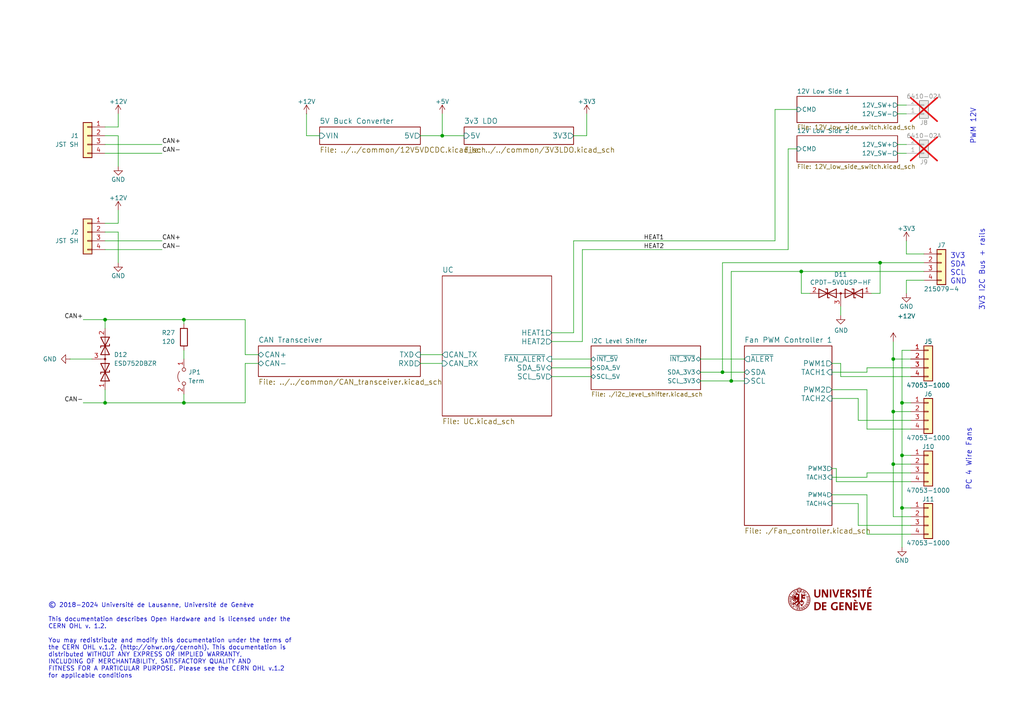
<source format=kicad_sch>
(kicad_sch (version 20231120) (generator "eeschema") (generator_version "8.0")
  (paper "A4")
  (title_block (title "Zeus - Climate Control Board") (date "06/11/2018") (rev "B") (company "Université de Lausanne") (comment 1 "Author: Alexandre Tuleu") (comment 2 "Licensed under the CERN OHL v1.2"))
  (junction (at 128.27 39.37))
  (junction (at 259.08 104.14))
  (junction (at 261.62 132.08))
  (junction (at 53.34 92.71))
  (junction (at 261.62 147.32))
  (junction (at 30.48 116.84))
  (junction (at 232.41 78.74))
  (junction (at 30.48 92.71))
  (junction (at 259.08 119.38))
  (junction (at 212.09 110.49))
  (junction (at 261.62 116.84))
  (junction (at 209.55 107.95))
  (junction (at 53.34 116.84))
  (junction (at 255.27 76.2))
  (junction (at 259.08 134.62))
  (wire (pts (xy 34.29 76.2) (xy 34.29 67.31)))
  (wire (pts (xy 53.34 93.98) (xy 53.34 92.71)))
  (wire (pts (xy 248.92 152.4) (xy 264.16 152.4)))
  (wire (pts (xy 34.29 64.77) (xy 30.48 64.77)))
  (wire (pts (xy 261.62 132.08) (xy 264.16 132.08)))
  (wire (pts (xy 160.02 99.06) (xy 168.91 99.06)))
  (wire (pts (xy 242.57 135.89) (xy 242.57 139.7)))
  (wire (pts (xy 88.9 39.37) (xy 92.71 39.37)))
  (wire (pts (xy 260.35 44.45) (xy 262.89 44.45)))
  (wire (pts (xy 53.34 101.6) (xy 53.34 104.14)))
  (wire (pts (xy 259.08 119.38) (xy 259.08 134.62)))
  (wire (pts (xy 259.08 134.62) (xy 264.16 134.62)))
  (wire (pts (xy 26.67 104.14) (xy 20.32 104.14)))
  (wire (pts (xy 241.3 138.43) (xy 251.46 138.43)))
  (wire (pts (xy 212.09 78.74) (xy 232.41 78.74)))
  (wire (pts (xy 30.48 41.91) (xy 46.99 41.91)))
  (wire (pts (xy 259.08 134.62) (xy 259.08 149.86)))
  (wire (pts (xy 241.3 143.51) (xy 251.46 143.51)))
  (wire (pts (xy 166.37 96.52) (xy 166.37 69.85)))
  (wire (pts (xy 30.48 92.71) (xy 24.13 92.71)))
  (wire (pts (xy 166.37 39.37) (xy 170.18 39.37)))
  (wire (pts (xy 212.09 110.49) (xy 215.9 110.49)))
  (wire (pts (xy 234.95 85.09) (xy 232.41 85.09)))
  (wire (pts (xy 261.62 101.6) (xy 264.16 101.6)))
  (wire (pts (xy 260.35 30.48) (xy 262.89 30.48)))
  (wire (pts (xy 71.12 116.84) (xy 53.34 116.84)))
  (wire (pts (xy 34.29 39.37) (xy 30.48 39.37)))
  (wire (pts (xy 232.41 85.09) (xy 232.41 78.74)))
  (wire (pts (xy 259.08 149.86) (xy 264.16 149.86)))
  (wire (pts (xy 121.92 105.41) (xy 128.27 105.41)))
  (wire (pts (xy 262.89 69.85) (xy 262.89 73.66)))
  (wire (pts (xy 209.55 76.2) (xy 209.55 107.95)))
  (wire (pts (xy 251.46 154.94) (xy 264.16 154.94)))
  (wire (pts (xy 241.3 105.41) (xy 243.84 105.41)))
  (wire (pts (xy 261.62 132.08) (xy 261.62 116.84)))
  (wire (pts (xy 251.46 138.43) (xy 251.46 137.16)))
  (wire (pts (xy 261.62 147.32) (xy 264.16 147.32)))
  (wire (pts (xy 30.48 92.71) (xy 30.48 95.25)))
  (wire (pts (xy 160.02 109.22) (xy 171.45 109.22)))
  (wire (pts (xy 243.84 109.22) (xy 264.16 109.22)))
  (wire (pts (xy 262.89 85.09) (xy 262.89 81.28)))
  (wire (pts (xy 71.12 92.71) (xy 71.12 102.87)))
  (wire (pts (xy 248.92 115.57) (xy 248.92 121.92)))
  (wire (pts (xy 259.08 104.14) (xy 264.16 104.14)))
  (wire (pts (xy 262.89 81.28) (xy 267.97 81.28)))
  (wire (pts (xy 71.12 102.87) (xy 74.93 102.87)))
  (wire (pts (xy 53.34 114.3) (xy 53.34 116.84)))
  (wire (pts (xy 71.12 92.71) (xy 53.34 92.71)))
  (wire (pts (xy 34.29 60.96) (xy 34.29 64.77)))
  (wire (pts (xy 128.27 39.37) (xy 128.27 33.02)))
  (wire (pts (xy 53.34 116.84) (xy 30.48 116.84)))
  (wire (pts (xy 34.29 48.26) (xy 34.29 39.37)))
  (wire (pts (xy 251.46 113.03) (xy 251.46 124.46)))
  (wire (pts (xy 261.62 116.84) (xy 264.16 116.84)))
  (wire (pts (xy 241.3 113.03) (xy 251.46 113.03)))
  (wire (pts (xy 170.18 39.37) (xy 170.18 33.02)))
  (wire (pts (xy 121.92 102.87) (xy 128.27 102.87)))
  (wire (pts (xy 261.62 158.75) (xy 261.62 147.32)))
  (wire (pts (xy 168.91 99.06) (xy 168.91 72.39)))
  (wire (pts (xy 251.46 106.68) (xy 264.16 106.68)))
  (wire (pts (xy 255.27 76.2) (xy 267.97 76.2)))
  (wire (pts (xy 260.35 33.02) (xy 262.89 33.02)))
  (wire (pts (xy 53.34 92.71) (xy 30.48 92.71)))
  (wire (pts (xy 228.6 72.39) (xy 228.6 43.18)))
  (wire (pts (xy 203.2 104.14) (xy 215.9 104.14)))
  (wire (pts (xy 259.08 119.38) (xy 264.16 119.38)))
  (wire (pts (xy 251.46 143.51) (xy 251.46 154.94)))
  (wire (pts (xy 203.2 110.49) (xy 212.09 110.49)))
  (wire (pts (xy 248.92 146.05) (xy 248.92 152.4)))
  (wire (pts (xy 203.2 107.95) (xy 209.55 107.95)))
  (wire (pts (xy 168.91 72.39) (xy 228.6 72.39)))
  (wire (pts (xy 71.12 116.84) (xy 71.12 105.41)))
  (wire (pts (xy 260.35 41.91) (xy 262.89 41.91)))
  (wire (pts (xy 241.3 115.57) (xy 248.92 115.57)))
  (wire (pts (xy 166.37 69.85) (xy 224.79 69.85)))
  (wire (pts (xy 259.08 99.06) (xy 259.08 104.14)))
  (wire (pts (xy 259.08 104.14) (xy 259.08 119.38)))
  (wire (pts (xy 243.84 91.44) (xy 243.84 88.9)))
  (wire (pts (xy 228.6 43.18) (xy 231.14 43.18)))
  (wire (pts (xy 251.46 137.16) (xy 264.16 137.16)))
  (wire (pts (xy 160.02 96.52) (xy 166.37 96.52)))
  (wire (pts (xy 241.3 135.89) (xy 242.57 135.89)))
  (wire (pts (xy 30.48 44.45) (xy 46.99 44.45)))
  (wire (pts (xy 209.55 76.2) (xy 255.27 76.2)))
  (wire (pts (xy 232.41 78.74) (xy 267.97 78.74)))
  (wire (pts (xy 255.27 85.09) (xy 255.27 76.2)))
  (wire (pts (xy 30.48 116.84) (xy 24.13 116.84)))
  (wire (pts (xy 261.62 116.84) (xy 261.62 101.6)))
  (wire (pts (xy 252.73 85.09) (xy 255.27 85.09)))
  (wire (pts (xy 34.29 33.02) (xy 34.29 36.83)))
  (wire (pts (xy 241.3 107.95) (xy 251.46 107.95)))
  (wire (pts (xy 160.02 104.14) (xy 171.45 104.14)))
  (wire (pts (xy 212.09 78.74) (xy 212.09 110.49)))
  (wire (pts (xy 243.84 105.41) (xy 243.84 109.22)))
  (polyline (pts (xy 237.0296 173.32) (xy 237.0296 173.32)) (stroke (width -0.0001) (type solid)))
  (wire (pts (xy 248.92 121.92) (xy 264.16 121.92)))
  (wire (pts (xy 34.29 67.31) (xy 30.48 67.31)))
  (wire (pts (xy 224.79 31.75) (xy 231.14 31.75)))
  (wire (pts (xy 262.89 73.66) (xy 267.97 73.66)))
  (wire (pts (xy 128.27 39.37) (xy 134.62 39.37)))
  (wire (pts (xy 251.46 107.95) (xy 251.46 106.68)))
  (wire (pts (xy 261.62 147.32) (xy 261.62 132.08)))
  (wire (pts (xy 30.48 113.03) (xy 30.48 116.84)))
  (wire (pts (xy 88.9 33.02) (xy 88.9 39.37)))
  (wire (pts (xy 224.79 69.85) (xy 224.79 31.75)))
  (wire (pts (xy 160.02 106.68) (xy 171.45 106.68)))
  (wire (pts (xy 209.55 107.95) (xy 215.9 107.95)))
  (wire (pts (xy 34.29 36.83) (xy 30.48 36.83)))
  (wire (pts (xy 71.12 105.41) (xy 74.93 105.41)))
  (wire (pts (xy 242.57 139.7) (xy 264.16 139.7)))
  (wire (pts (xy 251.46 124.46) (xy 264.16 124.46)))
  (wire (pts (xy 30.48 69.85) (xy 46.99 69.85)))
  (wire (pts (xy 30.48 72.39) (xy 46.99 72.39)))
  (wire (pts (xy 241.3 146.05) (xy 248.92 146.05)))
  (wire (pts (xy 121.92 39.37) (xy 128.27 39.37)))
  (polyline (pts (xy 248.8119 175.0396) (xy 247.9967 175.0396) (xy 247.9967 175.6106) (xy 248.7706 175.6106) (xy 248.7706 175.9751) (xy 247.9967 175.9751) (xy 247.9967 176.6045) (xy 248.8119 176.6045) (xy 248.8119 176.9864) (xy 247.5495 176.9864) (xy 247.5495 174.6647) (xy 248.8119 174.6647) (xy 248.8119 175.0396)) (stroke (width -0.0001) (type solid)) (fill (type color) (color 132 0 0 1)))
  (polyline (pts (xy 231.637 171.1544) (xy 231.5923 171.154) (xy 231.5923 171.2838) (xy 231.6403 171.2833) (xy 231.6403 171.3433) (xy 231.474 171.3433) (xy 231.474 171.2833) (xy 231.5213 171.2838) (xy 231.5213 171.154) (xy 231.4769 171.1544) (xy 231.4769 171.0945) (xy 231.637 171.0945) (xy 231.637 171.1544)) (stroke (width -0.0001) (type solid)) (fill (type color) (color 132 0 0 1)))
  (polyline (pts (xy 233.9297 175.9182) (xy 233.8128 176.036) (xy 233.3985 175.871) (xy 233.5045 175.7641) (xy 233.7977 175.902) (xy 233.7988 175.9009) (xy 233.6586 175.6088) (xy 233.7647 175.502) (xy 233.9297 175.9182)) (stroke (width -0.0001) (type solid)) (fill (type color) (color 132 0 0 1)))
  (polyline (pts (xy 250.026 176.0233) (xy 250.0605 176.1257) (xy 250.096 176.2361) (xy 250.1137 176.2941) (xy 250.131 176.3537) (xy 250.1477 176.4148) (xy 250.1636 176.4773) (xy 250.1705 176.4773) (xy 250.1836 176.4192) (xy 250.1973 176.3629) (xy 250.2119 176.3071) (xy 250.2277 176.2507) (xy 250.2449 176.1926) (xy 250.2638 176.1315) (xy 250.3081 175.9958) (xy 250.7655 174.6647) (xy 251.223 174.6647) (xy 250.4113 176.9864) (xy 249.8953 176.9864) (xy 249.087 174.6647) (xy 249.5755 174.6647) (xy 250.026 176.0233)) (stroke (width -0.0001) (type solid)) (fill (type color) (color 132 0 0 1)))
  (polyline (pts (xy 251.1748 171.3423) (xy 250.6029 171.3423) (xy 250.6029 173.2822) (xy 250.1781 173.2822) (xy 250.1781 171.3423) (xy 249.6063 171.3423) (xy 249.6063 170.9605) (xy 251.1748 170.9605) (xy 251.1748 171.3423)) (stroke (width -0.0001) (type solid)) (fill (type color) (color 132 0 0 1)))
  (polyline (pts (xy 230.6135 176.2723) (xy 230.6182 176.2727) (xy 230.6229 176.2732) (xy 230.6275 176.2741) (xy 230.6322 176.2751) (xy 230.6368 176.2764) (xy 230.6414 176.2779) (xy 230.6459 176.2796) (xy 230.6503 176.2816) (xy 230.6547 176.2838) (xy 230.659 176.2863) (xy 230.6632 176.289) (xy 230.6673 176.2919) (xy 230.6712 176.295) (xy 230.675 176.2983) (xy 230.6785 176.3018) (xy 230.6819 176.3054) (xy 230.685 176.3091) (xy 230.6879 176.3129) (xy 230.6906 176.3169) (xy 230.6931 176.321) (xy 230.6954 176.3252) (xy 230.6974 176.3294) (xy 230.6993 176.3338) (xy 230.7009 176.3382) (xy 230.7023 176.3427) (xy 230.7035 176.3472) (xy 230.7045 176.3518) (xy 230.7053 176.3565) (xy 230.7058 176.3611) (xy 230.7061 176.3658) (xy 230.7062 176.3705) (xy 230.7061 176.3752) (xy 230.7057 176.3799) (xy 230.7051 176.3846) (xy 230.7043 176.3893) (xy 230.7033 176.3939) (xy 230.702 176.3985) (xy 230.7005 176.4031) (xy 230.6987 176.4076) (xy 230.6967 176.4121) (xy 230.6945 176.4164) (xy 230.6921 176.4207) (xy 230.6894 176.4249) (xy 230.6864 176.429) (xy 230.6833 176.433) (xy 230.68 176.4367) (xy 230.6766 176.4402) (xy 230.673 176.4436) (xy 230.6693 176.4467) (xy 230.6654 176.4496) (xy 230.6615 176.4523) (xy 230.6574 176.4548) (xy 230.6532 176.4571) (xy 230.649 176.4592) (xy 230.6446 176.461) (xy 230.6402 176.4627) (xy 230.6357 176.4641) (xy 230.6312 176.4653) (xy 230.6266 176.4663) (xy 230.6219 176.467) (xy 230.6173 176.4676) (xy 230.6126 176.4679) (xy 230.6079 176.468) (xy 230.6032 176.4679) (xy 230.5985 176.4675) (xy 230.5938 176.4669) (xy 230.5891 176.4661) (xy 230.5845 176.4651) (xy 230.5799 176.4638) (xy 230.5753 176.4623) (xy 230.5708 176.4605) (xy 230.5664 176.4585) (xy 230.562 176.4563) (xy 230.5577 176.4539) (xy 230.5535 176.4512) (xy 230.5494 176.4482) (xy 230.5455 176.4451) (xy 230.5417 176.4418) (xy 230.5382 176.4384) (xy 230.5349 176.4348) (xy 230.5317 176.431) (xy 230.5288 176.4272) (xy 230.5261 176.4232) (xy 230.5236 176.4191) (xy 230.5213 176.415) (xy 230.5193 176.4107) (xy 230.5174 176.4063) (xy 230.5158 176.4019) (xy 230.5143 176.3974) (xy 230.5131 176.3929) (xy 230.5121 176.3883) (xy 230.5114 176.3836) (xy 230.5108 176.379) (xy 230.5105 176.3743) (xy 230.5104 176.3696) (xy 230.5105 176.3649) (xy 230.5109 176.3602) (xy 230.5115 176.3555) (xy 230.5123 176.3508) (xy 230.5133 176.3462) (xy 230.5146 176.3416) (xy 230.5161 176.337) (xy 230.5179 176.3325) (xy 230.5198 176.3281) (xy 230.522 176.3237) (xy 230.5245 176.3194) (xy 230.5272 176.3152) (xy 230.5301 176.3111) (xy 230.5333 176.3072) (xy 230.5365 176.3034) (xy 230.54 176.2999) (xy 230.5436 176.2966) (xy 230.5473 176.2934) (xy 230.5512 176.2905) (xy 230.5551 176.2878) (xy 230.5592 176.2853) (xy 230.5634 176.283) (xy 230.5676 176.281) (xy 230.572 176.2791) (xy 230.5764 176.2775) (xy 230.5809 176.2761) (xy 230.5855 176.2749) (xy 230.5901 176.2739) (xy 230.5947 176.2731) (xy 230.5994 176.2726) (xy 230.604 176.2723) (xy 230.6088 176.2722) (xy 230.6135 176.2723)) (stroke (width -0.0001) (type solid)) (fill (type color) (color 132 0 0 1)))
  (polyline (pts (xy 252.6144 170.4824) (xy 251.9814 170.8092) (xy 251.8301 170.5581) (xy 252.4321 170.1797) (xy 252.6144 170.4824)) (stroke (width -0.0001) (type solid)) (fill (type color) (color 132 0 0 1)))
  (polyline (pts (xy 232.1834 176.4888) (xy 231.8867 176.5039) (xy 231.8903 176.5757) (xy 232.1615 176.5619) (xy 232.1657 176.6445) (xy 231.8945 176.6583) (xy 231.8985 176.7363) (xy 232.203 176.7209) (xy 232.2077 176.8127) (xy 231.759 176.8355) (xy 231.7382 176.4257) (xy 232.1791 176.4033) (xy 232.1834 176.4888)) (stroke (width -0.0001) (type solid)) (fill (type color) (color 132 0 0 1)))
  (polyline (pts (xy 237.0703 174.6547) (xy 237.1955 174.6663) (xy 237.3141 174.6858) (xy 237.3708 174.6987) (xy 237.4257 174.7136) (xy 237.4788 174.7307) (xy 237.53 174.75) (xy 237.5793 174.7714) (xy 237.6267 174.7951) (xy 237.6722 174.8211) (xy 237.7156 174.8493) (xy 237.757 174.8798) (xy 237.7964 174.9128) (xy 237.8336 174.9481) (xy 237.8687 174.9858) (xy 237.9016 175.0259) (xy 237.9323 175.0686) (xy 237.9607 175.1138) (xy 237.9869 175.1615) (xy 238.0107 175.2118) (xy 238.0322 175.2647) (xy 238.0513 175.3203) (xy 238.068 175.3785) (xy 238.0822 175.4395) (xy 238.0939 175.5031) (xy 238.103 175.5696) (xy 238.1096 175.6389) (xy 238.1136 175.711) (xy 238.1149 175.7859) (xy 238.1134 175.8596) (xy 238.1089 175.9311) (xy 238.1014 176.0003) (xy 238.091 176.0672) (xy 238.0778 176.1319) (xy 238.0617 176.1943) (xy 238.0429 176.2545) (xy 238.0214 176.3123) (xy 237.9973 176.3679) (xy 237.9706 176.4212) (xy 237.9413 176.4722) (xy 237.9096 176.5208) (xy 237.8755 176.5672) (xy 237.8389 176.6112) (xy 237.8001 176.6529) (xy 237.7589 176.6923) (xy 237.7156 176.7293) (xy 237.6701 176.764) (xy 237.6225 176.7964) (xy 237.5728 176.8264) (xy 237.5211 176.854) (xy 237.4675 176.8793) (xy 237.412 176.9021) (xy 237.3546 176.9226) (xy 237.2954 176.9408) (xy 237.2345 176.9565) (xy 237.1719 176.9698) (xy 237.1076 176.9807) (xy 237.0418 176.9892) (xy 236.9745 176.9953) (xy 236.9056 176.9989) (xy 236.8354 177.0001) (xy 236.6604 176.9984) (xy 236.4953 176.9941) (xy 236.1888 176.9829) (xy 236.1888 176.6011) (xy 236.6359 176.6011) (xy 236.6605 176.6048) (xy 236.6876 176.6082) (xy 236.7168 176.6111) (xy 236.7477 176.6136) (xy 236.7799 176.6156) (xy 236.8129 176.6171) (xy 236.8465 176.618) (xy 236.8801 176.6183) (xy 236.9606 176.6154) (xy 236.9996 176.6117) (xy 237.0379 176.6066) (xy 237.0753 176.6) (xy 237.1118 176.5918) (xy 237.1475 176.5822) (xy 237.1821 176.571) (xy 237.2158 176.5583) (xy 237.2484 176.5441) (xy 237.28 176.5283) (xy 237.3104 176.511) (xy 237.3398 176.492) (xy 237.3679 176.4715) (xy 237.3949 176.4494) (xy 237.4206 176.4257) (xy 237.445 176.4004) (xy 237.4681 176.3735) (xy 237.4899 176.3449) (xy 237.5102 176.3147) (xy 237.5292 176.2828) (xy 237.5467 176.2493) (xy 237.5627 176.2141) (xy 237.5771 176.1772) (xy 237.59 176.1386) (xy 237.6013 176.0984) (xy 237.611 176.0564) (xy 237.619 176.0127) (xy 237.6252 175.9672) (xy 237.6297 175.92) (xy 237.6325 175.8711) (xy 237.6334 175.8204) (xy 237.6311 175.7292) (xy 237.6239 175.643) (xy 237.6118 175.5618) (xy 237.5945 175.4858) (xy 237.5838 175.4498) (xy 237.5718 175.4151) (xy 237.5583 175.3817) (xy 237.5434 175.3498) (xy 237.5271 175.3192) (xy 237.5093 175.2901) (xy 237.49 175.2623) (xy 237.4692 175.236) (xy 237.4468 175.2112) (xy 237.4228 175.1879) (xy 237.3972 175.166) (xy 237.3701 175.1457) (xy 237.3412 175.1269) (xy 237.3107 175.1096) (xy 237.2785 175.0939) (xy 237.2445 175.0798) (xy 237.2088 175.0673) (xy 237.1713 175.0564) (xy 237.132 175.0471) (xy 237.0909 175.0395) (xy 237.0479 175.0335) (xy 237.0031 175.0292) (xy 236.9563 175.0267) (xy 236.9076 175.0258) (xy 236.8318 175.0264) (xy 236.7602 175.0284) (xy 236.7264 175.0298) (xy 236.6943 175.0316) (xy 236.6641 175.0337) (xy 236.6359 175.0361) (xy 236.6359 176.6011) (xy 236.1888 176.6011) (xy 236.1888 174.6681) (xy 236.3427 174.6625) (xy 236.525 174.6569) (xy 236.7266 174.6526) (xy 236.9386 174.6509) (xy 237.0703 174.6547)) (stroke (width -0.0001) (type solid)) (fill (type color) (color 132 0 0 1)))
  (polyline (pts (xy 231.8205 171.4018) (xy 231.8227 171.402) (xy 231.825 171.4022) (xy 231.8272 171.4026) (xy 231.8293 171.4031) (xy 231.8314 171.4037) (xy 231.8335 171.4044) (xy 231.8355 171.4052) (xy 231.8375 171.4061) (xy 231.8394 171.4071) (xy 231.8413 171.4082) (xy 231.8431 171.4093) (xy 231.8448 171.4106) (xy 231.8465 171.4119) (xy 231.8481 171.4133) (xy 231.8497 171.4148) (xy 231.8512 171.4163) (xy 231.8526 171.418) (xy 231.8539 171.4196) (xy 231.8551 171.4214) (xy 231.8563 171.4232) (xy 231.8574 171.4251) (xy 231.8584 171.427) (xy 231.8592 171.429) (xy 231.86 171.431) (xy 231.8607 171.4331) (xy 231.8613 171.4352) (xy 231.8618 171.4373) (xy 231.8622 171.4395) (xy 231.8625 171.4418) (xy 231.8627 171.444) (xy 231.8627 171.4463) (xy 231.8627 171.4486) (xy 231.8625 171.4509) (xy 231.8622 171.4531) (xy 231.8618 171.4553) (xy 231.8613 171.4575) (xy 231.8607 171.4596) (xy 231.86 171.4617) (xy 231.8592 171.4637) (xy 231.8584 171.4656) (xy 231.8574 171.4676) (xy 231.8563 171.4694) (xy 231.8551 171.4712) (xy 231.8539 171.473) (xy 231.8526 171.4747) (xy 231.8512 171.4763) (xy 231.8497 171.4778) (xy 231.8481 171.4793) (xy 231.8465 171.4807) (xy 231.8448 171.482) (xy 231.8431 171.4833) (xy 231.8413 171.4845) (xy 231.8394 171.4855) (xy 231.8375 171.4865) (xy 231.8355 171.4874) (xy 231.8335 171.4882) (xy 231.8314 171.4889) (xy 231.8293 171.4895) (xy 231.8272 171.49) (xy 231.825 171.4904) (xy 231.8227 171.4907) (xy 231.8205 171.4909) (xy 231.8182 171.4909) (xy 231.8159 171.4909) (xy 231.8136 171.4907) (xy 231.8114 171.4904) (xy 231.8092 171.49) (xy 231.807 171.4895) (xy 231.8049 171.4889) (xy 231.8029 171.4882) (xy 231.8008 171.4874) (xy 231.7989 171.4865) (xy 231.797 171.4855) (xy 231.7951 171.4845) (xy 231.7933 171.4833) (xy 231.7915 171.482) (xy 231.7898 171.4807) (xy 231.7882 171.4793) (xy 231.7867 171.4778) (xy 231.7852 171.4763) (xy 231.7838 171.4747) (xy 231.7825 171.473) (xy 231.7812 171.4712) (xy 231.7801 171.4694) (xy 231.779 171.4676) (xy 231.778 171.4656) (xy 231.7771 171.4637) (xy 231.7763 171.4617) (xy 231.7756 171.4596) (xy 231.775 171.4575) (xy 231.7745 171.4553) (xy 231.7741 171.4531) (xy 231.7739 171.4509) (xy 231.7737 171.4486) (xy 231.7736 171.4463) (xy 231.7737 171.444) (xy 231.7739 171.4418) (xy 231.7741 171.4395) (xy 231.7745 171.4373) (xy 231.775 171.4352) (xy 231.7756 171.4331) (xy 231.7763 171.431) (xy 231.7771 171.429) (xy 231.778 171.427) (xy 231.779 171.4251) (xy 231.7801 171.4232) (xy 231.7812 171.4214) (xy 231.7825 171.4196) (xy 231.7838 171.418) (xy 231.7852 171.4163) (xy 231.7867 171.4148) (xy 231.7882 171.4133) (xy 231.7898 171.4119) (xy 231.7915 171.4106) (xy 231.7933 171.4093) (xy 231.7951 171.4082) (xy 231.797 171.4071) (xy 231.7989 171.4061) (xy 231.8008 171.4052) (xy 231.8029 171.4044) (xy 231.8049 171.4037) (xy 231.807 171.4031) (xy 231.8092 171.4026) (xy 231.8114 171.4022) (xy 231.8136 171.402) (xy 231.8159 171.4018) (xy 231.8182 171.4017) (xy 231.8205 171.4018)) (stroke (width -0.0001) (type solid)) (fill (type color) (color 132 0 0 1)))
  (polyline (pts (xy 234.1323 175.0768) (xy 233.9783 175.3308) (xy 234.0397 175.3681) (xy 234.1804 175.136) (xy 234.2512 175.1789) (xy 234.1104 175.411) (xy 234.1773 175.4516) (xy 234.3354 175.1908) (xy 234.414 175.2385) (xy 234.1811 175.6226) (xy 233.8302 175.4099) (xy 234.0591 175.0324) (xy 234.1323 175.0768)) (stroke (width -0.0001) (type solid)) (fill (type color) (color 132 0 0 1)))
  (polyline (pts (xy 229.6537 172.2461) (xy 229.6584 172.2464) (xy 229.6631 172.2469) (xy 229.6678 172.2477) (xy 229.6724 172.2486) (xy 229.677 172.2499) (xy 229.6816 172.2513) (xy 229.6862 172.253) (xy 229.6906 172.2549) (xy 229.695 172.257) (xy 229.6994 172.2594) (xy 229.7036 172.262) (xy 229.7078 172.2649) (xy 229.7118 172.268) (xy 229.7156 172.2712) (xy 229.7191 172.2746) (xy 229.7225 172.2781) (xy 229.7257 172.2818) (xy 229.7287 172.2856) (xy 229.7315 172.2895) (xy 229.734 172.2936) (xy 229.7364 172.2977) (xy 229.7385 172.3019) (xy 229.7404 172.3063) (xy 229.7421 172.3107) (xy 229.7436 172.3151) (xy 229.7449 172.3197) (xy 229.7459 172.3242) (xy 229.7468 172.3289) (xy 229.7474 172.3335) (xy 229.7478 172.3382) (xy 229.748 172.3429) (xy 229.7479 172.3476) (xy 229.7476 172.3523) (xy 229.7471 172.357) (xy 229.7464 172.3617) (xy 229.7454 172.3664) (xy 229.7442 172.371) (xy 229.7427 172.3756) (xy 229.7411 172.3801) (xy 229.7392 172.3846) (xy 229.737 172.389) (xy 229.7346 172.3934) (xy 229.732 172.3976) (xy 229.7291 172.4018) (xy 229.7261 172.4057) (xy 229.7228 172.4095) (xy 229.7194 172.4131) (xy 229.7159 172.4165) (xy 229.7122 172.4197) (xy 229.7084 172.4227) (xy 229.7045 172.4254) (xy 229.7005 172.428) (xy 229.6963 172.4303) (xy 229.6921 172.4325) (xy 229.6878 172.4344) (xy 229.6834 172.4361) (xy 229.6789 172.4376) (xy 229.6744 172.4389) (xy 229.6698 172.4399) (xy 229.6652 172.4407) (xy 229.6605 172.4414) (xy 229.6558 172.4417) (xy 229.6511 172.4419) (xy 229.6464 172.4418) (xy 229.6417 172.4416) (xy 229.637 172.441) (xy 229.6323 172.4403) (xy 229.6277 172.4393) (xy 229.623 172.4381) (xy 229.6184 172.4367) (xy 229.6139 172.435) (xy 229.6094 172.4331) (xy 229.605 172.4309) (xy 229.6007 172.4285) (xy 229.5964 172.4259) (xy 229.5923 172.423) (xy 229.5883 172.42) (xy 229.5845 172.4167) (xy 229.5809 172.4134) (xy 229.5775 172.4098) (xy 229.5743 172.4062) (xy 229.5714 172.4024) (xy 229.5686 172.3984) (xy 229.566 172.3944) (xy 229.5637 172.3903) (xy 229.5616 172.386) (xy 229.5596 172.3817) (xy 229.5579 172.3773) (xy 229.5564 172.3729) (xy 229.5552 172.3683) (xy 229.5541 172.3638) (xy 229.5533 172.3591) (xy 229.5527 172.3545) (xy 229.5523 172.3498) (xy 229.5521 172.3451) (xy 229.5522 172.3404) (xy 229.5525 172.3357) (xy 229.553 172.331) (xy 229.5537 172.3263) (xy 229.5547 172.3216) (xy 229.5559 172.317) (xy 229.5573 172.3124) (xy 229.559 172.3079) (xy 229.5609 172.3034) (xy 229.5631 172.299) (xy 229.5654 172.2947) (xy 229.5681 172.2904) (xy 229.5709 172.2863) (xy 229.574 172.2823) (xy 229.5773 172.2785) (xy 229.5806 172.2749) (xy 229.5842 172.2715) (xy 229.5879 172.2683) (xy 229.5917 172.2654) (xy 229.5956 172.2626) (xy 229.5996 172.26) (xy 229.6038 172.2577) (xy 229.608 172.2555) (xy 229.6123 172.2536) (xy 229.6167 172.2519) (xy 229.6212 172.2504) (xy 229.6257 172.2492) (xy 229.6303 172.2481) (xy 229.6349 172.2473) (xy 229.6396 172.2466) (xy 229.6443 172.2463) (xy 229.649 172.2461) (xy 229.6537 172.2461)) (stroke (width -0.0001) (type solid)) (fill (type color) (color 132 0 0 1)))
  (polyline (pts (xy 231.8232 170.8454) (xy 231.8286 170.8458) (xy 231.8337 170.8464) (xy 231.8387 170.8472) (xy 231.8434 170.8483) (xy 231.8479 170.8496) (xy 231.8523 170.8511) (xy 231.8564 170.8528) (xy 231.8604 170.8547) (xy 231.8642 170.8568) (xy 231.8677 170.8591) (xy 231.8711 170.8616) (xy 231.8743 170.8643) (xy 231.8774 170.8671) (xy 231.8802 170.8701) (xy 231.8829 170.8733) (xy 231.8854 170.8766) (xy 231.8877 170.8801) (xy 231.8898 170.8837) (xy 231.8918 170.8875) (xy 231.8936 170.8914) (xy 231.8953 170.8954) (xy 231.8981 170.9038) (xy 231.9003 170.9126) (xy 231.9018 170.9218) (xy 231.9028 170.9314) (xy 231.9032 170.9412) (xy 231.9035 170.9601) (xy 231.9883 170.9601) (xy 231.9883 171.0342) (xy 231.8499 171.0342) (xy 231.849 170.946) (xy 231.849 170.9444) (xy 231.8489 170.9428) (xy 231.8487 170.9412) (xy 231.8484 170.9397) (xy 231.8481 170.9382) (xy 231.8477 170.9368) (xy 231.8472 170.9353) (xy 231.8467 170.9339) (xy 231.8461 170.9326) (xy 231.8454 170.9312) (xy 231.8447 170.93) (xy 231.8439 170.9287) (xy 231.8431 170.9275) (xy 231.8422 170.9264) (xy 231.8412 170.9253) (xy 231.8402 170.9242) (xy 231.8391 170.9232) (xy 231.838 170.9222) (xy 231.8369 170.9213) (xy 231.8357 170.9205) (xy 231.8344 170.9197) (xy 231.8331 170.9189) (xy 231.8318 170.9183) (xy 231.8304 170.9177) (xy 231.829 170.9171) (xy 231.8276 170.9166) (xy 231.8261 170.9162) (xy 231.8246 170.9159) (xy 231.823 170.9156) (xy 231.8214 170.9154) (xy 231.8198 170.9153) (xy 231.8182 170.9153) (xy 231.8163 170.9153) (xy 231.8146 170.9154) (xy 231.8128 170.9156) (xy 231.8111 170.9158) (xy 231.8094 170.9161) (xy 231.8078 170.9165) (xy 231.8062 170.9169) (xy 231.8047 170.9174) (xy 231.8032 170.918) (xy 231.8018 170.9186) (xy 231.8004 170.9193) (xy 231.799 170.9201) (xy 231.7978 170.9209) (xy 231.7965 170.9217) (xy 231.7953 170.9226) (xy 231.7942 170.9236) (xy 231.7932 170.9246) (xy 231.7921 170.9257) (xy 231.7912 170.9269) (xy 231.7903 170.928) (xy 231.7895 170.9293) (xy 231.7887 170.9306) (xy 231.788 170.9319) (xy 231.7874 170.9333) (xy 231.7869 170.9347) (xy 231.7864 170.9362) (xy 231.786 170.9377) (xy 231.7856 170.9393) (xy 231.7853 170.9409) (xy 231.7851 170.9425) (xy 231.785 170.9442) (xy 231.785 170.946) (xy 231.7848 171.0342) (xy 231.6475 171.0342) (xy 231.6476 170.9601) (xy 231.7324 170.9601) (xy 231.7324 170.945) (xy 231.7324 170.9377) (xy 231.7325 170.9304) (xy 231.7326 170.9267) (xy 231.7328 170.923) (xy 231.7331 170.9194) (xy 231.7334 170.9158) (xy 231.734 170.9117) (xy 231.7348 170.9076) (xy 231.7357 170.9037) (xy 231.7367 170.9) (xy 231.7379 170.8963) (xy 231.7393 170.8927) (xy 231.7408 170.8893) (xy 231.7424 170.886) (xy 231.7442 170.8828) (xy 231.7461 170.8797) (xy 231.7481 170.8767) (xy 231.7503 170.8739) (xy 231.7526 170.8712) (xy 231.755 170.8686) (xy 231.7576 170.8661) (xy 231.7602 170.8638) (xy 231.763 170.8616) (xy 231.7659 170.8596) (xy 231.769 170.8576) (xy 231.7721 170.8558) (xy 231.7753 170.8542) (xy 231.7787 170.8526) (xy 231.7821 170.8513) (xy 231.7857 170.85) (xy 231.7894 170.8489) (xy 231.7931 170.848) (xy 231.797 170.8471) (xy 231.8009 170.8465) (xy 231.8091 170.8456) (xy 231.8177 170.8453) (xy 231.8232 170.8454)) (stroke (width -0.0001) (type solid)) (fill (type color) (color 132 0 0 1)))
  (polyline (pts (xy 244.6981 175.0396) (xy 243.8829 175.0396) (xy 243.8829 175.6106) (xy 244.6569 175.6106) (xy 244.6569 175.9751) (xy 243.8829 175.9751) (xy 243.8829 176.6045) (xy 244.6981 176.6045) (xy 244.6981 176.9864) (xy 243.4359 176.9864) (xy 243.4359 174.6647) (xy 244.6981 174.6647) (xy 244.6981 175.0396)) (stroke (width -0.0001) (type solid)) (fill (type color) (color 132 0 0 1)))
  (polyline (pts (xy 233.3603 176.0049) (xy 233.1074 176.1611) (xy 233.1452 176.2222) (xy 233.3762 176.0795) (xy 233.4197 176.1499) (xy 233.1887 176.2926) (xy 233.2298 176.3591) (xy 233.4892 176.1989) (xy 233.5375 176.2771) (xy 233.1554 176.5132) (xy 232.9397 176.1641) (xy 233.3153 175.9321) (xy 233.3603 176.0049)) (stroke (width -0.0001) (type solid)) (fill (type color) (color 132 0 0 1)))
  (polyline (pts (xy 233.9757 172.2461) (xy 233.9804 172.2464) (xy 233.9851 172.2469) (xy 233.9898 172.2477) (xy 233.9945 172.2486) (xy 233.9991 172.2499) (xy 234.0037 172.2513) (xy 234.0082 172.253) (xy 234.0127 172.2549) (xy 234.0171 172.257) (xy 234.0214 172.2594) (xy 234.0257 172.262) (xy 234.0298 172.2649) (xy 234.0338 172.268) (xy 234.0376 172.2712) (xy 234.0412 172.2746) (xy 234.0446 172.2781) (xy 234.0478 172.2818) (xy 234.0507 172.2856) (xy 234.0535 172.2895) (xy 234.056 172.2936) (xy 234.0584 172.2977) (xy 234.0605 172.3019) (xy 234.0624 172.3063) (xy 234.0642 172.3107) (xy 234.0656 172.3151) (xy 234.0669 172.3197) (xy 234.068 172.3242) (xy 234.0688 172.3289) (xy 234.0694 172.3335) (xy 234.0698 172.3382) (xy 234.07 172.3429) (xy 234.0699 172.3476) (xy 234.0696 172.3523) (xy 234.0691 172.357) (xy 234.0684 172.3617) (xy 234.0674 172.3664) (xy 234.0662 172.371) (xy 234.0648 172.3756) (xy 234.0631 172.3801) (xy 234.0612 172.3846) (xy 234.059 172.389) (xy 234.0567 172.3934) (xy 234.054 172.3976) (xy 234.0512 172.4018) (xy 234.0481 172.4057) (xy 234.0449 172.4095) (xy 234.0415 172.4131) (xy 234.0379 172.4165) (xy 234.0343 172.4197) (xy 234.0305 172.4227) (xy 234.0265 172.4254) (xy 234.0225 172.428) (xy 234.0184 172.4303) (xy 234.0141 172.4325) (xy 234.0098 172.4344) (xy 234.0054 172.4361) (xy 234.0009 172.4376) (xy 233.9964 172.4389) (xy 233.9918 172.4399) (xy 233.9872 172.4407) (xy 233.9825 172.4414) (xy 233.9779 172.4417) (xy 233.9732 172.4419) (xy 233.9685 172.4418) (xy 233.9637 172.4416) (xy 233.959 172.441) (xy 233.9544 172.4403) (xy 233.9497 172.4393) (xy 233.9451 172.4381) (xy 233.9405 172.4367) (xy 233.936 172.435) (xy 233.9315 172.4331) (xy 233.9271 172.4309) (xy 233.9228 172.4285) (xy 233.9185 172.4259) (xy 233.9144 172.423) (xy 233.9104 172.42) (xy 233.9066 172.4167) (xy 233.903 172.4134) (xy 233.8996 172.4098) (xy 233.8964 172.4062) (xy 233.8934 172.4024) (xy 233.8907 172.3984) (xy 233.8881 172.3944) (xy 233.8858 172.3903) (xy 233.8836 172.386) (xy 233.8817 172.3817) (xy 233.88 172.3773) (xy 233.8785 172.3729) (xy 233.8772 172.3683) (xy 233.8762 172.3638) (xy 233.8753 172.3591) (xy 233.8747 172.3545) (xy 233.8743 172.3498) (xy 233.8741 172.3451) (xy 233.8742 172.3404) (xy 233.8745 172.3357) (xy 233.875 172.331) (xy 233.8757 172.3263) (xy 233.8767 172.3216) (xy 233.8779 172.317) (xy 233.8793 172.3124) (xy 233.881 172.3079) (xy 233.8829 172.3034) (xy 233.8851 172.299) (xy 233.8875 172.2947) (xy 233.8901 172.2904) (xy 233.8929 172.2863) (xy 233.896 172.2823) (xy 233.8993 172.2785) (xy 233.9027 172.2749) (xy 233.9062 172.2715) (xy 233.9099 172.2683) (xy 233.9137 172.2654) (xy 233.9176 172.2626) (xy 233.9217 172.26) (xy 233.9258 172.2577) (xy 233.93 172.2556) (xy 233.9344 172.2536) (xy 233.9388 172.2519) (xy 233.9432 172.2504) (xy 233.9478 172.2492) (xy 233.9523 172.2481) (xy 233.957 172.2473) (xy 233.9616 172.2466) (xy 233.9663 172.2463) (xy 233.971 172.2461) (xy 233.9757 172.2461)) (stroke (width -0.0001) (type solid)) (fill (type color) (color 132 0 0 1)))
  (polyline (pts (xy 246.1714 175.4261) (xy 246.492 175.9866) (xy 246.6106 176.1976) (xy 246.6759 176.319) (xy 246.6699 176.2236) (xy 246.6649 176.1149) (xy 246.6574 175.8724) (xy 246.6532 175.6202) (xy 246.6518 175.387) (xy 246.6518 174.6647) (xy 247.0852 174.6647) (xy 247.0852 176.9864) (xy 246.5199 176.9864) (xy 246.0734 176.2073) (xy 245.7519 175.6398) (xy 245.6356 175.43) (xy 245.5753 175.3148) (xy 245.5801 175.3968) (xy 245.5843 175.4914) (xy 245.5907 175.7064) (xy 245.5946 175.9363) (xy 245.5959 176.1574) (xy 245.5959 176.9864) (xy 245.1625 176.9864) (xy 245.1625 174.6647) (xy 245.7313 174.6647) (xy 246.1714 175.4261)) (stroke (width -0.0001) (type solid)) (fill (type color) (color 132 0 0 1)))
  (polyline (pts (xy 232.1745 171.154) (xy 232.0992 171.1544) (xy 232.1416 171.2198) (xy 232.0992 171.2833) (xy 232.1758 171.2829) (xy 232.1758 171.3433) (xy 231.9813 171.3433) (xy 232.0608 171.2187) (xy 231.9813 171.0945) (xy 232.1745 171.0945) (xy 232.1745 171.154)) (stroke (width -0.0001) (type solid)) (fill (type color) (color 132 0 0 1)))
  (polyline (pts (xy 239.3209 171.7219) (xy 239.6258 172.2824) (xy 239.7385 172.4935) (xy 239.8005 172.6149) (xy 239.7948 172.5194) (xy 239.79 172.4108) (xy 239.7829 172.1682) (xy 239.7789 171.916) (xy 239.7777 171.6828) (xy 239.7777 170.9605) (xy 240.1894 170.9605) (xy 240.1894 173.2822) (xy 239.6529 173.2822) (xy 239.2284 172.5031) (xy 238.9228 171.9356) (xy 238.8122 171.7259) (xy 238.7549 171.6106) (xy 238.7595 171.6926) (xy 238.7634 171.7872) (xy 238.7696 172.0023) (xy 238.7732 172.2321) (xy 238.7745 172.4533) (xy 238.7745 173.2822) (xy 238.3628 173.2822) (xy 238.3628 170.9605) (xy 238.9025 170.9605) (xy 239.3209 171.7219)) (stroke (width -0.0001) (type solid)) (fill (type color) (color 132 0 0 1)))
  (polyline (pts (xy 241.1141 173.2822) (xy 240.6893 173.2822) (xy 240.6893 170.9605) (xy 241.1141 170.9605) (xy 241.1141 173.2822)) (stroke (width -0.0001) (type solid)) (fill (type color) (color 132 0 0 1)))
  (polyline (pts (xy 229.3728 174.2776) (xy 229.2255 174.3029) (xy 229.2578 174.4901) (xy 229.4051 174.4649) (xy 229.4296 174.6071) (xy 229.0253 174.6768) (xy 229.0007 174.5346) (xy 229.1672 174.5058) (xy 229.135 174.3185) (xy 228.9685 174.3472) (xy 228.944 174.205) (xy 229.3483 174.1353) (xy 229.3728 174.2776)) (stroke (width -0.0001) (type solid)) (fill (type color) (color 132 0 0 1)))
  (polyline (pts (xy 231.7655 171.1822) (xy 231.8668 171.1822) (xy 231.8668 171.0936) (xy 231.9409 171.0936) (xy 231.9409 171.3433) (xy 231.8668 171.3433) (xy 231.8668 171.244) (xy 231.7655 171.244) (xy 231.766 171.3433) (xy 231.6917 171.3433) (xy 231.6917 171.0936) (xy 231.766 171.0936) (xy 231.7655 171.1822)) (stroke (width -0.0001) (type solid)) (fill (type color) (color 132 0 0 1)))
  (polyline (pts (xy 232.9116 176.6274) (xy 232.7701 176.6715) (xy 232.5104 176.4846) (xy 232.5089 176.4851) (xy 232.5849 176.7293) (xy 232.4553 176.7697) (xy 232.3333 176.3779) (xy 232.4748 176.3338) (xy 232.7337 176.518) (xy 232.7351 176.5175) (xy 232.66 176.2762) (xy 232.7896 176.2357) (xy 232.9116 176.6274)) (stroke (width -0.0001) (type solid)) (fill (type color) (color 132 0 0 1)))
  (polyline (pts (xy 233.2669 171.4711) (xy 233.2296 171.545) (xy 233.0157 171.4369) (xy 232.9647 171.4929) (xy 232.9661 171.4936) (xy 232.9724 171.4928) (xy 232.9787 171.4923) (xy 232.9851 171.4921) (xy 232.9916 171.4922) (xy 232.9982 171.4927) (xy 233.0049 171.4934) (xy 233.0116 171.4944) (xy 233.0183 171.4957) (xy 233.0251 171.4972) (xy 233.0319 171.4991) (xy 233.0388 171.5012) (xy 233.0457 171.5036) (xy 233.0526 171.5062) (xy 233.0595 171.5091) (xy 233.0664 171.5122) (xy 233.0732 171.5155) (xy 233.0911 171.5252) (xy 233.1077 171.5354) (xy 233.1154 171.5407) (xy 233.1228 171.5461) (xy 233.1298 171.5516) (xy 233.1364 171.5572) (xy 233.1427 171.5629) (xy 233.1486 171.5687) (xy 233.1542 171.5747) (xy 233.1593 171.5807) (xy 233.1641 171.5868) (xy 233.1685 171.593) (xy 233.1725 171.5992) (xy 233.1761 171.6056) (xy 233.1793 171.612) (xy 233.1821 171.6185) (xy 233.1845 171.625) (xy 233.1864 171.6316) (xy 233.188 171.6383) (xy 233.1891 171.645) (xy 233.1898 171.6517) (xy 233.1901 171.6585) (xy 233.19 171.6654) (xy 233.1894 171.6722) (xy 233.1883 171.6791) (xy 233.1869 171.686) (xy 233.185 171.693) (xy 233.1826 171.6999) (xy 233.1797 171.7069) (xy 233.1765 171.7138) (xy 233.1721 171.7219) (xy 233.1674 171.7294) (xy 233.1623 171.7364) (xy 233.1569 171.7429) (xy 233.1511 171.7489) (xy 233.1451 171.7544) (xy 233.1387 171.7595) (xy 233.132 171.7641) (xy 233.1251 171.7682) (xy 233.1178 171.7718) (xy 233.1104 171.775) (xy 233.1026 171.7777) (xy 233.0946 171.78) (xy 233.0864 171.7819) (xy 233.078 171.7833) (xy 233.0693 171.7843) (xy 233.0515 171.785) (xy 233.0329 171.784) (xy 233.0137 171.7815) (xy 232.994 171.7774) (xy 232.9738 171.7717) (xy 232.9533 171.7646) (xy 232.9325 171.756) (xy 232.9115 171.7461) (xy 232.8923 171.7359) (xy 232.8739 171.7253) (xy 232.8567 171.7142) (xy 232.8406 171.7028) (xy 232.8258 171.6908) (xy 232.8124 171.6785) (xy 232.8062 171.6722) (xy 232.8004 171.6657) (xy 232.795 171.6592) (xy 232.79 171.6526) (xy 232.7854 171.6458) (xy 232.7812 171.639) (xy 232.7775 171.632) (xy 232.7742 171.6249) (xy 232.7714 171.6178) (xy 232.7691 171.6105) (xy 232.7672 171.6031) (xy 232.7659 171.5956) (xy 232.765 171.588) (xy 232.7647 171.5803) (xy 232.7649 171.5726) (xy 232.7657 171.5647) (xy 232.7671 171.5567) (xy 232.769 171.5486) (xy 232.7715 171.5404) (xy 232.7746 171.532) (xy 232.8923 171.5915) (xy 232.8911 171.5942) (xy 232.8903 171.597) (xy 232.8897 171.5998) (xy 232.8893 171.6026) (xy 232.8892 171.6054) (xy 232.8893 171.6083) (xy 232.8896 171.6112) (xy 232.8902 171.6141) (xy 232.891 171.6171) (xy 232.8919 171.62) (xy 232.8931 171.6229) (xy 232.8944 171.6259) (xy 232.8959 171.6288) (xy 232.8976 171.6317) (xy 232.8995 171.6346) (xy 232.9015 171.6374) (xy 232.9059 171.643) (xy 232.9108 171.6485) (xy 232.9162 171.6537) (xy 232.9219 171.6587) (xy 232.928 171.6634) (xy 232.9343 171.6678) (xy 232.9407 171.6717) (xy 232.9473 171.6753) (xy 232.9516 171.6774) (xy 232.9559 171.6793) (xy 232.9602 171.681) (xy 232.9644 171.6826) (xy 232.9687 171.684) (xy 232.9729 171.6853) (xy 232.9771 171.6864) (xy 232.9812 171.6873) (xy 232.9853 171.6881) (xy 232.9894 171.6886) (xy 232.9934 171.6891) (xy 232.9973 171.6893) (xy 233.0012 171.6894) (xy 233.0051 171.6893) (xy 233.0088 171.689) (xy 233.0125 171.6886) (xy 233.0161 171.688) (xy 233.0196 171.6873) (xy 233.023 171.6863) (xy 233.0264 171.6852) (xy 233.0296 171.6839) (xy 233.0327 171.6825) (xy 233.0357 171.6809) (xy 233.0386 171.6791) (xy 233.0413 171.6771) (xy 233.0439 171.675) (xy 233.0464 171.6726) (xy 233.0488 171.6702) (xy 233.051 171.6675) (xy 233.053 171.6647) (xy 233.0549 171.6617) (xy 233.0566 171.6585) (xy 233.0582 171.6552) (xy 233.0596 171.6519) (xy 233.0607 171.6486) (xy 233.0617 171.6453) (xy 233.0625 171.642) (xy 233.0631 171.6386) (xy 233.0635 171.6353) (xy 233.0637 171.632) (xy 233.0637 171.6287) (xy 233.0635 171.6253) (xy 233.0631 171.622) (xy 233.0625 171.6188) (xy 233.0617 171.6155) (xy 233.0608 171.6122) (xy 233.0596 171.609) (xy 233.0583 171.6058) (xy 233.0567 171.6027) (xy 233.055 171.5995) (xy 233.053 171.5965) (xy 233.0509 171.5934) (xy 233.0486 171.5904) (xy 233.0461 171.5874) (xy 233.0434 171.5845) (xy 233.0405 171.5816) (xy 233.0374 171.5788) (xy 233.0341 171.5761) (xy 233.0306 171.5734) (xy 233.0269 171.5708) (xy 233.023 171.5682) (xy 233.019 171.5657) (xy 233.0147 171.5633) (xy 233.0103 171.561) (xy 233.0041 171.558) (xy 232.9981 171.5552) (xy 232.9921 171.5526) (xy 232.9863 171.5504) (xy 232.9805 171.5484) (xy 232.9748 171.5467) (xy 232.9692 171.5454) (xy 232.9636 171.5443) (xy 232.9581 171.5436) (xy 232.9526 171.5433) (xy 232.9471 171.5433) (xy 232.9417 171.5437) (xy 232.9362 171.5445) (xy 232.9307 171.5457) (xy 232.9253 171.5473) (xy 232.9197 171.5493) (xy 232.813 171.4954) (xy 232.9622 171.3171) (xy 233.2669 171.4711)) (stroke (width -0.0001) (type solid)) (fill (type color) (color 132 0 0 1)))
  (polyline (pts (xy 229.1757 173.4777) (xy 229.1867 173.4789) (xy 229.1976 173.4806) (xy 229.2082 173.483) (xy 229.2185 173.486) (xy 229.2287 173.4896) (xy 229.2386 173.4937) (xy 229.2482 173.4984) (xy 229.2575 173.5036) (xy 229.2666 173.5094) (xy 229.2754 173.5158) (xy 229.2838 173.5226) (xy 229.292 173.53) (xy 229.2997 173.5378) (xy 229.3072 173.5462) (xy 229.3143 173.555) (xy 229.321 173.5643) (xy 229.3273 173.5741) (xy 229.3332 173.5843) (xy 229.3387 173.595) (xy 229.3438 173.6061) (xy 229.3527 173.6296) (xy 229.3597 173.6546) (xy 229.3648 173.6812) (xy 229.3679 173.7092) (xy 229.3689 173.7386) (xy 229.3676 173.7693) (xy 229.3652 173.7917) (xy 229.3615 173.8141) (xy 229.3566 173.8361) (xy 229.3504 173.8577) (xy 229.3469 173.8683) (xy 229.3431 173.8787) (xy 229.339 173.8889) (xy 229.3345 173.8988) (xy 229.3299 173.9085) (xy 229.3249 173.9178) (xy 229.3197 173.9269) (xy 229.3142 173.9356) (xy 229.3084 173.944) (xy 229.3024 173.952) (xy 229.2961 173.9596) (xy 229.2896 173.9667) (xy 229.2828 173.9734) (xy 229.2758 173.9796) (xy 229.2686 173.9853) (xy 229.2611 173.9905) (xy 229.2534 173.9951) (xy 229.2455 173.9991) (xy 229.2373 174.0025) (xy 229.2289 174.0053) (xy 229.2204 174.0074) (xy 229.2116 174.0089) (xy 229.2026 174.0096) (xy 229.1935 174.0096) (xy 229.2046 173.8658) (xy 229.2085 173.8653) (xy 229.2122 173.8645) (xy 229.2159 173.8636) (xy 229.2195 173.8624) (xy 229.223 173.861) (xy 229.2263 173.8595) (xy 229.2296 173.8577) (xy 229.2328 173.8557) (xy 229.2358 173.8536) (xy 229.2388 173.8513) (xy 229.2417 173.8487) (xy 229.2444 173.846) (xy 229.2496 173.8401) (xy 229.2544 173.8335) (xy 229.2587 173.8262) (xy 229.2625 173.8183) (xy 229.266 173.8098) (xy 229.2689 173.8007) (xy 229.2714 173.7911) (xy 229.2735 173.781) (xy 229.2751 173.7703) (xy 229.2762 173.7592) (xy 229.2767 173.7507) (xy 229.2768 173.7425) (xy 229.2765 173.7345) (xy 229.2759 173.7269) (xy 229.275 173.7195) (xy 229.2737 173.7125) (xy 229.2722 173.7057) (xy 229.2703 173.6993) (xy 229.2681 173.6931) (xy 229.2657 173.6872) (xy 229.263 173.6815) (xy 229.26 173.6762) (xy 229.2568 173.6711) (xy 229.2534 173.6662) (xy 229.2497 173.6617) (xy 229.2459 173.6574) (xy 229.2418 173.6533) (xy 229.2375 173.6495) (xy 229.2331 173.646) (xy 229.2285 173.6427) (xy 229.2238 173.6397) (xy 229.2189 173.6369) (xy 229.2138 173.6343) (xy 229.2087 173.632) (xy 229.2034 173.6299) (xy 229.1981 173.628) (xy 229.1872 173.625) (xy 229.176 173.6228) (xy 229.1647 173.6215) (xy 229.1532 173.6211) (xy 229.1419 173.6215) (xy 229.1306 173.6228) (xy 229.125 173.6238) (xy 229.1195 173.6251) (xy 229.114 173.6266) (xy 229.1087 173.6283) (xy 229.1034 173.6304) (xy 229.0983 173.6326) (xy 229.0932 173.6352) (xy 229.0883 173.638) (xy 229.0835 173.6411) (xy 229.0788 173.6444) (xy 229.0744 173.6481) (xy 229.07 173.652) (xy 229.0659 173.6563) (xy 229.0619 173.6608) (xy 229.0582 173.6657) (xy 229.0546 173.6708) (xy 229.0513 173.6763) (xy 229.0482 173.6821) (xy 229.0454 173.6882) (xy 229.0428 173.6946) (xy 229.0405 173.7014) (xy 229.0384 173.7085) (xy 229.0367 173.716) (xy 229.0352 173.7238) (xy 229.034 173.7319) (xy 229.0332 173.7405) (xy 229.0328 173.7467) (xy 229.0326 173.7528) (xy 229.0325 173.7587) (xy 229.0327 173.7645) (xy 229.033 173.7701) (xy 229.0335 173.7755) (xy 229.0341 173.7808) (xy 229.0349 173.7859) (xy 229.0359 173.7909) (xy 229.0371 173.7957) (xy 229.0384 173.8003) (xy 229.0399 173.8048) (xy 229.0415 173.8091) (xy 229.0433 173.8132) (xy 229.0452 173.8172) (xy 229.0473 173.821) (xy 229.0496 173.8246) (xy 229.052 173.8281) (xy 229.0545 173.8313) (xy 229.0572 173.8344) (xy 229.0601 173.8374) (xy 229.063 173.8401) (xy 229.0662 173.8427) (xy 229.0694 173.8451) (xy 229.0728 173.8473) (xy 229.0764 173.8494) (xy 229.08 173.8512) (xy 229.0838 173.8529) (xy 229.0877 173.8544) (xy 229.0918 173.8557) (xy 229.096 173.8568) (xy 229.1003 173.8578) (xy 229.0893 174.0016) (xy 229.0796 173.9999) (xy 229.0702 173.9976) (xy 229.0611 173.9948) (xy 229.0524 173.9915) (xy 229.0439 173.9877) (xy 229.0358 173.9833) (xy 229.0279 173.9785) (xy 229.0204 173.9733) (xy 229.0132 173.9676) (xy 229.0063 173.9614) (xy 228.9998 173.9548) (xy 228.9935 173.9478) (xy 228.9876 173.9404) (xy 228.9821 173.9325) (xy 228.9719 173.9157) (xy 228.9631 173.8975) (xy 228.9557 173.8779) (xy 228.9497 173.857) (xy 228.9451 173.8349) (xy 228.942 173.8117) (xy 228.9403 173.7876) (xy 228.94 173.7625) (xy 228.9413 173.7366) (xy 228.9427 173.7211) (xy 228.9447 173.7061) (xy 228.9472 173.6914) (xy 228.9502 173.6771) (xy 228.9536 173.6633) (xy 228.9575 173.6499) (xy 228.9619 173.6369) (xy 228.9667 173.6244) (xy 228.9719 173.6123) (xy 228.9775 173.6007) (xy 228.9835 173.5895) (xy 228.9899 173.5788) (xy 228.9966 173.5687) (xy 229.0037 173.559) (xy 229.0111 173.5498) (xy 229.0189 173.5411) (xy 229.0269 173.5329) (xy 229.0353 173.5252) (xy 229.0439 173.5181) (xy 229.0528 173.5115) (xy 229.062 173.5055) (xy 229.0714 173.5) (xy 229.081 173.4951) (xy 229.0909 173.4908) (xy 229.1009 173.487) (xy 229.1111 173.4839) (xy 229.1216 173.4813) (xy 229.1321 173.4793) (xy 229.1428 173.478) (xy 229.1537 173.4773) (xy 229.1646 173.4772) (xy 229.1757 173.4777)) (stroke (width -0.0001) (type solid)) (fill (type color) (color 132 0 0 1)))
  (polyline (pts (xy 230.7079 171.3855) (xy 230.4946 171.4949) (xy 230.51 171.5691) (xy 230.5114 171.5684) (xy 230.5145 171.5629) (xy 230.5178 171.5575) (xy 230.5214 171.5522) (xy 230.5253 171.547) (xy 230.5295 171.5419) (xy 230.534 171.5369) (xy 230.5388 171.5321) (xy 230.5438 171.5274) (xy 230.5491 171.5228) (xy 230.5546 171.5184) (xy 230.5603 171.5141) (xy 230.5663 171.5099) (xy 230.5724 171.5059) (xy 230.5788 171.502) (xy 230.5854 171.4983) (xy 230.5922 171.4947) (xy 230.6014 171.4901) (xy 230.6105 171.4859) (xy 230.6195 171.482) (xy 230.6284 171.4785) (xy 230.6373 171.4754) (xy 230.646 171.4726) (xy 230.6545 171.4701) (xy 230.663 171.468) (xy 230.6713 171.4663) (xy 230.6795 171.465) (xy 230.6876 171.464) (xy 230.6955 171.4633) (xy 230.7032 171.4631) (xy 230.7108 171.4632) (xy 230.7182 171.4636) (xy 230.7255 171.4644) (xy 230.7325 171.4656) (xy 230.7394 171.4672) (xy 230.7461 171.4691) (xy 230.7526 171.4714) (xy 230.7589 171.474) (xy 230.765 171.4771) (xy 230.7709 171.4804) (xy 230.7765 171.4842) (xy 230.782 171.4884) (xy 230.7872 171.4929) (xy 230.7922 171.4977) (xy 230.7969 171.503) (xy 230.8014 171.5086) (xy 230.8056 171.5146) (xy 230.8096 171.521) (xy 230.8133 171.5278) (xy 230.8172 171.536) (xy 230.8205 171.5443) (xy 230.8232 171.5525) (xy 230.8252 171.5607) (xy 230.8267 171.5689) (xy 230.8276 171.577) (xy 230.828 171.5852) (xy 230.8278 171.5932) (xy 230.827 171.6013) (xy 230.8257 171.6093) (xy 230.8239 171.6172) (xy 230.8215 171.6251) (xy 230.8187 171.6329) (xy 230.8154 171.6406) (xy 230.8116 171.6483) (xy 230.8073 171.6558) (xy 230.8025 171.6633) (xy 230.7973 171.6707) (xy 230.7917 171.678) (xy 230.7857 171.6852) (xy 230.7792 171.6922) (xy 230.7723 171.6992) (xy 230.765 171.706) (xy 230.7574 171.7127) (xy 230.7409 171.7257) (xy 230.7231 171.7381) (xy 230.704 171.7499) (xy 230.6836 171.761) (xy 230.664 171.7706) (xy 230.6447 171.7792) (xy 230.6256 171.7866) (xy 230.6068 171.7929) (xy 230.5885 171.7979) (xy 230.5795 171.7998) (xy 230.5706 171.8015) (xy 230.5618 171.8028) (xy 230.5532 171.8037) (xy 230.5448 171.8042) (xy 230.5364 171.8043) (xy 230.5283 171.8041) (xy 230.5203 171.8034) (xy 230.5124 171.8024) (xy 230.5048 171.8009) (xy 230.4974 171.7989) (xy 230.4901 171.7965) (xy 230.483 171.7937) (xy 230.4762 171.7904) (xy 230.4696 171.7866) (xy 230.4632 171.7823) (xy 230.457 171.7775) (xy 230.4511 171.7723) (xy 230.4454 171.7665) (xy 230.44 171.7602) (xy 230.4348 171.7533) (xy 230.4299 171.7459) (xy 230.5472 171.6857) (xy 230.5487 171.6882) (xy 230.5504 171.6905) (xy 230.5523 171.6927) (xy 230.5544 171.6946) (xy 230.5567 171.6964) (xy 230.5591 171.698) (xy 230.5616 171.6994) (xy 230.5643 171.7007) (xy 230.5671 171.7018) (xy 230.5701 171.7028) (xy 230.5731 171.7035) (xy 230.5763 171.7042) (xy 230.5829 171.705) (xy 230.5898 171.7053) (xy 230.5969 171.705) (xy 230.6042 171.7042) (xy 230.6116 171.703) (xy 230.619 171.7013) (xy 230.6264 171.6991) (xy 230.6336 171.6966) (xy 230.6406 171.6937) (xy 230.6474 171.6905) (xy 230.6557 171.6859) (xy 230.6634 171.681) (xy 230.667 171.6784) (xy 230.6705 171.6757) (xy 230.6738 171.673) (xy 230.677 171.6701) (xy 230.68 171.6673) (xy 230.6829 171.6643) (xy 230.6856 171.6613) (xy 230.6881 171.6582) (xy 230.6905 171.6551) (xy 230.6926 171.652) (xy 230.6946 171.6488) (xy 230.6965 171.6456) (xy 230.6981 171.6423) (xy 230.6995 171.639) (xy 230.7008 171.6357) (xy 230.7018 171.6323) (xy 230.7027 171.629) (xy 230.7033 171.6256) (xy 230.7038 171.6222) (xy 230.704 171.6188) (xy 230.7041 171.6155) (xy 230.7039 171.6121) (xy 230.7035 171.6087) (xy 230.7028 171.6053) (xy 230.702 171.602) (xy 230.7009 171.5987) (xy 230.6996 171.5954) (xy 230.698 171.5921) (xy 230.6963 171.5889) (xy 230.6944 171.5859) (xy 230.6924 171.583) (xy 230.6903 171.5803) (xy 230.6881 171.5777) (xy 230.6857 171.5752) (xy 230.6833 171.573) (xy 230.6807 171.5709) (xy 230.678 171.5689) (xy 230.6752 171.5671) (xy 230.6723 171.5655) (xy 230.6693 171.564) (xy 230.6662 171.5627) (xy 230.663 171.5616) (xy 230.6598 171.5607) (xy 230.6564 171.5599) (xy 230.6529 171.5593) (xy 230.6494 171.5588) (xy 230.6457 171.5586) (xy 230.642 171.5585) (xy 230.6382 171.5586) (xy 230.6343 171.5589) (xy 230.6264 171.56) (xy 230.6181 171.5619) (xy 230.6096 171.5646) (xy 230.6009 171.568) (xy 230.5919 171.5723) (xy 230.5858 171.5755) (xy 230.58 171.5788) (xy 230.5745 171.5821) (xy 230.5692 171.5855) (xy 230.5642 171.589) (xy 230.5595 171.5926) (xy 230.5551 171.5964) (xy 230.551 171.6003) (xy 230.5472 171.6043) (xy 230.5437 171.6086) (xy 230.5405 171.613) (xy 230.5376 171.6176) (xy 230.535 171.6225) (xy 230.5338 171.6251) (xy 230.5327 171.6277) (xy 230.5317 171.6303) (xy 230.5308 171.633) (xy 230.53 171.6358) (xy 230.5292 171.6387) (xy 230.4229 171.6933) (xy 230.3664 171.4678) (xy 230.6701 171.3118) (xy 230.7079 171.3855)) (stroke (width -0.0001) (type solid)) (fill (type color) (color 132 0 0 1)))
  (polyline (pts (xy 236.6015 172.4498) (xy 236.6027 172.5036) (xy 236.6062 172.5552) (xy 236.6124 172.6044) (xy 236.6216 172.6511) (xy 236.6339 172.695) (xy 236.6414 172.7159) (xy 236.6498 172.7361) (xy 236.6591 172.7555) (xy 236.6694 172.7741) (xy 236.6807 172.7919) (xy 236.693 172.8088) (xy 236.7064 172.8249) (xy 236.721 172.8401) (xy 236.7366 172.8544) (xy 236.7534 172.8678) (xy 236.7715 172.8803) (xy 236.7907 172.8917) (xy 236.8113 172.9022) (xy 236.8331 172.9117) (xy 236.8563 172.9202) (xy 236.8809 172.9276) (xy 236.9069 172.9339) (xy 236.9343 172.9391) (xy 236.9632 172.9432) (xy 236.9936 172.9461) (xy 237.0255 172.9479) (xy 237.059 172.9485) (xy 237.1181 172.9468) (xy 237.146 172.9446) (xy 237.1728 172.9416) (xy 237.1985 172.9375) (xy 237.2232 172.9326) (xy 237.2468 172.9267) (xy 237.2694 172.9198) (xy 237.2909 172.9119) (xy 237.3114 172.903) (xy 237.3309 172.893) (xy 237.3494 172.882) (xy 237.3669 172.8699) (xy 237.3834 172.8567) (xy 237.399 172.8423) (xy 237.4135 172.8269) (xy 237.4272 172.8102) (xy 237.4398 172.7924) (xy 237.4515 172.7734) (xy 237.4623 172.7532) (xy 237.4722 172.7318) (xy 237.4812 172.7091) (xy 237.4893 172.6851) (xy 237.4964 172.6598) (xy 237.5027 172.6332) (xy 237.5082 172.6053) (xy 237.5127 172.576) (xy 237.5164 172.5453) (xy 237.5193 172.5133) (xy 237.5214 172.4798) (xy 237.523 172.4086) (xy 237.523 170.9605) (xy 237.9446 170.9605) (xy 237.9446 172.3811) (xy 237.9436 172.4394) (xy 237.9407 172.4959) (xy 237.9358 172.5504) (xy 237.9291 172.6031) (xy 237.9205 172.6539) (xy 237.91 172.7027) (xy 237.8976 172.7497) (xy 237.8834 172.7948) (xy 237.8673 172.8379) (xy 237.8495 172.8793) (xy 237.8298 172.9187) (xy 237.8084 172.9563) (xy 237.7852 172.992) (xy 237.7603 173.0258) (xy 237.7336 173.0578) (xy 237.7052 173.0879) (xy 237.6751 173.1161) (xy 237.6433 173.1425) (xy 237.6098 173.1671) (xy 237.5747 173.1898) (xy 237.5379 173.2107) (xy 237.4995 173.2297) (xy 237.4595 173.2469) (xy 237.4179 173.2623) (xy 237.3747 173.2759) (xy 237.33 173.2876) (xy 237.2837 173.2975) (xy 237.2359 173.3057) (xy 237.1866 173.312) (xy 237.1357 173.3165) (xy 237.0296 173.32) (xy 236.9659 173.3189) (xy 236.9053 173.3155) (xy 236.8477 173.3098) (xy 236.7931 173.302) (xy 236.7414 173.2922) (xy 236.6924 173.2803) (xy 236.6462 173.2665) (xy 236.6027 173.2508) (xy 236.5618 173.2332) (xy 236.5234 173.214) (xy 236.4874 173.193) (xy 236.4539 173.1704) (xy 236.4226 173.1462) (xy 236.3937 173.1206) (xy 236.3669 173.0935) (xy 236.3422 173.0651) (xy 236.3195 173.0353) (xy 236.2988 173.0044) (xy 236.28 172.9722) (xy 236.2631 172.939) (xy 236.2479 172.9047) (xy 236.2344 172.8694) (xy 236.2225 172.8332) (xy 236.2121 172.7962) (xy 236.1958 172.7199) (xy 236.1848 172.6409) (xy 236.1787 172.5599) (xy 236.1767 172.4774) (xy 236.1767 170.9605) (xy 236.6015 170.9605) (xy 236.6015 172.4498)) (stroke (width -0.0001) (type solid)) (fill (type color) (color 132 0 0 1)))
  (polyline (pts (xy 230.2716 175.87) (xy 230.1614 176.3163) (xy 230.0473 176.2182) (xy 230.0693 176.1402) (xy 229.9227 176.0143) (xy 229.8483 176.0474) (xy 229.7651 175.9759) (xy 229.9997 175.9759) (xy 230.095 176.0578) (xy 230.1422 175.9088) (xy 230.141 175.9079) (xy 229.9997 175.9759) (xy 229.7651 175.9759) (xy 229.7358 175.9508) (xy 230.1604 175.7745) (xy 230.2716 175.87)) (stroke (width -0.0001) (type solid)) (fill (type color) (color 132 0 0 1)))
  (polyline (pts (xy 252.7726 171.3354) (xy 251.9574 171.3354) (xy 251.9574 171.9064) (xy 252.7312 171.9064) (xy 252.7312 172.2709) (xy 251.9574 172.2709) (xy 251.9574 172.9004) (xy 252.7726 172.9004) (xy 252.7726 173.2822) (xy 251.5103 173.2822) (xy 251.5103 170.9605) (xy 252.7726 170.9605) (xy 252.7726 171.3354)) (stroke (width -0.0001) (type solid)) (fill (type color) (color 132 0 0 1)))
  (polyline (pts (xy 249.3156 173.2822) (xy 248.8907 173.2822) (xy 248.8907 170.9605) (xy 249.3156 170.9605) (xy 249.3156 173.2822)) (stroke (width -0.0001) (type solid)) (fill (type color) (color 132 0 0 1)))
  (polyline (pts (xy 231.9479 170.6502) (xy 232.2496 170.4057) (xy 232.189 170.7843) (xy 232.5718 170.728) (xy 232.5061 170.8088) (xy 232.6399 170.8415) (xy 232.7714 170.8796) (xy 232.9006 170.9232) (xy 233.0273 170.972) (xy 233.1514 171.026) (xy 233.2727 171.085) (xy 233.5065 171.2175) (xy 233.7277 171.3684) (xy 233.9351 171.5367) (xy 234.1278 171.7213) (xy 234.3048 171.9212) (xy 234.4648 172.1354) (xy 234.6069 172.3628) (xy 234.671 172.4811) (xy 234.7301 172.6023) (xy 234.7842 172.7262) (xy 234.8332 172.8528) (xy 234.877 172.9819) (xy 234.9153 173.1134) (xy 234.9481 173.2471) (xy 234.9752 173.383) (xy 234.9965 173.5208) (xy 235.0119 173.6605) (xy 235.0213 173.8018) (xy 235.0244 173.9448) (xy 235.0202 174.1099) (xy 235.0078 174.2728) (xy 234.9873 174.4333) (xy 234.959 174.5914) (xy 234.9231 174.7466) (xy 234.8798 174.899) (xy 234.8292 175.0481) (xy 234.7716 175.194) (xy 234.7072 175.3362) (xy 234.6362 175.4747) (xy 234.5587 175.6092) (xy 234.4751 175.7395) (xy 234.3854 175.8655) (xy 234.29 175.9869) (xy 234.189 176.1035) (xy 234.0825 176.2151) (xy 233.9709 176.3216) (xy 233.8543 176.4226) (xy 233.7329 176.5181) (xy 233.6069 176.6077) (xy 233.4766 176.6913) (xy 233.3421 176.7688) (xy 233.2036 176.8398) (xy 233.0614 176.9042) (xy 232.9155 176.9618) (xy 232.7664 177.0124) (xy 232.614 177.0558) (xy 232.4588 177.0917) (xy 232.3007 177.12) (xy 232.1402 177.1404) (xy 231.9773 177.1529) (xy 231.8122 177.1571) (xy 231.6472 177.1529) (xy 231.4843 177.1404) (xy 231.3237 177.12) (xy 231.1657 177.0917) (xy 231.0104 177.0558) (xy 230.8581 177.0124) (xy 230.7089 176.9618) (xy 230.5631 176.9042) (xy 230.4208 176.8398) (xy 230.2823 176.7688) (xy 230.1478 176.6913) (xy 230.0175 176.6077) (xy 229.8915 176.5181) (xy 229.7701 176.4226) (xy 229.6535 176.3216) (xy 229.5419 176.2151) (xy 229.4355 176.1035) (xy 229.3344 175.9869) (xy 229.239 175.8655) (xy 229.1493 175.7395) (xy 229.0657 175.6092) (xy 228.9883 175.4747) (xy 228.9172 175.3362) (xy 228.8528 175.194) (xy 228.7952 175.0481) (xy 228.7447 174.899) (xy 228.7013 174.7466) (xy 228.6654 174.5914) (xy 228.6371 174.4333) (xy 228.6166 174.2728) (xy 228.6042 174.1099) (xy 228.6 173.9448) (xy 228.7915 173.9448) (xy 228.7955 174.1) (xy 228.8072 174.2532) (xy 228.8264 174.4042) (xy 228.853 174.5528) (xy 228.8868 174.6988) (xy 228.9276 174.8421) (xy 228.9751 174.9823) (xy 229.0293 175.1195) (xy 229.0899 175.2532) (xy 229.1567 175.3835) (xy 229.2295 175.51) (xy 229.3081 175.6325) (xy 229.3924 175.751) (xy 229.4822 175.8651) (xy 229.5772 175.9748) (xy 229.6773 176.0798) (xy 229.7822 176.1798) (xy 229.8919 176.2749) (xy 230.006 176.3646) (xy 230.1245 176.4489) (xy 230.2471 176.5276) (xy 230.3735 176.6004) (xy 230.5038 176.6672) (xy 230.6375 176.7278) (xy 230.7747 176.7819) (xy 230.9149 176.8295) (xy 231.0582 176.8702) (xy 231.2042 176.904) (xy 231.3528 176.9306) (xy 231.5038 176.9499) (xy 231.657 176.9616) (xy 231.8122 176.9655) (xy 231.9674 176.9616) (xy 232.1206 176.9499) (xy 232.2716 176.9306) (xy 232.4202 176.904) (xy 232.5662 176.8702) (xy 232.7095 176.8295) (xy 232.8497 176.7819) (xy 232.9868 176.7278) (xy 233.1206 176.6672) (xy 233.2508 176.6004) (xy 233.3773 176.5276) (xy 233.4999 176.4489) (xy 233.6184 176.3646) (xy 233.7325 176.2749) (xy 233.8422 176.1798) (xy 233.9471 176.0798) (xy 234.0472 175.9748) (xy 234.1422 175.8651) (xy 234.232 175.751) (xy 234.3163 175.6325) (xy 234.3949 175.51) (xy 234.4677 175.3835) (xy 234.5345 175.2532) (xy 234.5951 175.1195) (xy 234.6493 174.9823) (xy 234.6968 174.8421) (xy 234.7376 174.6988) (xy 234.7714 174.5528) (xy 234.798 174.4042) (xy 234.8172 174.2532) (xy 234.8289 174.1) (xy 234.8329 173.9448) (xy 234.8298 173.8073) (xy 234.8206 173.6713) (xy 234.8054 173.537) (xy 234.7845 173.4045) (xy 234.7578 173.274) (xy 234.7255 173.1456) (xy 234.6879 173.0194) (xy 234.6449 172.8956) (xy 234.5968 172.7743) (xy 234.5436 172.6556) (xy 234.4855 172.5396) (xy 234.4227 172.4266) (xy 234.3552 172.3165) (xy 234.2833 172.2097) (xy 234.2069 172.1061) (xy 234.1263 172.0059) (xy 234.0417 171.9093) (xy 233.953 171.8163) (xy 233.8606 171.7272) (xy 233.7644 171.6421) (xy 233.6646 171.561) (xy 233.5615 171.4841) (xy 233.455 171.4116) (xy 233.3453 171.3436) (xy 233.2326 171.2801) (xy 233.117 171.2215) (xy 232.9986 171.1677) (xy 232.8776 171.1189) (xy 232.7541 171.0752) (xy 232.6282 171.0368) (xy 232.5001 171.0039) (xy 232.3699 170.9765) (xy 232.3325 171.0225) (xy 232.6897 171.1681) (xy 232.3366 171.303) (xy 232.5716 171.6083) (xy 232.198 171.5484) (xy 232.2085 171.6261) (xy 232.3117 171.6461) (xy 232.4132 171.6705) (xy 232.513 171.6993) (xy 232.611 171.7323) (xy 232.707 171.7695) (xy 232.8009 171.8107) (xy 232.8926 171.8558) (xy 232.9821 171.9047) (xy 233.0691 171.9573) (xy 233.1537 172.0136) (xy 233.2357 172.0733) (xy 233.3149 172.1364) (xy 233.3913 172.2028) (xy 233.4648 172.2723) (xy 233.5353 172.3449) (xy 233.6026 172.4205) (xy 233.6667 172.4989) (xy 233.7274 172.5801) (xy 233.7846 172.6639) (xy 233.8383 172.7503) (xy 233.8883 172.839) (xy 233.9345 172.9301) (xy 233.9768 173.0234) (xy 234.0152 173.1188) (xy 234.0494 173.2162) (xy 234.0794 173.3155) (xy 234.105 173.4165) (xy 234.1263 173.5193) (xy 234.143 173.6236) (xy 234.1551 173.7293) (xy 234.1624 173.8365) (xy 234.1649 173.9448) (xy 234.1618 174.0657) (xy 234.1527 174.185) (xy 234.1377 174.3026) (xy 234.117 174.4184) (xy 234.0907 174.5321) (xy 234.0589 174.6437) (xy 234.0219 174.7529) (xy 233.9797 174.8597) (xy 233.9325 174.9639) (xy 233.8805 175.0653) (xy 233.8238 175.1638) (xy 233.7625 175.2593) (xy 233.6969 175.3516) (xy 233.627 175.4405) (xy 233.553 175.5259) (xy 233.475 175.6076) (xy 233.3933 175.6856) (xy 233.3079 175.7596) (xy 233.2189 175.8295) (xy 233.1267 175.8952) (xy 233.0312 175.9564) (xy 232.9327 176.0131) (xy 232.8313 176.0652) (xy 232.7271 176.1123) (xy 232.6203 176.1545) (xy 232.511 176.1916) (xy 232.3995 176.2233) (xy 232.2858 176.2496) (xy 232.17 176.2704) (xy 232.0524 176.2853) (xy 231.9331 176.2944) (xy 231.8122 176.2975) (xy 231.6913 176.2944) (xy 231.572 176.2853) (xy 231.4544 176.2704) (xy 231.3387 176.2496) (xy 231.2249 176.2233) (xy 231.1443 176.2004) (xy 231.8655 176.2004) (xy 231.9792 176.1949) (xy 232.0913 176.1838) (xy 232.2018 176.1673) (xy 232.3105 176.1455) (xy 232.4172 176.1186) (xy 232.5219 176.0867) (xy 232.6243 176.0499) (xy 232.7245 176.0084) (xy 232.8221 175.9622) (xy 232.9171 175.9116) (xy 233.0094 175.8567) (xy 233.0988 175.7976) (xy 233.1852 175.7344) (xy 233.2684 175.6673) (xy 233.3483 175.5964) (xy 233.4248 175.5218) (xy 233.4976 175.4438) (xy 233.5668 175.3624) (xy 233.6322 175.2777) (xy 233.6935 175.19) (xy 233.7507 175.0993) (xy 233.8037 175.0057) (xy 233.8523 174.9095) (xy 233.8963 174.8107) (xy 233.9357 174.7095) (xy 233.9703 174.606) (xy 233.9999 174.5004) (xy 234.0244 174.3927) (xy 234.0438 174.2832) (xy 234.0577 174.172) (xy 234.0662 174.0591) (xy 234.0691 173.9448) (xy 234.0666 173.8378) (xy 234.0591 173.7321) (xy 234.0469 173.6278) (xy 234.0299 173.525) (xy 234.0083 173.4237) (xy 233.9823 173.3242) (xy 233.9519 173.2266) (xy 233.9172 173.1308) (xy 233.8783 173.0372) (xy 233.8355 172.9457) (xy 233.7887 172.8564) (xy 233.7381 172.7696) (xy 233.6838 172.6852) (xy 233.6259 172.6035) (xy 233.5645 172.5245) (xy 233.4998 172.4483) (xy 233.4998 172.9637) (xy 233.2442 172.9637) (xy 233.2442 172.8262) (xy 233.0563 172.8262) (xy 233.0563 172.9637) (xy 232.8443 172.9637) (xy 232.8443 173.138) (xy 233.0563 173.138) (xy 233.0563 173.2754) (xy 233.2442 173.2754) (xy 233.2442 173.138) (xy 233.4998 173.138) (xy 233.4998 173.7062) (xy 233.2442 173.7062) (xy 233.2442 173.5454) (xy 233.0563 173.5454) (xy 233.0563 173.7062) (xy 232.8007 173.7062) (xy 232.8007 173.4936) (xy 232.6496 173.4936) (xy 232.6496 173.9966) (xy 232.9117 174.2382) (xy 232.9117 174.3657) (xy 232.9272 174.3683) (xy 232.9424 174.3715) (xy 232.9574 174.3755) (xy 232.9722 174.3801) (xy 232.9866 174.3853) (xy 233.0007 174.3911) (xy 233.0145 174.3975) (xy 233.028 174.4045) (xy 233.0411 174.412) (xy 233.0538 174.4201) (xy 233.0662 174.4287) (xy 233.0781 174.4379) (xy 233.0896 174.4475) (xy 233.1007 174.4577) (xy 233.1113 174.4683) (xy 233.1215 174.4793) (xy 233.1312 174.4908) (xy 233.1403 174.5027) (xy 233.149 174.515) (xy 233.1571 174.5277) (xy 233.1646 174.5408) (xy 233.1716 174.5542) (xy 233.178 174.568) (xy 233.1838 174.5821) (xy 233.189 174.5965) (xy 233.1935 174.6112) (xy 233.1974 174.6262) (xy 233.2006 174.6414) (xy 233.2031 174.6569) (xy 233.205 174.6726) (xy 233.2061 174.6886) (xy 233.2064 174.7047) (xy 233.2058 174.7359) (xy 233.204 174.7668) (xy 233.2009 174.7973) (xy 233.1966 174.8275) (xy 233.1912 174.8573) (xy 233.1846 174.8867) (xy 233.177 174.9156) (xy 233.1682 174.944) (xy 233.1583 174.972) (xy 233.1475 174.9995) (xy 233.1356 175.0264) (xy 233.1227 175.0528) (xy 233.1088 175.0786) (xy 233.094 175.1038) (xy 233.0782 175.1284) (xy 233.0616 175.1523) (xy 233.0441 175.1755) (xy 233.0257 175.198) (xy 233.0065 175.2199) (xy 232.9865 175.2409) (xy 232.9657 175.2612) (xy 232.9442 175.2807) (xy 232.9219 175.2994) (xy 232.899 175.3173) (xy 232.8753 175.3343) (xy 232.851 175.3504) (xy 232.826 175.3656) (xy 232.8005 175.3798) (xy 232.7743 175.3931) (xy 232.7476 175.4055) (xy 232.7203 175.4168) (xy 232.6926 175.4271) (xy 232.7046 175.4323) (xy 232.7161 175.4384) (xy 232.7272 175.4452) (xy 232.7376 175.4529) (xy 232.7475 175.4612) (xy 232.7567 175.4703) (xy 232.7652 175.48) (xy 232.773 175.4903) (xy 232.78 175.5012) (xy 232.7862 175.5126) (xy 232.7916 175.5245) (xy 232.7961 175.5369) (xy 232.7997 175.5497) (xy 232.8023 175.5629) (xy 232.8039 175.5764) (xy 232.8044 175.5902) (xy 232.8042 175.5992) (xy 232.8035 175.6081) (xy 232.8024 175.6169) (xy 232.8008 175.6255) (xy 232.7989 175.634) (xy 232.7965 175.6423) (xy 232.7938 175.6505) (xy 232.7906 175.6584) (xy 232.7871 175.6662) (xy 232.7832 175.6738) (xy 232.779 175.6811) (xy 232.7744 175.6882) (xy 232.7695 175.6951) (xy 232.7643 175.7017) (xy 232.7588 175.7081) (xy 232.753 175.7142) (xy 232.7469 175.72) (xy 232.7405 175.7255) (xy 232.7339 175.7307) (xy 232.727 175.7356) (xy 232.7199 175.7402) (xy 232.7126 175.7444) (xy 232.705 175.7483) (xy 232.6972 175.7518) (xy 232.6893 175.7549) (xy 232.6811 175.7577) (xy 232.6728 175.76) (xy 232.6643 175.762) (xy 232.6557 175.7635) (xy 232.6469 175.7647) (xy 232.638 175.7653) (xy 232.6289 175.7656) (xy 232.408 175.7656) (xy 232.399 175.7653) (xy 232.3901 175.7647) (xy 232.3813 175.7635) (xy 232.3727 175.762) (xy 232.3642 175.76) (xy 232.3559 175.7577) (xy 232.3477 175.7549) (xy 232.3398 175.7518) (xy 232.332 175.7483) (xy 232.3244 175.7444) (xy 232.3171 175.7402) (xy 232.31 175.7356) (xy 232.3031 175.7307) (xy 232.2965 175.7255) (xy 232.2901 175.72) (xy 232.284 175.7142) (xy 232.2782 175.7081) (xy 232.2727 175.7017) (xy 232.2675 175.6951) (xy 232.2626 175.6882) (xy 232.258 175.6811) (xy 232.2538 175.6738) (xy 232.2499 175.6662) (xy 232.2464 175.6584) (xy 232.2433 175.6505) (xy 232.2405 175.6423) (xy 232.2381 175.634) (xy 232.2362 175.6255) (xy 232.2346 175.6169) (xy 232.2335 175.6081) (xy 232.2328 175.5992) (xy 232.2326 175.5902) (xy 232.2327 175.5833) (xy 232.2332 175.5764) (xy 232.2338 175.5696) (xy 232.2347 175.5629) (xy 232.2359 175.5563) (xy 232.2373 175.5497) (xy 232.239 175.5433) (xy 232.2409 175.5369) (xy 232.243 175.5307) (xy 232.2454 175.5245) (xy 232.248 175.5185) (xy 232.2508 175.5126) (xy 232.2538 175.5069) (xy 232.257 175.5012) (xy 232.2604 175.4957) (xy 232.264 175.4903) (xy 232.2678 175.4851) (xy 232.2718 175.48) (xy 232.276 175.4751) (xy 232.2803 175.4703) (xy 232.2849 175.4657) (xy 232.2896 175.4612) (xy 232.2944 175.457) (xy 232.2994 175.4529) (xy 232.3046 175.449) (xy 232.3099 175.4452) (xy 232.3153 175.4417) (xy 232.3209 175.4384) (xy 232.3266 175.4352) (xy 232.3324 175.4323) (xy 232.3384 175.4296) (xy 232.3445 175.4271) (xy 232.3023 175.411) (xy 232.2614 175.3925) (xy 232.2218 175.3718) (xy 232.1836 175.3488) (xy 232.1469 175.3237) (xy 232.1118 175.2967) (xy 232.0783 175.2676) (xy 232.0466 175.2367) (xy 232.0167 175.204) (xy 231.9887 175.1697) (xy 231.9627 175.1337) (xy 231.9388 175.0962) (xy 231.917 175.0572) (xy 231.8975 175.0169) (xy 231.8803 174.9754) (xy 231.8655 174.9326) (xy 231.8655 176.2004) (xy 231.1443 176.2004) (xy 231.1134 176.1916) (xy 231.0041 176.1545) (xy 230.8973 176.1123) (xy 230.7931 176.0652) (xy 230.6917 176.0131) (xy 230.5932 175.9564) (xy 230.4977 175.8952) (xy 230.4055 175.8295) (xy 230.3166 175.7596) (xy 230.2312 175.6856) (xy 230.1494 175.6076) (xy 230.0715 175.5259) (xy 229.9975 175.4405) (xy 229.9941 175.4362) (xy 230.1579 175.4362) (xy 230.1579 175.4379) (xy 230.158 175.4395) (xy 230.1582 175.4412) (xy 230.1584 175.4428) (xy 230.1586 175.4444) (xy 230.1589 175.4461) (xy 230.1593 175.4477) (xy 230.1598 175.4493) (xy 230.1602 175.4509) (xy 230.1608 175.4525) (xy 230.1614 175.454) (xy 230.162 175.4556) (xy 230.1627 175.4571) (xy 230.1635 175.4586) (xy 230.1643 175.4601) (xy 230.1652 175.4615) (xy 230.2058 175.528) (xy 230.2815 175.6014) (xy 230.3606 175.6712) (xy 230.4428 175.7372) (xy 230.5282 175.7995) (xy 230.6165 175.8578) (xy 230.7076 175.9119) (xy 230.8014 175.9619) (xy 230.8978 176.0075) (xy 230.9966 176.0486) (xy 231.0976 176.0851) (xy 231.2008 176.1169) (xy 231.3061 176.1438) (xy 231.4132 176.1657) (xy 231.5221 176.1824) (xy 231.6326 176.1939) (xy 231.7447 176.2) (xy 231.7337 176.1872) (xy 231.7233 176.1743) (xy 231.7136 176.161) (xy 231.7045 176.1471) (xy 231.696 176.1326) (xy 231.6882 176.1172) (xy 231.681 176.1008) (xy 231.6745 176.0833) (xy 231.6687 176.0644) (xy 231.6635 176.0441) (xy 231.659 176.0222) (xy 231.6551 175.9985) (xy 231.6519 175.9729) (xy 231.6495 175.9452) (xy 231.6476 175.9152) (xy 231.6465 175.8829) (xy 231.6435 175.8844) (xy 231.6405 175.8859) (xy 231.6346 175.8893) (xy 231.6286 175.8926) (xy 231.6257 175.8942) (xy 231.6227 175.8958) (xy 231.6196 175.8972) (xy 231.6166 175.8986) (xy 231.6135 175.8997) (xy 231.6103 175.9008) (xy 231.6071 175.9016) (xy 231.6038 175.9021) (xy 231.6021 175.9023) (xy 231.6004 175.9025) (xy 231.5987 175.9025) (xy 231.597 175.9025) (xy 231.5897 175.9021) (xy 231.5827 175.9012) (xy 231.5758 175.9) (xy 231.5691 175.8984) (xy 231.5625 175.8966) (xy 231.5562 175.8944) (xy 231.5501 175.892) (xy 231.5441 175.8893) (xy 231.5384 175.8864) (xy 231.5329 175.8834) (xy 231.5275 175.8802) (xy 231.5224 175.8768) (xy 231.5175 175.8733) (xy 231.5128 175.8698) (xy 231.5083 175.8662) (xy 231.504 175.8626) (xy 231.4961 175.8553) (xy 231.4891 175.8483) (xy 231.4831 175.8417) (xy 231.478 175.8357) (xy 231.4707 175.8264) (xy 231.4675 175.8221) (xy 231.4373 175.7866) (xy 231.4565 175.7805) (xy 231.4774 175.7728) (xy 231.5033 175.7622) (xy 231.5175 175.7559) (xy 231.5321 175.7487) (xy 231.547 175.7409) (xy 231.5618 175.7323) (xy 231.5764 175.723) (xy 231.5905 175.7131) (xy 231.6038 175.7024) (xy 231.6161 175.691) (xy 231.634 175.671) (xy 231.65 175.6486) (xy 231.6641 175.6241) (xy 231.6765 175.5975) (xy 231.6873 175.569) (xy 231.6966 175.5386) (xy 231.7045 175.5065) (xy 231.7111 175.4727) (xy 231.7166 175.4375) (xy 231.721 175.4009) (xy 231.7244 175.363) (xy 231.7269 175.3239) (xy 231.7299 175.2428) (xy 231.7307 175.1584) (xy 231.7304 175.0929) (xy 231.7297 175.0263) (xy 231.7295 174.9891) (xy 231.485 175.5775) (xy 231.4719 175.5913) (xy 231.4597 175.6055) (xy 231.4485 175.6201) (xy 231.4381 175.635) (xy 231.4286 175.6502) (xy 231.42 175.6657) (xy 231.4123 175.6813) (xy 231.4054 175.6971) (xy 231.3994 175.7129) (xy 231.3942 175.7288) (xy 231.3898 175.7447) (xy 231.3863 175.7606) (xy 231.3835 175.7763) (xy 231.3816 175.7919) (xy 231.3804 175.8073) (xy 231.38 175.8224) (xy 231.3802 175.8317) (xy 231.3805 175.8408) (xy 231.3812 175.85) (xy 231.3821 175.859) (xy 231.3832 175.8679) (xy 231.3845 175.8768) (xy 231.3861 175.8855) (xy 231.3879 175.8941) (xy 231.3899 175.9026) (xy 231.3922 175.911) (xy 231.3946 175.9192) (xy 231.3973 175.9273) (xy 231.4001 175.9352) (xy 231.4032 175.943) (xy 231.4064 175.9506) (xy 231.4098 175.958) (xy 231.4147 175.9675) (xy 231.4205 175.9776) (xy 231.4271 175.9882) (xy 231.4344 175.9991) (xy 231.4422 176.0101) (xy 231.4504 176.0212) (xy 231.4588 176.0321) (xy 231.4673 176.0428) (xy 231.4758 176.0532) (xy 231.4842 176.063) (xy 231.4922 176.0721) (xy 231.4999 176.0804) (xy 231.5069 176.0878) (xy 231.5133 176.094) (xy 231.5188 176.0991) (xy 231.5233 176.1027) (xy 231.5606 176.13) (xy 231.5168 176.1448) (xy 231.5109 176.1463) (xy 231.5044 176.147) (xy 231.4976 176.147) (xy 231.4904 176.1463) (xy 231.4828 176.145) (xy 231.475 176.1431) (xy 231.4669 176.1406) (xy 231.4585 176.1376) (xy 231.45 176.1341) (xy 231.4414 176.1302) (xy 231.4239 176.1214) (xy 231.4062 176.1114) (xy 231.3889 176.1007) (xy 231.3721 176.0896) (xy 231.3561 176.0784) (xy 231.3414 176.0676) (xy 231.3281 176.0574) (xy 231.3074 176.0406) (xy 231.2965 176.0309) (xy 231.2845 176.0182) (xy 231.2731 176.0047) (xy 231.2624 175.9904) (xy 231.2524 175.9753) (xy 231.243 175.9596) (xy 231.2344 175.9432) (xy 231.2264 175.9262) (xy 231.2193 175.9086) (xy 231.2129 175.8904) (xy 231.2072 175.8717) (xy 231.2024 175.8526) (xy 231.1985 175.833) (xy 231.1953 175.8131) (xy 231.1931 175.7927) (xy 231.1917 175.7721) (xy 231.1912 175.7512) (xy 231.1914 175.7406) (xy 231.1917 175.73) (xy 231.1923 175.7194) (xy 231.1932 175.7087) (xy 231.1943 175.6979) (xy 231.1956 175.6872) (xy 231.1972 175.6764) (xy 231.1991 175.6655) (xy 231.2012 175.6547) (xy 231.2035 175.6438) (xy 231.2062 175.6329) (xy 231.209 175.622) (xy 231.2121 175.6111) (xy 231.2155 175.6002) (xy 231.2192 175.5893) (xy 231.2231 175.5784) (xy 231.1579 175.5133) (xy 231.1487 175.5236) (xy 231.14 175.534) (xy 231.1319 175.5445) (xy 231.1243 175.5551) (xy 231.1174 175.5661) (xy 231.111 175.5774) (xy 231.1052 175.5891) (xy 231.0999 175.6014) (xy 231.0953 175.6142) (xy 231.0913 175.6277) (xy 231.0879 175.6419) (xy 231.0851 175.657) (xy 231.0829 175.6729) (xy 231.0813 175.6899) (xy 231.0803 175.7078) (xy 231.08 175.727) (xy 231.0802 175.737) (xy 231.0807 175.7473) (xy 231.0816 175.758) (xy 231.0829 175.7688) (xy 231.0846 175.7798) (xy 231.0867 175.7909) (xy 231.0892 175.8019) (xy 231.0922 175.8129) (xy 231.0957 175.8238) (xy 231.0997 175.8344) (xy 231.1042 175.8447) (xy 231.1091 175.8547) (xy 231.1147 175.8643) (xy 231.1208 175.8734) (xy 231.1274 175.882) (xy 231.131 175.886) (xy 231.1347 175.8898) (xy 231.1594 175.9146) (xy 231.1274 175.9287) (xy 231.1226 175.9307) (xy 231.1178 175.9325) (xy 231.108 175.9355) (xy 231.098 175.9377) (xy 231.0879 175.9391) (xy 231.0778 175.9397) (xy 231.0677 175.9396) (xy 231.0576 175.9388) (xy 231.0476 175.9372) (xy 231.0377 175.9349) (xy 231.028 175.9319) (xy 231.0185 175.9281) (xy 231.0092 175.9236) (xy 231.0003 175.9185) (xy 230.9917 175.9127) (xy 230.9835 175.9062) (xy 230.9758 175.899) (xy 230.9674 175.8901) (xy 230.9594 175.8805) (xy 230.9517 175.8702) (xy 230.9445 175.8592) (xy 230.9377 175.8477) (xy 230.9314 175.8356) (xy 230.9256 175.8229) (xy 230.9203 175.8096) (xy 230.9155 175.7959) (xy 230.9113 175.7817) (xy 230.9076 175.767) (xy 230.9046 175.7519) (xy 230.9022 175.7364) (xy 230.9004 175.7206) (xy 230.8994 175.7044) (xy 230.899 175.6879) (xy 230.8995 175.6689) (xy 230.9009 175.6495) (xy 230.9034 175.6299) (xy 230.9069 175.61) (xy 230.9115 175.5899) (xy 230.9171 175.5696) (xy 230.924 175.5493) (xy 230.932 175.5288) (xy 230.9412 175.5083) (xy 230.9517 175.4878) (xy 230.9635 175.4674) (xy 230.9766 175.447) (xy 230.9911 175.4268) (xy 231.007 175.4067) (xy 231.0243 175.3868) (xy 231.043 175.3672) (xy 231.0858 175.3288) (xy 231.1285 175.2877) (xy 231.1708 175.244) (xy 231.2125 175.198) (xy 231.2531 175.15) (xy 231.2924 175.1002) (xy 231.33 175.049) (xy 231.3656 174.9964) (xy 231.3987 174.943) (xy 231.4292 174.8888) (xy 231.4567 174.8342) (xy 231.4807 174.7793) (xy 231.501 174.7246) (xy 231.507 174.7047) (xy 232.0074 174.7047) (xy 232.008 174.734) (xy 232.0099 174.7625) (xy 232.013 174.7903) (xy 232.0173 174.8173) (xy 232.0228 174.8437) (xy 232.0294 174.8693) (xy 232.0371 174.8941) (xy 232.046 174.9183) (xy 232.0559 174.9417) (xy 232.0668 174.9645) (xy 232.0788 174.9864) (xy 232.0917 175.0077) (xy 232.1057 175.0283) (xy 232.1205 175.0481) (xy 232.1363 175.0672) (xy 232.1529 175.0857) (xy 232.1704 175.1034) (xy 232.1888 175.1203) (xy 232.2079 175.1366) (xy 232.2279 175.1522) (xy 232.27 175.1812) (xy 232.3149 175.2074) (xy 232.3624 175.2308) (xy 232.4123 175.2513) (xy 232.4645 175.2691) (xy 232.5186 175.2841) (xy 232.5727 175.2691) (xy 232.6248 175.2513) (xy 232.6747 175.2308) (xy 232.7222 175.2074) (xy 232.7671 175.1812) (xy 232.8092 175.1522) (xy 232.8291 175.1366) (xy 232.8483 175.1203) (xy 232.8666 175.1034) (xy 232.8841 175.0857) (xy 232.9008 175.0672) (xy 232.9165 175.0481) (xy 232.9314 175.0283) (xy 232.9453 175.0077) (xy 232.9582 174.9864) (xy 232.9702 174.9645) (xy 232.9811 174.9417) (xy 232.991 174.9183) (xy 232.9999 174.8941) (xy 233.0076 174.8693) (xy 233.0142 174.8437) (xy 233.0197 174.8173) (xy 233.024 174.7903) (xy 233.0271 174.7625) (xy 233.029 174.734) (xy 233.0296 174.7047) (xy 233.0295 174.6971) (xy 233.029 174.6895) (xy 233.0281 174.682) (xy 233.0269 174.6747) (xy 233.0255 174.6675) (xy 233.0237 174.6603) (xy 233.0216 174.6533) (xy 233.0192 174.6465) (xy 233.0165 174.6398) (xy 233.0135 174.6332) (xy 233.0103 174.6268) (xy 233.0068 174.6205) (xy 233.0031 174.6144) (xy 232.9991 174.6085) (xy 232.9948 174.6028) (xy 232.9903 174.5973) (xy 232.9856 174.5919) (xy 232.9807 174.5868) (xy 232.9756 174.5819) (xy 232.9702 174.5772) (xy 232.9647 174.5727) (xy 232.9589 174.5685) (xy 232.953 174.5645) (xy 232.9469 174.5607) (xy 232.9406 174.5573) (xy 232.9342 174.554) (xy 232.9276 174.5511) (xy 232.9209 174.5484) (xy 232.914 174.546) (xy 232.907 174.5439) (xy 232.8999 174.5421) (xy 232.8927 174.5407) (xy 232.8919 174.5497) (xy 232.8906 174.5587) (xy 232.8889 174.5675) (xy 232.8869 174.5762) (xy 232.8844 174.5847) (xy 232.8815 174.593) (xy 232.8783 174.6012) (xy 232.8747 174.6091) (xy 232.8708 174.6169) (xy 232.8665 174.6245) (xy 232.8619 174.6318) (xy 232.857 174.6389) (xy 232.8518 174.6457) (xy 232.8462 174.6523) (xy 232.8404 174.6587) (xy 232.8343 174.6647) (xy 232.8279 174.6705) (xy 232.8212 174.676) (xy 232.8143 174.6811) (xy 232.8072 174.686) (xy 232.7998 174.6905) (xy 232.7922 174.6947) (xy 232.7844 174.6985) (xy 232.7764 174.702) (xy 232.7682 174.7051) (xy 232.7598 174.7078) (xy 232.7513 174.7102) (xy 232.7426 174.7121) (xy 232.7337 174.7136) (xy 232.7247 174.7147) (xy 232.7156 174.7154) (xy 232.7064 174.7156) (xy 232.3312 174.7156) (xy 232.322 174.7154) (xy 232.3128 174.7147) (xy 232.3038 174.7136) (xy 232.295 174.7121) (xy 232.2863 174.7102) (xy 232.2777 174.7078) (xy 232.2693 174.7051) (xy 232.2611 174.702) (xy 232.2531 174.6985) (xy 232.2453 174.6947) (xy 232.2377 174.6905) (xy 232.2304 174.686) (xy 232.2232 174.6811) (xy 232.2163 174.676) (xy 232.2097 174.6705) (xy 232.2033 174.6647) (xy 232.1972 174.6586) (xy 232.1913 174.6523) (xy 232.1858 174.6457) (xy 232.1806 174.6389) (xy 232.1756 174.6318) (xy 232.171 174.6244) (xy 232.1667 174.6169) (xy 232.1628 174.6091) (xy 232.1592 174.6011) (xy 232.156 174.593) (xy 232.1532 174.5846) (xy 232.1507 174.5761) (xy 232.1486 174.5674) (xy 232.147 174.5586) (xy 232.1457 174.5496) (xy 232.1449 174.5405) (xy 232.1376 174.542) (xy 232.1305 174.5438) (xy 232.1234 174.5459) (xy 232.1165 174.5483) (xy 232.1098 174.5509) (xy 232.1032 174.5539) (xy 232.0967 174.5571) (xy 232.0905 174.5606) (xy 232.0843 174.5643) (xy 232.0784 174.5683) (xy 232.0726 174.5725) (xy 232.0671 174.577) (xy 232.0617 174.5817) (xy 232.0565 174.5866) (xy 232.0516 174.5917) (xy 232.0468 174.5971) (xy 232.0423 174.6026) (xy 232.0381 174.6083) (xy 232.0341 174.6143) (xy 232.0303 174.6203) (xy 232.0268 174.6266) (xy 232.0235 174.633) (xy 232.0206 174.6396) (xy 232.0179 174.6464) (xy 232.0155 174.6532) (xy 232.0134 174.6602) (xy 232.0116 174.6674) (xy 232.0101 174.6746) (xy 232.0089 174.682) (xy 232.0081 174.6895) (xy 232.0075 174.697) (xy 232.0074 174.7047) (xy 231.507 174.7047) (xy 231.5173 174.6702) (xy 231.5292 174.6165) (xy 231.5364 174.5636) (xy 230.6176 175.1466) (xy 230.6882 175.2172) (xy 230.6975 175.2179) (xy 230.7067 175.2191) (xy 230.7158 175.2208) (xy 230.7247 175.2228) (xy 230.7334 175.2253) (xy 230.742 175.2282) (xy 230.7504 175.2314) (xy 230.7586 175.235) (xy 230.7666 175.239) (xy 230.7743 175.2434) (xy 230.7819 175.2481) (xy 230.7892 175.2531) (xy 230.7962 175.2584) (xy 230.803 175.2641) (xy 230.8095 175.27) (xy 230.8158 175.2763) (xy 230.8217 175.2828) (xy 230.8274 175.2896) (xy 230.8327 175.2967) (xy 230.8377 175.304) (xy 230.8423 175.3115) (xy 230.8467 175.3193) (xy 230.8506 175.3273) (xy 230.8542 175.3355) (xy 230.8574 175.3439) (xy 230.8602 175.3525) (xy 230.8626 175.3612) (xy 230.8646 175.3702) (xy 230.8662 175.3792) (xy 230.8673 175.3884) (xy 230.868 175.3978) (xy 230.8683 175.4073) (xy 230.868 175.4168) (xy 230.8673 175.4263) (xy 230.8662 175.4356) (xy 230.8646 175.4448) (xy 230.8625 175.454) (xy 230.8601 175.4629) (xy 230.8571 175.4718) (xy 230.8538 175.4804) (xy 230.85 175.4889) (xy 230.8459 175.4972) (xy 230.8413 175.5053) (xy 230.8362 175.5132) (xy 230.8308 175.5209) (xy 230.825 175.5283) (xy 230.8188 175.5355) (xy 230.8123 175.5424) (xy 230.8054 175.549) (xy 230.7982 175.5552) (xy 230.7908 175.561) (xy 230.7831 175.5664) (xy 230.7752 175.5714) (xy 230.7671 175.576) (xy 230.7588 175.5801) (xy 230.7503 175.5839) (xy 230.7416 175.5873) (xy 230.7328 175.5902) (xy 230.7238 175.5926) (xy 230.7147 175.5947) (xy 230.7055 175.5963) (xy 230.6961 175.5974) (xy 230.6867 175.5981) (xy 230.6772 175.5983) (xy 230.6672 175.5983) (xy 230.594 175.5252) (xy 230.6518 175.5252) (xy 230.6542 175.5251) (xy 230.6566 175.5249) (xy 230.659 175.5246) (xy 230.6613 175.5242) (xy 230.6636 175.5237) (xy 230.6659 175.5231) (xy 230.6681 175.5224) (xy 230.6703 175.5215) (xy 230.6724 175.5206) (xy 230.6745 175.5195) (xy 230.6766 175.5183) (xy 230.6786 175.5171) (xy 230.6805 175.5157) (xy 230.6824 175.5143) (xy 230.6842 175.5127) (xy 230.6859 175.5111) (xy 230.6876 175.5093) (xy 230.6892 175.5074) (xy 230.6907 175.5055) (xy 230.6921 175.5035) (xy 230.6934 175.5015) (xy 230.6945 175.4994) (xy 230.6956 175.4973) (xy 230.6965 175.4951) (xy 230.6974 175.4929) (xy 230.6981 175.4907) (xy 230.6987 175.4885) (xy 230.6992 175.4862) (xy 230.6996 175.4839) (xy 230.6999 175.4816) (xy 230.7001 175.4793) (xy 230.7001 175.477) (xy 230.7001 175.4747) (xy 230.7 175.4724) (xy 230.6997 175.4702) (xy 230.6994 175.4679) (xy 230.6989 175.4656) (xy 230.6983 175.4634) (xy 230.6976 175.4612) (xy 230.6969 175.4591) (xy 230.696 175.4569) (xy 230.695 175.4549) (xy 230.6939 175.4528) (xy 230.6927 175.4508) (xy 230.6913 175.4489) (xy 230.6899 175.447) (xy 230.6884 175.4452) (xy 230.6868 175.4435) (xy 230.5839 175.3489) (xy 230.583 175.3497) (xy 230.5681 175.3345) (xy 230.5483 175.3162) (xy 230.5494 175.3153) (xy 230.4688 175.2324) (xy 230.1806 175.3952) (xy 230.1786 175.3965) (xy 230.1767 175.3979) (xy 230.1748 175.3994) (xy 230.1731 175.401) (xy 230.1714 175.4027) (xy 230.1698 175.4044) (xy 230.1683 175.4062) (xy 230.1669 175.4081) (xy 230.1656 175.41) (xy 230.1644 175.412) (xy 230.1633 175.4141) (xy 230.1622 175.4162) (xy 230.1613 175.4183) (xy 230.1605 175.4206) (xy 230.1598 175.4229) (xy 230.1591 175.4252) (xy 230.1589 175.4266) (xy 230.1586 175.4279) (xy 230.1584 175.4293) (xy 230.1582 175.4307) (xy 230.1581 175.4321) (xy 230.158 175.4335) (xy 230.1579 175.4348) (xy 230.1579 175.4362) (xy 229.9941 175.4362) (xy 229.9276 175.3516) (xy 229.8619 175.2593) (xy 229.8408 175.2265) (xy 229.9841 175.2265) (xy 229.9846 175.2288) (xy 229.9855 175.2315) (xy 229.9866 175.2345) (xy 229.9881 175.2378) (xy 229.9898 175.2414) (xy 229.9917 175.2452) (xy 229.9963 175.2534) (xy 230.0015 175.2623) (xy 230.0073 175.2714) (xy 230.0135 175.2808) (xy 230.0198 175.29) (xy 230.0262 175.2782) (xy 230.0332 175.2668) (xy 230.0408 175.2559) (xy 230.0489 175.2455) (xy 230.0576 175.2356) (xy 230.0667 175.2263) (xy 230.0764 175.2174) (xy 230.0864 175.2092) (xy 230.0969 175.2015) (xy 230.1079 175.1944) (xy 230.1191 175.1879) (xy 230.1308 175.182) (xy 230.1427 175.1767) (xy 230.1549 175.1721) (xy 230.1675 175.1681) (xy 230.1802 175.1648) (xy 230.0428 175.1646) (xy 230.0397 175.1647) (xy 230.0367 175.1651) (xy 230.0337 175.1656) (xy 230.0308 175.1662) (xy 230.0279 175.1669) (xy 230.025 175.1679) (xy 230.0222 175.1689) (xy 230.0195 175.1701) (xy 230.0169 175.1714) (xy 230.0143 175.1729) (xy 230.0117 175.1745) (xy 230.0093 175.1762) (xy 230.0069 175.178) (xy 230.0046 175.18) (xy 230.0024 175.1821) (xy 230.0003 175.1844) (xy 229.9984 175.1865) (xy 229.9966 175.1887) (xy 229.9949 175.191) (xy 229.9933 175.1934) (xy 229.9919 175.1958) (xy 229.9905 175.1983) (xy 229.9893 175.2008) (xy 229.9883 175.2034) (xy 229.9873 175.206) (xy 229.9864 175.2086) (xy 229.9857 175.2113) (xy 229.9852 175.2139) (xy 229.9847 175.2166) (xy 229.9844 175.2193) (xy 229.9842 175.2219) (xy 229.9841 175.2246) (xy 229.9841 175.2265) (xy 229.8408 175.2265) (xy 229.8006 175.1638) (xy 229.7439 175.0653) (xy 229.6919 174.9639) (xy 229.6447 174.8597) (xy 229.6025 174.7529) (xy 229.5655 174.6437) (xy 229.5337 174.5321) (xy 229.5074 174.4184) (xy 229.4867 174.3026) (xy 229.4717 174.185) (xy 229.4626 174.0657) (xy 229.4596 173.9448) (xy 229.5553 173.9448) (xy 229.5567 174.0254) (xy 229.561 174.1053) (xy 229.568 174.1845) (xy 229.5777 174.2628) (xy 229.5901 174.3403) (xy 229.6051 174.4169) (xy 229.6226 174.4926) (xy 229.6427 174.5672) (xy 229.6653 174.6409) (xy 229.6902 174.7134) (xy 229.7176 174.7848) (xy 229.7473 174.8551) (xy 229.7793 174.9241) (xy 229.8135 174.9918) (xy 229.8499 175.0582) (xy 229.8884 175.1233) (xy 229.8897 175.1166) (xy 229.8912 175.11) (xy 229.8929 175.1035) (xy 229.8949 175.0971) (xy 229.8971 175.0907) (xy 229.8995 175.0844) (xy 229.9022 175.0782) (xy 229.905 175.0721) (xy 229.9081 175.0661) (xy 229.9114 175.0602) (xy 229.9149 175.0544) (xy 229.9187 175.0487) (xy 229.9226 175.0432) (xy 229.9268 175.0377) (xy 229.9312 175.0324) (xy 229.9358 175.0272) (xy 229.9424 175.0204) (xy 229.9494 175.0139) (xy 229.9566 175.0078) (xy 229.964 175.0021) (xy 229.9717 174.9968) (xy 229.9796 174.9918) (xy 229.9878 174.9873) (xy 229.9961 174.9832) (xy 230.0046 174.9795) (xy 230.0134 174.9763) (xy 230.0222 174.9735) (xy 230.0313 174.9711) (xy 230.0405 174.9691) (xy 230.0498 174.9676) (xy 230.0592 174.9665) (xy 230.0687 174.9659) (xy 230.0776 174.9658) (xy 230.0864 174.966) (xy 230.0951 174.9667) (xy 230.1037 174.9678) (xy 230.1123 174.9693) (xy 230.1207 174.9711) (xy 230.1291 174.9734) (xy 230.1373 174.976) (xy 230.1454 174.979) (xy 230.1533 174.9824) (xy 230.1611 174.9862) (xy 230.1687 174.9903) (xy 230.1762 174.9947) (xy 230.1835 174.9995) (xy 230.1906 175.0046) (xy 230.1975 175.0101) (xy 230.2524 175.0101) (xy 230.21 174.9665) (xy 230.2095 174.9671) (xy 230.1915 174.9476) (xy 230.1764 174.932) (xy 230.1768 174.9316) (xy 230.0829 174.8295) (xy 230.0811 174.8278) (xy 230.0792 174.8262) (xy 230.0773 174.8247) (xy 230.0753 174.8234) (xy 230.0733 174.8221) (xy 230.0712 174.8209) (xy 230.0691 174.8199) (xy 230.0669 174.819) (xy 230.0647 174.8181) (xy 230.0625 174.8174) (xy 230.0603 174.8168) (xy 230.058 174.8163) (xy 230.0557 174.8159) (xy 230.0534 174.8157) (xy 230.0511 174.8155) (xy 230.0487 174.8154) (xy 230.0464 174.8155) (xy 230.0441 174.8157) (xy 230.0418 174.8159) (xy 230.0395 174.8163) (xy 230.0372 174.8168) (xy 230.035 174.8174) (xy 230.0328 174.8181) (xy 230.0306 174.8189) (xy 230.0284 174.8199) (xy 230.0263 174.8209) (xy 230.0242 174.8221) (xy 230.0222 174.8233) (xy 230.0202 174.8247) (xy 230.0183 174.8262) (xy 230.0164 174.8278) (xy 230.0146 174.8295) (xy 230.0129 174.8312) (xy 230.0114 174.833) (xy 230.0099 174.8349) (xy 230.0086 174.8368) (xy 230.0073 174.8388) (xy 230.0061 174.8409) (xy 230.0051 174.843) (xy 230.0042 174.8451) (xy 230.0033 174.8473) (xy 230.0026 174.8495) (xy 230.002 174.8518) (xy 230.0015 174.8541) (xy 230.0011 174.8565) (xy 230.0008 174.8588) (xy 230.0006 174.8612) (xy 230.0005 174.8636) (xy 230.0005 174.9214) (xy 229.9273 174.8482) (xy 229.9273 174.8383) (xy 229.9275 174.8285) (xy 229.9283 174.8188) (xy 229.9295 174.8092) (xy 229.9312 174.7998) (xy 229.9333 174.7906) (xy 229.9359 174.7815) (xy 229.9389 174.7727) (xy 229.9423 174.764) (xy 229.9462 174.7555) (xy 229.9504 174.7473) (xy 229.955 174.7393) (xy 229.96 174.7315) (xy 229.9653 174.724) (xy 229.971 174.7168) (xy 229.977 174.7099) (xy 229.9833 174.7032) (xy 229.99 174.6969) (xy 229.9969 174.6909) (xy 230.0041 174.6852) (xy 230.0116 174.6799) (xy 230.0194 174.6749) (xy 230.0274 174.6703) (xy 230.0356 174.6661) (xy 230.0441 174.6622) (xy 230.0528 174.6588) (xy 230.0617 174.6558) (xy 230.0707 174.6532) (xy 230.08 174.6511) (xy 230.0894 174.6494) (xy 230.0989 174.6482) (xy 230.1086 174.6474) (xy 230.1184 174.6472) (xy 230.1279 174.6474) (xy 230.1373 174.6481) (xy 230.1465 174.6492) (xy 230.1556 174.6508) (xy 230.1645 174.6528) (xy 230.1732 174.6552) (xy 230.1818 174.658) (xy 230.1902 174.6612) (xy 230.1984 174.6648) (xy 230.2064 174.6688) (xy 230.2142 174.6731) (xy 230.2218 174.6778) (xy 230.2291 174.6828) (xy 230.2361 174.6881) (xy 230.2429 174.6938) (xy 230.2495 174.6997) (xy 230.2557 174.706) (xy 230.2617 174.7125) (xy 230.2673 174.7193) (xy 230.2727 174.7264) (xy 230.2777 174.7337) (xy 230.2824 174.7412) (xy 230.2867 174.749) (xy 230.2907 174.757) (xy 230.2943 174.7652) (xy 230.2976 174.7736) (xy 230.3004 174.7822) (xy 230.3029 174.791) (xy 230.305 174.7999) (xy 230.3066 174.8089) (xy 230.3078 174.8181) (xy 230.3086 174.8275) (xy 230.4352 174.9587) (xy 230.6313 174.8554) (xy 230.6188 174.8539) (xy 230.6067 174.8516) (xy 230.595 174.8487) (xy 230.5836 174.8452) (xy 230.5725 174.841) (xy 230.5617 174.8362) (xy 230.551 174.8308) (xy 230.5406 174.8249) (xy 230.5304 174.8184) (xy 230.5203 174.8114) (xy 230.5103 174.8039) (xy 230.5003 174.7959) (xy 230.4905 174.7874) (xy 230.4806 174.7785) (xy 230.4707 174.7691) (xy 230.4608 174.7594) (xy 230.4417 174.7403) (xy 230.5825 174.6298) (xy 230.5975 174.6448) (xy 230.6069 174.6538) (xy 230.6159 174.6615) (xy 230.6203 174.6649) (xy 230.6246 174.6679) (xy 230.6288 174.6706) (xy 230.6331 174.673) (xy 230.6372 174.6751) (xy 230.6414 174.6768) (xy 230.6456 174.6782) (xy 230.6498 174.6792) (xy 230.654 174.6799) (xy 230.6582 174.6803) (xy 230.6626 174.6803) (xy 230.6669 174.68) (xy 230.6714 174.6794) (xy 230.6759 174.6784) (xy 230.6806 174.6771) (xy 230.6854 174.6754) (xy 230.6903 174.6733) (xy 230.6954 174.671) (xy 230.7006 174.6682) (xy 230.706 174.6652) (xy 230.7174 174.658) (xy 230.7297 174.6493) (xy 230.7429 174.6393) (xy 230.7572 174.6278) (xy 230.8223 174.557) (xy 231.8655 174.557) (xy 231.8752 174.5384) (xy 231.886 174.5205) (xy 231.8977 174.5033) (xy 231.9105 174.4869) (xy 231.9242 174.4713) (xy 231.9388 174.4565) (xy 231.9542 174.4427) (xy 231.9705 174.4298) (xy 231.9875 174.4178) (xy 232.0053 174.4069) (xy 232.0238 174.3971) (xy 232.0429 174.3884) (xy 232.0627 174.3809) (xy 232.083 174.3745) (xy 232.1039 174.3695) (xy 232.1253 174.3657) (xy 232.1253 174.2382) (xy 232.3874 173.9966) (xy 232.3863 172.2809) (xy 232.3865 172.2742) (xy 232.387 172.2675) (xy 232.3879 172.2609) (xy 232.389 172.2544) (xy 232.3905 172.248) (xy 232.3923 172.2417) (xy 232.3944 172.2356) (xy 232.3967 172.2296) (xy 232.3994 172.2238) (xy 232.4023 172.2181) (xy 232.4055 172.2125) (xy 232.4089 172.2072) (xy 232.4126 172.202) (xy 232.4165 172.197) (xy 232.4207 172.1922) (xy 232.4251 172.1876) (xy 232.4297 172.1832) (xy 232.4345 172.1791) (xy 232.4395 172.1752) (xy 232.4446 172.1715) (xy 232.45 172.168) (xy 232.4555 172.1649) (xy 232.4612 172.1619) (xy 232.4671 172.1593) (xy 232.4731 172.1569) (xy 232.4792 172.1548) (xy 232.4855 172.1531) (xy 232.4919 172.1516) (xy 232.4984 172.1504) (xy 232.505 172.1496) (xy 232.5117 172.1491) (xy 232.5185 172.1489) (xy 232.5253 172.1491) (xy 232.532 172.1496) (xy 232.5386 172.1504) (xy 232.5451 172.1516) (xy 232.5515 172.1531) (xy 232.5577 172.1548) (xy 232.5639 172.1569) (xy 232.5699 172.1593) (xy 232.5757 172.1619) (xy 232.5814 172.1649) (xy 232.587 172.168) (xy 232.5923 172.1715) (xy 232.5975 172.1752) (xy 232.6025 172.1791) (xy 232.6073 172.1832) (xy 232.6119 172.1876) (xy 232.6163 172.1922) (xy 232.6204 172.197) (xy 232.6243 172.202) (xy 232.628 172.2072) (xy 232.6315 172.2125) (xy 232.6347 172.2181) (xy 232.6376 172.2238) (xy 232.6402 172.2296) (xy 232.6426 172.2356) (xy 232.6447 172.2417) (xy 232.6465 172.248) (xy 232.6479 172.2544) (xy 232.6491 172.2609) (xy 232.65 172.2675) (xy 232.6505 172.2742) (xy 232.6506 172.2809) (xy 232.6496 172.608) (xy 232.8007 172.608) (xy 232.8007 172.3954) (xy 233.0563 172.3954) (xy 233.0563 172.5494) (xy 233.2442 172.5494) (xy 233.2442 172.3954) (xy 233.4505 172.3954) (xy 233.3889 172.3328) (xy 233.3249 172.2726) (xy 233.2585 172.2149) (xy 233.19 172.1598) (xy 233.1193 172.1073) (xy 233.0466 172.0576) (xy 232.9718 172.0107) (xy 232.8952 171.9666) (xy 232.8167 171.9255) (xy 232.7364 171.8875) (xy 232.6544 171.8525) (xy 232.5709 171.8207) (xy 232.4858 171.7922) (xy 232.3992 171.7669) (xy 232.3113 171.7451) (xy 232.222 171.7268) (xy 232.2494 171.9304) (xy 231.9532 171.6896) (xy 231.8655 171.9433) (xy 231.8655 174.557) (xy 230.8223 174.557) (xy 231.22 174.125) (xy 231.221 173.9375) (xy 231.2021 173.9419) (xy 231.1842 173.9455) (xy 231.167 173.9485) (xy 231.15 173.9509) (xy 231.1329 173.9527) (xy 231.1151 173.9539) (xy 231.0964 173.9546) (xy 231.0762 173.9548) (xy 231.0506 173.9543) (xy 231.0252 173.9529) (xy 231 173.9505) (xy 230.9751 173.9473) (xy 230.9505 173.9431) (xy 230.9262 173.9381) (xy 230.9023 173.9323) (xy 230.8786 173.9257) (xy 230.733 174.435) (xy 230.7306 174.4426) (xy 230.7278 174.45) (xy 230.7248 174.4571) (xy 230.7214 174.4641) (xy 230.7176 174.4708) (xy 230.7136 174.4773) (xy 230.7093 174.4835) (xy 230.7047 174.4895) (xy 230.6998 174.4953) (xy 230.6947 174.5008) (xy 230.6893 174.506) (xy 230.6837 174.5109) (xy 230.6779 174.5156) (xy 230.6719 174.5199) (xy 230.6656 174.524) (xy 230.6592 174.5278) (xy 230.6526 174.5312) (xy 230.6459 174.5344) (xy 230.639 174.5372) (xy 230.632 174.5397) (xy 230.6248 174.5418) (xy 230.6176 174.5436) (xy 230.6102 174.5451) (xy 230.6027 174.5462) (xy 230.5952 174.5469) (xy 230.5876 174.5473) (xy 230.58 174.5473) (xy 230.5723 174.5469) (xy 230.5646 174.5461) (xy 230.5569 174.545) (xy 230.5492 174.5434) (xy 230.5415 174.5414) (xy 230.5339 174.539) (xy 230.5265 174.5363) (xy 230.5193 174.5332) (xy 230.5124 174.5298) (xy 230.5057 174.5261) (xy 230.4992 174.522) (xy 230.4929 174.5177) (xy 230.4869 174.513) (xy 230.4812 174.5081) (xy 230.4758 174.5029) (xy 230.4706 174.4975) (xy 230.4657 174.4918) (xy 230.461 174.4859) (xy 230.4567 174.4798) (xy 230.4527 174.4735) (xy 230.449 174.4669) (xy 230.4456 174.4602) (xy 230.4425 174.4533) (xy 230.4397 174.4462) (xy 230.4373 174.439) (xy 230.4353 174.4316) (xy 230.4335 174.4241) (xy 230.4322 174.4165) (xy 230.4312 174.4088) (xy 230.4306 174.4009) (xy 230.4303 174.393) (xy 230.4305 174.385) (xy 230.431 174.3769) (xy 230.432 174.3688) (xy 230.4333 174.3606) (xy 230.4351 174.3524) (xy 230.4373 174.3442) (xy 230.6896 173.8361) (xy 230.689 173.8356) (xy 230.6883 173.8352) (xy 230.687 173.8342) (xy 230.6864 173.8337) (xy 230.6857 173.8332) (xy 230.6851 173.8327) (xy 230.6844 173.8322) (xy 230.6782 173.8311) (xy 230.675 173.8305) (xy 230.6719 173.8298) (xy 230.6704 173.8294) (xy 230.6689 173.829) (xy 230.6673 173.8285) (xy 230.6658 173.828) (xy 230.6643 173.8275) (xy 230.6628 173.8269) (xy 230.6613 173.8262) (xy 230.6598 173.8255) (xy 230.657 173.8241) (xy 230.6543 173.8225) (xy 230.6518 173.8209) (xy 230.6493 173.8192) (xy 230.647 173.8174) (xy 230.6447 173.8155) (xy 230.6425 173.8135) (xy 230.6403 173.8115) (xy 230.6383 173.8094) (xy 230.6363 173.8072) (xy 230.6344 173.805) (xy 230.6326 173.8027) (xy 230.6308 173.8004) (xy 230.6291 173.798) (xy 230.6275 173.7956) (xy 230.6259 173.7931) (xy 230.2638 174.2717) (xy 230.2587 174.2781) (xy 230.2533 174.2842) (xy 230.2476 174.2899) (xy 230.2418 174.2953) (xy 230.2357 174.3004) (xy 230.2294 174.3052) (xy 230.2229 174.3096) (xy 230.2163 174.3136) (xy 230.2094 174.3173) (xy 230.2025 174.3207) (xy 230.1953 174.3237) (xy 230.1881 174.3264) (xy 230.1808 174.3287) (xy 230.1733 174.3306) (xy 230.1658 174.3322) (xy 230.1583 174.3335) (xy 230.1506 174.3343) (xy 230.143 174.3348) (xy 230.1353 174.335) (xy 230.1276 174.3348) (xy 230.1199 174.3342) (xy 230.1123 174.3332) (xy 230.1047 174.3319) (xy 230.0971 174.3301) (xy 230.0896 174.328) (xy 230.0821 174.3256) (xy 230.0748 174.3227) (xy 230.0676 174.3195) (xy 230.0604 174.3159) (xy 230.0535 174.3119) (xy 230.0466 174.3075) (xy 230.04 174.3027) (xy 230.0335 174.2976) (xy 230.0275 174.2922) (xy 230.0217 174.2865) (xy 230.0163 174.2807) (xy 230.0112 174.2746) (xy 230.0065 174.2683) (xy 230.0021 174.2618) (xy 229.9981 174.2551) (xy 229.9944 174.2483) (xy 229.9911 174.2413) (xy 229.9881 174.2341) (xy 229.9855 174.2268) (xy 229.9833 174.2194) (xy 229.9814 174.2119) (xy 229.9799 174.2044) (xy 229.9788 174.1967) (xy 229.978 174.189) (xy 229.9776 174.1812) (xy 229.9776 174.1734) (xy 229.9779 174.1655) (xy 229.9787 174.1577) (xy 229.9798 174.1498) (xy 229.9814 174.142) (xy 229.9833 174.1342) (xy 229.9856 174.1264) (xy 229.9883 174.1187) (xy 229.9914 174.1111) (xy 229.9949 174.1036) (xy 229.9988 174.0961) (xy 230.0032 174.0888) (xy 230.0079 174.0815) (xy 230.013 174.0745) (xy 230.4681 173.6586) (xy 230.4646 173.6567) (xy 230.4612 173.6547) (xy 230.4595 173.6536) (xy 230.4578 173.6526) (xy 230.4561 173.6515) (xy 230.4545 173.6503) (xy 230.4528 173.6491) (xy 230.4512 173.6479) (xy 230.4496 173.6467) (xy 230.4481 173.6453) (xy 230.4466 173.644) (xy 230.4451 173.6426) (xy 230.4436 173.6411) (xy 230.4422 173.6396) (xy 230.4401 173.6372) (xy 230.4381 173.6348) (xy 230.4363 173.6323) (xy 230.4346 173.6297) (xy 230.4329 173.6271) (xy 230.4314 173.6245) (xy 230.43 173.6218) (xy 230.4287 173.6191) (xy 230.4275 173.6164) (xy 230.4264 173.6136) (xy 230.4253 173.6108) (xy 230.4244 173.6079) (xy 230.4235 173.6051) (xy 230.4227 173.6022) (xy 230.4219 173.5993) (xy 230.4213 173.5964) (xy 229.9165 173.9084) (xy 229.9097 173.9124) (xy 229.9026 173.9161) (xy 229.8955 173.9193) (xy 229.8882 173.9223) (xy 229.8808 173.9248) (xy 229.8734 173.927) (xy 229.8658 173.9288) (xy 229.8582 173.9303) (xy 229.8505 173.9313) (xy 229.8427 173.932) (xy 229.835 173.9323) (xy 229.8272 173.9322) (xy 229.8193 173.9318) (xy 229.8115 173.9309) (xy 229.8037 173.9297) (xy 229.7959 173.928) (xy 229.7882 173.926) (xy 229.7806 173.9236) (xy 229.7733 173.9209) (xy 229.766 173.9178) (xy 229.759 173.9144) (xy 229.7522 173.9107) (xy 229.7456 173.9066) (xy 229.7392 173.9022) (xy 229.733 173.8976) (xy 229.727 173.8926) (xy 229.7213 173.8873) (xy 229.7158 173.8817) (xy 229.7107 173.8759) (xy 229.7057 173.8697) (xy 229.7011 173.8633) (xy 229.6967 173.8567) (xy 229.6926 173.8496) (xy 229.6889 173.8424) (xy 229.6855 173.835) (xy 229.6826 173.8276) (xy 229.6801 173.8201) (xy 229.6779 173.8125) (xy 229.6762 173.8049) (xy 229.6748 173.7972) (xy 229.6739 173.7895) (xy 229.6733 173.7817) (xy 229.6731 173.774) (xy 229.6733 173.7663) (xy 229.6739 173.7586) (xy 229.6748 173.7509) (xy 229.6762 173.7433) (xy 229.6778 173.7357) (xy 229.6799 173.7282) (xy 229.6824 173.7208) (xy 229.6852 173.7135) (xy 229.6883 173.7063) (xy 229.6919 173.6993) (xy 229.6958 173.6924) (xy 229.7 173.6856) (xy 229.7046 173.679) (xy 229.7096 173.6726) (xy 229.7149 173.6664) (xy 229.7205 173.6605) (xy 229.7265 173.6547) (xy 229.7329 173.6492) (xy 229.7395 173.6439) (xy 229.7466 173.6389) (xy 229.7539 173.6341) (xy 230.3284 173.4105) (xy 230.3259 173.4075) (xy 230.3234 173.4044) (xy 230.321 173.4012) (xy 230.3198 173.3995) (xy 230.3187 173.3979) (xy 230.3176 173.3962) (xy 230.3165 173.3945) (xy 230.3155 173.3927) (xy 230.3145 173.3909) (xy 230.3136 173.3891) (xy 230.3127 173.3873) (xy 230.3119 173.3854) (xy 230.3111 173.3834) (xy 230.31 173.3805) (xy 230.3091 173.3775) (xy 230.3083 173.3745) (xy 230.3076 173.3715) (xy 230.307 173.3685) (xy 230.3065 173.3655) (xy 230.3062 173.3625) (xy 230.3059 173.3595) (xy 230.3058 173.3565) (xy 230.3057 173.3535) (xy 230.3058 173.3505) (xy 230.3059 173.3475) (xy 230.3061 173.3445) (xy 230.3064 173.3415) (xy 230.3071 173.3356) (xy 229.7239 173.4443) (xy 229.7162 173.4456) (xy 229.7086 173.4464) (xy 229.7011 173.4469) (xy 229.6938 173.447) (xy 229.6865 173.4467) (xy 229.6795 173.4461) (xy 229.6726 173.445) (xy 229.6658 173.4436) (xy 229.6592 173.4418) (xy 229.6528 173.4396) (xy 229.6465 173.437) (xy 229.6404 173.4341) (xy 229.6345 173.4309) (xy 229.6288 173.4272) (xy 229.6232 173.4232) (xy 229.6179 173.4189) (xy 229.6035 173.4825) (xy 229.591 173.5468) (xy 229.5803 173.6118) (xy 229.5714 173.6773) (xy 229.5644 173.7434) (xy 229.5594 173.81) (xy 229.5563 173.8771) (xy 229.5553 173.9448) (xy 229.4596 173.9448) (xy 229.462 173.8364) (xy 229.4693 173.7292) (xy 229.4814 173.6234) (xy 229.4982 173.519) (xy 229.5194 173.4162) (xy 229.5452 173.3151) (xy 229.5752 173.2158) (xy 229.6054 173.1297) (xy 229.7083 173.1297) (xy 230.2921 173.1287) (xy 230.2899 173.1239) (xy 230.2889 173.1215) (xy 230.2879 173.119) (xy 230.287 173.1165) (xy 230.2862 173.114) (xy 230.2854 173.1115) (xy 230.2847 173.1089) (xy 230.284 173.1063) (xy 230.2834 173.1037) (xy 230.283 173.1011) (xy 230.2825 173.0984) (xy 230.2822 173.0957) (xy 230.282 173.093) (xy 230.2818 173.0902) (xy 230.2818 173.0874) (xy 230.2819 173.0834) (xy 230.2822 173.0795) (xy 230.2826 173.0757) (xy 230.2833 173.0719) (xy 230.2841 173.0682) (xy 230.2851 173.0645) (xy 230.2862 173.0609) (xy 230.2875 173.0574) (xy 230.2889 173.0539) (xy 230.2904 173.0505) (xy 230.2921 173.0471) (xy 230.2939 173.0439) (xy 230.2958 173.0407) (xy 230.2978 173.0375) (xy 230.2999 173.0344) (xy 230.3021 173.0314) (xy 229.7941 172.9363) (xy 229.7824 172.96) (xy 229.771 172.9838) (xy 229.7598 173.0078) (xy 229.749 173.0319) (xy 229.7384 173.0561) (xy 229.7281 173.0805) (xy 229.718 173.1051) (xy 229.7083 173.1297) (xy 229.6054 173.1297) (xy 229.6094 173.1183) (xy 229.6478 173.0229) (xy 229.6902 172.9296) (xy 229.7364 172.8385) (xy 229.7865 172.7497) (xy 229.8201 172.6956) (xy 229.9338 172.6956) (xy 230.3575 172.8587) (xy 230.3574 172.8564) (xy 230.3573 172.8541) (xy 230.3574 172.8518) (xy 230.3574 172.8495) (xy 230.3576 172.8473) (xy 230.3577 172.845) (xy 230.358 172.8427) (xy 230.3583 172.8404) (xy 230.3586 172.8381) (xy 230.3591 172.8358) (xy 230.3596 172.8335) (xy 230.3601 172.8312) (xy 230.3607 172.8289) (xy 230.3614 172.8267) (xy 230.3622 172.8244) (xy 230.363 172.8221) (xy 230.3645 172.8187) (xy 230.3661 172.8153) (xy 230.3678 172.812) (xy 230.3697 172.8089) (xy 230.3717 172.8059) (xy 230.3738 172.803) (xy 230.376 172.8002) (xy 230.3784 172.7975) (xy 230.3808 172.795) (xy 230.3834 172.7925) (xy 230.386 172.7901) (xy 230.3887 172.7879) (xy 230.3915 172.7857) (xy 230.3944 172.7836) (xy 230.3973 172.7816) (xy 230.4003 172.7798) (xy 230.3787 172.762) (xy 230.3578 172.7435) (xy 230.3377 172.7242) (xy 230.3183 172.7041) (xy 230.2996 172.6833) (xy 230.2818 172.6618) (xy 230.2648 172.6396) (xy 230.2486 172.6168) (xy 230.2334 172.5934) (xy 230.2191 172.5695) (xy 230.2057 172.545) (xy 230.1933 172.52) (xy 230.1819 172.4946) (xy 230.1716 172.4687) (xy 230.1623 172.4424) (xy 230.1541 172.4157) (xy 230.1243 172.4487) (xy 230.095 172.4823) (xy 230.0665 172.5165) (xy 230.0386 172.5512) (xy 230.0113 172.5865) (xy 229.9848 172.6223) (xy 229.9589 172.6587) (xy 229.9338 172.6956) (xy 229.8201 172.6956) (xy 229.8402 172.6633) (xy 229.8975 172.5794) (xy 229.9583 172.4982) (xy 230.0225 172.4198) (xy 230.0898 172.3442) (xy 230.1202 172.3129) (xy 230.2557 172.3129) (xy 230.2591 172.3391) (xy 230.2636 172.3648) (xy 230.2692 172.39) (xy 230.2758 172.4147) (xy 230.2834 172.4387) (xy 230.2921 172.4622) (xy 230.3017 172.4851) (xy 230.3123 172.5073) (xy 230.3239 172.5289) (xy 230.3363 172.5498) (xy 230.3497 172.5699) (xy 230.3639 172.5894) (xy 230.379 172.6081) (xy 230.395 172.6261) (xy 230.4117 172.6433) (xy 230.4293 172.6596) (xy 230.4476 172.6752) (xy 230.4667 172.6899) (xy 230.4865 172.7037) (xy 230.507 172.7166) (xy 230.5282 172.7287) (xy 230.5501 172.7397) (xy 230.5726 172.7499) (xy 230.5957 172.759) (xy 230.6195 172.7672) (xy 230.6439 172.7743) (xy 230.6688 172.7804) (xy 230.6942 172.7855) (xy 230.7202 172.7894) (xy 230.7466 172.7923) (xy 230.7736 172.794) (xy 230.801 172.7946) (xy 230.8473 172.7957) (xy 230.8548 172.7951) (xy 230.8623 172.7949) (xy 230.8698 172.795) (xy 230.8771 172.7955) (xy 230.8844 172.7964) (xy 230.8916 172.7976) (xy 230.8987 172.7991) (xy 230.9057 172.8009) (xy 230.9125 172.8031) (xy 230.9193 172.8055) (xy 230.9259 172.8083) (xy 230.9323 172.8114) (xy 230.9386 172.8147) (xy 230.9447 172.8184) (xy 230.9507 172.8223) (xy 230.9564 172.8265) (xy 230.962 172.8309) (xy 230.9673 172.8356) (xy 230.9724 172.8406) (xy 230.9773 172.8458) (xy 230.982 172.8512) (xy 230.9864 172.8568) (xy 230.9906 172.8627) (xy 230.9944 172.8688) (xy 230.998 172.8751) (xy 231.0013 172.8815) (xy 231.0044 172.8882) (xy 231.0071 172.8951) (xy 231.0094 172.9021) (xy 231.0115 172.9093) (xy 231.0132 172.9167) (xy 231.0146 172.9242) (xy 231.0161 172.9364) (xy 231.0169 172.9486) (xy 231.017 172.9546) (xy 231.017 172.9606) (xy 231.0167 172.9665) (xy 231.0163 172.9723) (xy 231.0156 172.9782) (xy 231.0148 172.9839) (xy 231.0138 172.9896) (xy 231.0126 172.9952) (xy 231.0112 173.0007) (xy 231.0097 173.0061) (xy 231.0079 173.0115) (xy 231.006 173.0167) (xy 231.0038 173.0219) (xy 231.0015 173.0269) (xy 230.999 173.0318) (xy 230.9962 173.0366) (xy 230.9933 173.0413) (xy 230.9902 173.0459) (xy 230.9869 173.0503) (xy 230.9835 173.0546) (xy 230.9798 173.0587) (xy 230.9759 173.0627) (xy 230.9719 173.0665) (xy 230.9676 173.0701) (xy 230.9632 173.0736) (xy 230.9585 173.0769) (xy 230.9537 173.0801) (xy 230.9487 173.083) (xy 230.9448 173.089) (xy 230.9413 173.0951) (xy 230.9382 173.1013) (xy 230.9353 173.1077) (xy 230.9329 173.1141) (xy 230.9307 173.1206) (xy 230.9289 173.1272) (xy 230.9274 173.1338) (xy 230.9263 173.1405) (xy 230.9255 173.1473) (xy 230.925 173.154) (xy 230.9248 173.1607) (xy 230.9249 173.1675) (xy 230.9254 173.1742) (xy 230.9262 173.1809) (xy 230.9272 173.1875) (xy 230.9286 173.1941) (xy 230.9303 173.2006) (xy 230.9323 173.2071) (xy 230.9347 173.2134) (xy 230.9373 173.2196) (xy 230.9402 173.2257) (xy 230.9434 173.2317) (xy 230.9469 173.2375) (xy 230.9507 173.2431) (xy 230.9547 173.2486) (xy 230.9591 173.2539) (xy 230.9637 173.259) (xy 230.9687 173.2638) (xy 230.9739 173.2685) (xy 230.9793 173.2729) (xy 230.9851 173.277) (xy 230.991 173.2809) (xy 230.9971 173.2844) (xy 231.0033 173.2876) (xy 231.0096 173.2904) (xy 231.016 173.2929) (xy 231.0225 173.295) (xy 231.029 173.2969) (xy 231.0355 173.2984) (xy 231.0421 173.2995) (xy 231.0488 173.3004) (xy 231.0554 173.3009) (xy 231.062 173.3011) (xy 231.0687 173.3009) (xy 231.0753 173.3005) (xy 231.0819 173.2997) (xy 231.0884 173.2987) (xy 231.0948 173.2973) (xy 231.1012 173.2956) (xy 231.1076 173.2936) (xy 231.1138 173.2913) (xy 231.1199 173.2887) (xy 231.1259 173.2858) (xy 231.1317 173.2826) (xy 231.1375 173.2791) (xy 231.143 173.2753) (xy 231.1484 173.2713) (xy 231.1536 173.2669) (xy 231.1587 173.2623) (xy 231.1635 173.2573) (xy 231.1681 173.2521) (xy 231.1725 173.2466) (xy 231.1766 173.2409) (xy 231.4117 172.8781) (xy 231.4461 172.8264) (xy 231.4493 172.8229) (xy 231.4523 172.8192) (xy 231.4551 172.8155) (xy 231.4577 172.8118) (xy 231.4602 172.808) (xy 231.4624 172.8041) (xy 231.4665 172.7963) (xy 231.4699 172.7883) (xy 231.4727 172.7802) (xy 231.475 172.7721) (xy 231.4769 172.764) (xy 231.4783 172.7559) (xy 231.4794 172.7479) (xy 231.4802 172.74) (xy 231.4807 172.7322) (xy 231.4811 172.7173) (xy 231.4812 172.7034) (xy 231.481 172.6963) (xy 231.4805 172.6893) (xy 231.4796 172.6824) (xy 231.4784 172.6757) (xy 231.4769 172.669) (xy 231.475 172.6624) (xy 231.4728 172.656) (xy 231.4704 172.6498) (xy 231.4676 172.6437) (xy 231.4646 172.6377) (xy 231.4612 172.632) (xy 231.4577 172.6264) (xy 231.4538 172.621) (xy 231.4497 172.6158) (xy 231.4454 172.6108) (xy 231.4408 172.606) (xy 231.436 172.6014) (xy 231.431 172.5971) (xy 231.4258 172.593) (xy 231.4204 172.5892) (xy 231.4148 172.5856) (xy 231.4091 172.5823) (xy 231.4031 172.5792) (xy 231.397 172.5765) (xy 231.3908 172.574) (xy 231.3844 172.5718) (xy 231.3778 172.57) (xy 231.3712 172.5684) (xy 231.3644 172.5672) (xy 231.3575 172.5664) (xy 231.3505 172.5658) (xy 231.3434 172.5656) (xy 230.9702 172.5656) (xy 230.9662 172.5752) (xy 230.9615 172.5844) (xy 230.9561 172.5932) (xy 230.9501 172.6015) (xy 230.9435 172.6093) (xy 230.9364 172.6166) (xy 230.9287 172.6234) (xy 230.9206 172.6296) (xy 230.9119 172.6352) (xy 230.9029 172.6402) (xy 230.8935 172.6445) (xy 230.8837 172.648) (xy 230.8736 172.6509) (xy 230.8632 172.6529) (xy 230.8525 172.6542) (xy 230.8415 172.6546) (xy 230.8371 172.6546) (xy 230.8328 172.6544) (xy 230.8285 172.654) (xy 230.8242 172.6535) (xy 230.8199 172.6529) (xy 230.8157 172.6522) (xy 230.8074 172.6504) (xy 230.7993 172.648) (xy 230.7915 172.6452) (xy 230.7838 172.642) (xy 230.7764 172.6383) (xy 230.7693 172.6342) (xy 230.7625 172.6297) (xy 230.7559 172.6247) (xy 230.7496 172.6195) (xy 230.7437 172.6138) (xy 230.7381 172.6078) (xy 230.7329 172.6015) (xy 230.728 172.5949) (xy 230.7321 172.5952) (xy 230.7331 172.5953) (xy 230.7341 172.5953) (xy 230.7351 172.5954) (xy 230.7361 172.5954) (xy 230.741 172.5953) (xy 230.7458 172.5951) (xy 230.7505 172.5946) (xy 230.7552 172.5941) (xy 230.7599 172.5933) (xy 230.7645 172.5925) (xy 230.769 172.5914) (xy 230.7735 172.5903) (xy 230.7779 172.5889) (xy 230.7823 172.5875) (xy 230.7866 172.5859) (xy 230.7908 172.5841) (xy 230.7949 172.5822) (xy 230.799 172.5802) (xy 230.803 172.5781) (xy 230.8069 172.5758) (xy 230.8108 172.5734) (xy 230.8145 172.5709) (xy 230.8182 172.5683) (xy 230.8217 172.5655) (xy 230.8252 172.5627) (xy 230.8286 172.5597) (xy 230.8319 172.5566) (xy 230.835 172.5534) (xy 230.8381 172.5502) (xy 230.8411 172.5468) (xy 230.8439 172.5433) (xy 230.8467 172.5397) (xy 230.8493 172.5361) (xy 230.8518 172.5323) (xy 230.8542 172.5285) (xy 230.8565 172.5246) (xy 230.5923 172.5246) (xy 230.5852 172.5244) (xy 230.5782 172.5239) (xy 230.5713 172.523) (xy 230.5645 172.5218) (xy 230.5578 172.5202) (xy 230.5513 172.5184) (xy 230.5449 172.5162) (xy 230.5386 172.5137) (xy 230.5325 172.511) (xy 230.5266 172.5079) (xy 230.5208 172.5046) (xy 230.5152 172.501) (xy 230.5098 172.4972) (xy 230.5046 172.4931) (xy 230.4996 172.4888) (xy 230.4948 172.4842) (xy 230.4903 172.4794) (xy 230.486 172.4744) (xy 230.4819 172.4692) (xy 230.478 172.4638) (xy 230.4744 172.4582) (xy 230.4711 172.4524) (xy 230.4681 172.4465) (xy 230.4653 172.4404) (xy 230.4629 172.4341) (xy 230.4607 172.4277) (xy 230.4588 172.4212) (xy 230.4573 172.4145) (xy 230.4561 172.4078) (xy 230.4552 172.4009) (xy 230.4547 172.3939) (xy 230.4545 172.3868) (xy 230.4545 172.298) (xy 230.4547 172.3051) (xy 230.4552 172.312) (xy 230.4561 172.3189) (xy 230.4573 172.3257) (xy 230.4588 172.3324) (xy 230.4607 172.3389) (xy 230.4629 172.3453) (xy 230.4653 172.3516) (xy 230.4681 172.3577) (xy 230.4711 172.3636) (xy 230.4744 172.3694) (xy 230.478 172.375) (xy 230.4819 172.3804) (xy 230.486 172.3856) (xy 230.4903 172.3906) (xy 230.4948 172.3954) (xy 230.4996 172.3999) (xy 230.5046 172.4043) (xy 230.5098 172.4084) (xy 230.5152 172.4122) (xy 230.5208 172.4158) (xy 230.5266 172.4191) (xy 230.5325 172.4221) (xy 230.5386 172.4249) (xy 230.5449 172.4274) (xy 230.5513 172.4295) (xy 230.5578 172.4314) (xy 230.5645 172.4329) (xy 230.5713 172.4341) (xy 230.5782 172.435) (xy 230.5852 172.4356) (xy 230.5923 172.4357) (xy 230.871 172.4357) (xy 230.87 172.43) (xy 230.8688 172.4243) (xy 230.8675 172.4188) (xy 230.8667 172.416) (xy 230.8659 172.4133) (xy 230.865 172.4105) (xy 230.8641 172.4079) (xy 230.8632 172.4052) (xy 230.8621 172.4026) (xy 230.861 172.4) (xy 230.8598 172.3974) (xy 230.8586 172.3949) (xy 230.8573 172.3924) (xy 230.8564 172.3907) (xy 230.8555 172.3891) (xy 230.8545 172.3874) (xy 230.8535 172.3858) (xy 230.8525 172.3842) (xy 230.8515 172.3826) (xy 230.8504 172.381) (xy 230.8493 172.3794) (xy 230.8444 172.3729) (xy 230.8392 172.3666) (xy 230.8336 172.3607) (xy 230.8277 172.3551) (xy 230.8215 172.3498) (xy 230.8149 172.3449) (xy 230.8081 172.3404) (xy 230.801 172.3364) (xy 230.7936 172.3327) (xy 230.786 172.3295) (xy 230.7782 172.3267) (xy 230.7701 172.3244) (xy 230.7619 172.3225) (xy 230.7534 172.3212) (xy 230.7449 172.3204) (xy 230.7361 172.3201) (xy 230.7312 172.3202) (xy 230.7264 172.3205) (xy 230.7216 172.3209) (xy 230.7169 172.3215) (xy 230.7122 172.3222) (xy 230.7075 172.3231) (xy 230.703 172.3242) (xy 230.6984 172.3254) (xy 230.694 172.3267) (xy 230.6896 172.3282) (xy 230.6852 172.3299) (xy 230.681 172.3317) (xy 230.6768 172.3336) (xy 230.6727 172.3356) (xy 230.6687 172.3378) (xy 230.6647 172.3401) (xy 230.6609 172.3426) (xy 230.6571 172.3451) (xy 230.6534 172.3478) (xy 230.6498 172.3506) (xy 230.6463 172.3535) (xy 230.6429 172.3566) (xy 230.6396 172.3597) (xy 230.6364 172.363) (xy 230.6334 172.3663) (xy 230.6304 172.3697) (xy 230.6275 172.3733) (xy 230.6248 172.3769) (xy 230.6222 172.3806) (xy 230.6197 172.3845) (xy 230.6173 172.3884) (xy 230.615 172.3924) (xy 230.6131 172.3887) (xy 230.6113 172.3849) (xy 230.6096 172.3811) (xy 230.608 172.3772) (xy 230.6065 172.3733) (xy 230.6052 172.3693) (xy 230.6039 172.3653) (xy 230.6028 172.3612) (xy 230.6018 172.357) (xy 230.6009 172.3528) (xy 230.6002 172.3486) (xy 230.5995 172.3443) (xy 230.5991 172.3399) (xy 230.5987 172.3356) (xy 230.5985 172.3312) (xy 230.5984 172.3267) (xy 230.5986 172.3196) (xy 230.5991 172.3126) (xy 230.6 172.3057) (xy 230.6012 172.299) (xy 230.6028 172.2923) (xy 230.6046 172.2858) (xy 230.6068 172.2794) (xy 230.6093 172.2731) (xy 230.612 172.267) (xy 230.6151 172.261) (xy 230.6184 172.2553) (xy 230.622 172.2497) (xy 230.6258 172.2443) (xy 230.6299 172.2391) (xy 230.6342 172.2341) (xy 230.6388 172.2293) (xy 230.6436 172.2247) (xy 230.6486 172.2204) (xy 230.6538 172.2163) (xy 230.6592 172.2125) (xy 230.6648 172.2089) (xy 230.6705 172.2056) (xy 230.6765 172.2025) (xy 230.6826 172.1998) (xy 230.6888 172.1973) (xy 230.6952 172.1951) (xy 230.7018 172.1933) (xy 230.7085 172.1917) (xy 230.7152 172.1905) (xy 230.7221 172.1896) (xy 230.7291 172.1891) (xy 230.7362 172.1889) (xy 230.7412 172.189) (xy 230.7462 172.1893) (xy 230.751 172.1898) (xy 230.7559 172.1904) (xy 230.7607 172.1912) (xy 230.7655 172.1922) (xy 230.7702 172.1933) (xy 230.7748 172.1945) (xy 230.7756 172.191) (xy 230.7766 172.1875) (xy 230.7776 172.184) (xy 230.7789 172.1806) (xy 230.7803 172.1773) (xy 230.7818 172.1741) (xy 230.7834 172.1709) (xy 230.7852 172.1679) (xy 230.7871 172.1649) (xy 230.7891 172.1619) (xy 230.7935 172.1564) (xy 230.7983 172.1512) (xy 230.8035 172.1465) (xy 230.8091 172.1422) (xy 230.8121 172.1403) (xy 230.8151 172.1384) (xy 230.8182 172.1367) (xy 230.8214 172.1351) (xy 230.8247 172.1337) (xy 230.8281 172.1324) (xy 230.8315 172.1312) (xy 230.8349 172.1302) (xy 230.8385 172.1293) (xy 230.8421 172.1286) (xy 230.8457 172.128) (xy 230.8494 172.1276) (xy 230.8532 172.1273) (xy 230.8569 172.1273) (xy 230.9161 172.1273) (xy 230.89 172.0313) (xy 230.8901 172.027) (xy 230.8904 172.0227) (xy 230.8909 172.0185) (xy 230.8917 172.0144) (xy 230.8926 172.0103) (xy 230.8937 172.0063) (xy 230.895 172.0025) (xy 230.8965 171.9986) (xy 230.8982 171.9949) (xy 230.9001 171.9913) (xy 230.9021 171.9878) (xy 230.9042 171.9844) (xy 230.9066 171.9811) (xy 230.9091 171.9779) (xy 230.9117 171.9749) (xy 230.9145 171.972) (xy 230.9174 171.9692) (xy 230.9204 171.9666) (xy 230.9236 171.9641) (xy 230.9269 171.9617) (xy 230.9303 171.9596) (xy 230.9338 171.9575) (xy 230.9374 171.9557) (xy 230.9411 171.954) (xy 230.9449 171.9525) (xy 230.9488 171.9512) (xy 230.9528 171.9501) (xy 230.9568 171.9491) (xy 230.961 171.9484) (xy 230.9652 171.9479) (xy 230.9694 171.9475) (xy 230.9737 171.9474) (xy 230.9758 171.9475) (xy 230.9779 171.9475) (xy 230.98 171.9477) (xy 230.982 171.9479) (xy 230.9841 171.9481) (xy 230.9861 171.9484) (xy 230.9881 171.9487) (xy 230.9901 171.9491) (xy 230.9921 171.9495) (xy 230.994 171.95) (xy 230.996 171.9505) (xy 230.9979 171.9511) (xy 230.9998 171.9517) (xy 231.0017 171.9524) (xy 231.0035 171.9531) (xy 231.0054 171.9538) (xy 231.0047 171.9507) (xy 231.0041 171.9476) (xy 231.0036 171.9446) (xy 231.0031 171.9417) (xy 231.0028 171.9389) (xy 231.0025 171.9362) (xy 231.0023 171.9336) (xy 231.0023 171.9312) (xy 231.0023 171.9284) (xy 231.0026 171.9256) (xy 231.0029 171.9228) (xy 231.0034 171.9201) (xy 231.004 171.9174) (xy 231.0048 171.9148) (xy 231.0056 171.9123) (xy 231.0066 171.9097) (xy 231.0077 171.9073) (xy 231.0089 171.9049) (xy 231.0103 171.9026) (xy 231.0117 171.9004) (xy 231.0133 171.8982) (xy 231.0149 171.8961) (xy 231.0166 171.8941) (xy 231.0185 171.8922) (xy 231.0204 171.8904) (xy 231.0224 171.8886) (xy 231.0245 171.887) (xy 231.0267 171.8855) (xy 231.0289 171.884) (xy 231.0312 171.8827) (xy 231.0336 171.8815) (xy 231.0361 171.8804) (xy 231.0386 171.8794) (xy 231.0411 171.8785) (xy 231.0438 171.8778) (xy 231.0464 171.8772) (xy 231.0491 171.8767) (xy 231.0519 171.8763) (xy 231.0547 171.8761) (xy 231.0576 171.876) (xy 231.0604 171.8761) (xy 231.0632 171.8763) (xy 231.066 171.8767) (xy 231.0687 171.8772) (xy 231.0714 171.8778) (xy 231.074 171.8785) (xy 231.0765 171.8794) (xy 231.079 171.8804) (xy 231.0815 171.8815) (xy 231.0839 171.8827) (xy 231.0862 171.884) (xy 231.0884 171.8855) (xy 231.0906 171.887) (xy 231.0927 171.8886) (xy 231.0947 171.8904) (xy 231.0966 171.8922) (xy 231.0984 171.8941) (xy 231.1001 171.8961) (xy 231.1018 171.8982) (xy 231.1033 171.9004) (xy 231.1048 171.9026) (xy 231.1061 171.9049) (xy 231.1073 171.9073) (xy 231.1084 171.9097) (xy 231.1094 171.9123) (xy 231.1103 171.9148) (xy 231.111 171.9174) (xy 231.1116 171.9201) (xy 231.1121 171.9228) (xy 231.1125 171.9256) (xy 231.1127 171.9284) (xy 231.1127 171.9312) (xy 231.1127 171.9336) (xy 231.1125 171.9362) (xy 231.1123 171.9389) (xy 231.1119 171.9417) (xy 231.1115 171.9446) (xy 231.1109 171.9476) (xy 231.1103 171.9507) (xy 231.1097 171.9538) (xy 231.1115 171.9531) (xy 231.1134 171.9524) (xy 231.1153 171.9517) (xy 231.1172 171.9511) (xy 231.1191 171.9506) (xy 231.121 171.95) (xy 231.123 171.9496) (xy 231.125 171.9491) (xy 231.127 171.9487) (xy 231.129 171.9484) (xy 231.131 171.9481) (xy 231.133 171.9479) (xy 231.1351 171.9477) (xy 231.1372 171.9475) (xy 231.1392 171.9475) (xy 231.1413 171.9474) (xy 231.1457 171.9475) (xy 231.1499 171.9479) (xy 231.1541 171.9484) (xy 231.1582 171.9491) (xy 231.1623 171.9501) (xy 231.1663 171.9512) (xy 231.1702 171.9525) (xy 231.174 171.954) (xy 231.1777 171.9557) (xy 231.1813 171.9575) (xy 231.1848 171.9596) (xy 231.1882 171.9617) (xy 231.1915 171.9641) (xy 231.1947 171.9666) (xy 231.1977 171.9692) (xy 231.2006 171.972) (xy 231.2034 171.9749) (xy 231.206 171.9779) (xy 231.2085 171.9811) (xy 231.2109 171.9844) (xy 231.213 171.9878) (xy 231.2151 171.9913) (xy 231.2169 171.9949) (xy 231.2186 171.9986) (xy 231.2201 172.0025) (xy 231.2214 172.0063) (xy 231.2225 172.0103) (xy 231.2235 172.0144) (xy 231.2242 172.0185) (xy 231.2247 172.0227) (xy 231.2251 172.027) (xy 231.2252 172.0313) (xy 231.1989 172.1273) (xy 231.4234 172.1273) (xy 231.3691 172.2197) (xy 231.7697 172.3491) (xy 231.7697 171.9467) (xy 231.6687 171.6869) (xy 231.3691 171.9301) (xy 231.4018 171.7262) (xy 231.3199 171.7429) (xy 231.2391 171.7625) (xy 231.1594 171.785) (xy 231.081 171.8103) (xy 231.0038 171.8384) (xy 230.928 171.8692) (xy 230.8535 171.9026) (xy 230.7805 171.9386) (xy 230.709 171.9772) (xy 230.6391 172.0182) (xy 230.5708 172.0616) (xy 230.5042 172.1074) (xy 230.4393 172.1555) (xy 230.3762 172.2058) (xy 230.315 172.2583) (xy 230.2557 172.3129) (xy 230.1202 172.3129) (xy 230.1604 172.2716) (xy 230.2339 172.202) (xy 230.3104 172.1356) (xy 230.3898 172.0725) (xy 230.4718 172.0128) (xy 230.5564 171.9566) (xy 230.6436 171.904) (xy 230.7331 171.8551) (xy 230.825 171.81) (xy 230.919 171.7689) (xy 231.015 171.7318) (xy 231.1131 171.6988) (xy 231.213 171.6701) (xy 231.3146 171.6457) (xy 231.4179 171.6258) (xy 231.4306 171.5466) (xy 231.0471 171.6078) (xy 231.2921 171.3064) (xy 230.9373 171.1707) (xy 231.3758 171.1707) (xy 231.3764 171.1933) (xy 231.3781 171.2156) (xy 231.3809 171.2377) (xy 231.3847 171.2593) (xy 231.3897 171.2806) (xy 231.3956 171.3015) (xy 231.4026 171.322) (xy 231.4105 171.3419) (xy 231.4193 171.3615) (xy 231.429 171.3804) (xy 231.4397 171.3989) (xy 231.4511 171.4168) (xy 231.4634 171.434) (xy 231.4765 171.4507) (xy 231.4904 171.4667) (xy 231.505 171.482) (xy 231.5203 171.4966) (xy 231.5363 171.5104) (xy 231.5529 171.5235) (xy 231.5702 171.5358) (xy 231.5881 171.5473) (xy 231.6065 171.5579) (xy 231.6255 171.5676) (xy 231.645 171.5764) (xy 231.665 171.5843) (xy 231.6855 171.5913) (xy 231.7064 171.5972) (xy 231.7277 171.6021) (xy 231.7493 171.606) (xy 231.7714 171.6088) (xy 231.7937 171.6105) (xy 231.8163 171.6111) (xy 231.839 171.6105) (xy 231.8613 171.6088) (xy 231.8833 171.606) (xy 231.905 171.6021) (xy 231.9263 171.5972) (xy 231.9472 171.5913) (xy 231.9677 171.5843) (xy 231.9877 171.5764) (xy 232.0072 171.5676) (xy 232.0262 171.5579) (xy 232.0446 171.5473) (xy 232.0625 171.5358) (xy 232.0798 171.5235) (xy 232.0964 171.5104) (xy 232.1124 171.4966) (xy 232.1277 171.482) (xy 232.1423 171.4667) (xy 232.1562 171.4507) (xy 232.1693 171.434) (xy 232.1816 171.4168) (xy 232.193 171.3989) (xy 232.2036 171.3804) (xy 232.2134 171.3615) (xy 232.2222 171.3419) (xy 232.2301 171.322) (xy 232.2371 171.3015) (xy 232.243 171.2806) (xy 232.2479 171.2593) (xy 232.2518 171.2377) (xy 232.2546 171.2156) (xy 232.2563 171.1933) (xy 232.2569 171.1707) (xy 232.2563 171.148) (xy 232.2546 171.1257) (xy 232.2518 171.1037) (xy 232.2479 171.082) (xy 232.243 171.0607) (xy 232.2371 171.0398) (xy 232.2301 171.0193) (xy 232.2222 170.9993) (xy 232.2134 170.9798) (xy 232.2036 170.9608) (xy 232.193 170.9424) (xy 232.1816 170.9245) (xy 232.1693 170.9072) (xy 232.1562 170.8906) (xy 232.1423 170.8746) (xy 232.1277 170.8593) (xy 232.1124 170.8447) (xy 232.0964 170.8308) (xy 232.0798 170.8177) (xy 232.0625 170.8054) (xy 232.0446 170.794) (xy 232.0262 170.7833) (xy 232.0072 170.7736) (xy 231.9877 170.7648) (xy 231.9677 170.7569) (xy 231.9472 170.7499) (xy 231.9263 170.744) (xy 231.905 170.7391) (xy 231.8833 170.7352) (xy 231.8613 170.7324) (xy 231.839 170.7307) (xy 231.8163 170.7301) (xy 231.7937 170.7307) (xy 231.7714 170.7324) (xy 231.7493 170.7352) (xy 231.7277 170.7391) (xy 231.7064 170.744) (xy 231.6855 170.7499) (xy 231.665 170.7569) (xy 231.645 170.7648) (xy 231.6255 170.7736) (xy 231.6065 170.7833) (xy 231.5881 170.794) (xy 231.5702 170.8054) (xy 231.5529 170.8177) (xy 231.5363 170.8308) (xy 231.5203 170.8447) (xy 231.505 170.8593) (xy 231.4904 170.8746) (xy 231.4765 170.8906) (xy 231.4634 170.9072) (xy 231.4511 170.9245) (xy 231.4397 170.9424) (xy 231.429 170.9608) (xy 231.4193 170.9798) (xy 231.4105 170.9993) (xy 231.4026 171.0193) (xy 231.3956 171.0398) (xy 231.3897 171.0607) (xy 231.3847 171.082) (xy 231.3809 171.1037) (xy 231.3781 171.1257) (xy 231.3764 171.148) (xy 231.3758 171.1707) (xy 230.9373 171.1707) (xy 230.9293 171.1676) (xy 231.2923 171.0291) (xy 231.2502 170.9773) (xy 231.1201 171.0049) (xy 230.9922 171.038) (xy 230.8665 171.0765) (xy 230.7432 171.1202) (xy 230.6224 171.1691) (xy 230.5042 171.223) (xy 230.3888 171.2817) (xy 230.2763 171.3452) (xy 230.1668 171.4133) (xy 230.0605 171.4858) (xy 229.9575 171.5627) (xy 229.8579 171.6438) (xy 229.6696 171.8181) (xy 229.4967 172.0076) (xy 229.4162 172.1077) (xy 229.3401 172.2112) (xy 229.2682 172.318) (xy 229.2009 172.428) (xy 229.1382 172.541) (xy 229.0802 172.6568) (xy 229.0272 172.7754) (xy 228.9791 172.8966) (xy 228.9362 173.0203) (xy 228.8987 173.1464) (xy 228.8665 173.2747) (xy 228.8399 173.4051) (xy 228.8189 173.5374) (xy 228.8038 173.6716) (xy 228.7946 173.8074) (xy 228.7915 173.9448) (xy 228.6 173.9448) (xy 228.6031 173.802) (xy 228.6125 173.6607) (xy 228.6278 173.5212) (xy 228.6491 173.3835) (xy 228.6762 173.2478) (xy 228.7089 173.1142) (xy 228.7472 172.9828) (xy 228.7908 172.8538) (xy 228.8397 172.7273) (xy 228.8938 172.6035) (xy 228.9528 172.4824) (xy 229.0167 172.3641) (xy 229.0853 172.249) (xy 229.1586 172.1369) (xy 229.2363 172.0282) (xy 229.3183 171.9228) (xy 229.4046 171.8211) (xy 229.4949 171.723) (xy 229.5892 171.6287) (xy 229.6873 171.5384) (xy 229.7891 171.4521) (xy 229.8944 171.37) (xy 230.0032 171.2923) (xy 230.1152 171.2191) (xy 230.2304 171.1504) (xy 230.3486 171.0865) (xy 230.4698 171.0274) (xy 230.5936 170.9734) (xy 230.7201 170.9244) (xy 230.8491 170.8808) (xy 230.9805 170.8425) (xy 231.1141 170.8097) (xy 231.0474 170.7275) (xy 231.4311 170.7891) (xy 231.3699 170.4055) (xy 231.6709 170.6504) (xy 231.8094 170.2879) (xy 231.9479 170.6502)) (stroke (width -0.0001) (type solid)) (fill (type color) (color 132 0 0 1)))
  (polyline (pts (xy 231.2657 176.3505) (xy 231.295 176.3533) (xy 231.3253 176.3585) (xy 231.3464 176.3634) (xy 231.3672 176.3694) (xy 231.3876 176.3764) (xy 231.4075 176.3844) (xy 231.4267 176.3935) (xy 231.445 176.4035) (xy 231.4537 176.4089) (xy 231.4622 176.4145) (xy 231.4703 176.4204) (xy 231.4781 176.4265) (xy 231.4856 176.4328) (xy 231.4927 176.4394) (xy 231.4994 176.4462) (xy 231.5056 176.4532) (xy 231.5115 176.4605) (xy 231.5168 176.468) (xy 231.5217 176.4757) (xy 231.5261 176.4836) (xy 231.53 176.4917) (xy 231.5333 176.5001) (xy 231.5361 176.5086) (xy 231.5382 176.5174) (xy 231.5398 176.5264) (xy 231.5407 176.5356) (xy 231.541 176.545) (xy 231.5406 176.5546) (xy 231.3993 176.5253) (xy 231.3994 176.522) (xy 231.3993 176.5187) (xy 231.3989 176.5155) (xy 231.3983 176.5123) (xy 231.3974 176.5092) (xy 231.3963 176.5061) (xy 231.395 176.503) (xy 231.3935 176.5) (xy 231.3917 176.497) (xy 231.3897 176.4941) (xy 231.3852 176.4884) (xy 231.3799 176.483) (xy 231.3738 176.4778) (xy 231.367 176.4729) (xy 231.3596 176.4683) (xy 231.3516 176.464) (xy 231.343 176.4601) (xy 231.3338 176.4565) (xy 231.3242 176.4532) (xy 231.3141 176.4504) (xy 231.3036 176.448) (xy 231.2952 176.4464) (xy 231.2871 176.4452) (xy 231.2791 176.4445) (xy 231.2715 176.4441) (xy 231.2641 176.4441) (xy 231.2569 176.4444) (xy 231.25 176.4451) (xy 231.2433 176.4461) (xy 231.2369 176.4475) (xy 231.2307 176.4492) (xy 231.2248 176.4511) (xy 231.2191 176.4534) (xy 231.2136 176.4559) (xy 231.2084 176.4587) (xy 231.2034 176.4618) (xy 231.1987 176.4651) (xy 231.1941 176.4686) (xy 231.1898 176.4723) (xy 231.1858 176.4763) (xy 231.1819 176.4804) (xy 231.1783 176.4848) (xy 231.1749 176.4893) (xy 231.1717 176.4939) (xy 231.1688 176.4987) (xy 231.166 176.5037) (xy 231.1635 176.5087) (xy 231.1612 176.5139) (xy 231.1591 176.5192) (xy 231.1555 176.53) (xy 231.1528 176.5411) (xy 231.1509 176.5523) (xy 231.1498 176.5637) (xy 231.1497 176.5693) (xy 231.1497 176.575) (xy 231.15 176.5807) (xy 231.1506 176.5863) (xy 231.1514 176.5919) (xy 231.1525 176.5974) (xy 231.1538 176.6029) (xy 231.1554 176.6083) (xy 231.1573 176.6136) (xy 231.1594 176.6189) (xy 231.1619 176.624) (xy 231.1646 176.6291) (xy 231.1677 176.634) (xy 231.1711 176.6388) (xy 231.1748 176.6434) (xy 231.1788 176.6479) (xy 231.1831 176.6522) (xy 231.1878 176.6564) (xy 231.1928 176.6604) (xy 231.1981 176.6642) (xy 231.2038 176.6678) (xy 231.2099 176.6712) (xy 231.2163 176.6743) (xy 231.2231 176.6772) (xy 231.2303 176.6799) (xy 231.2378 176.6824) (xy 231.2458 176.6846) (xy 231.2541 176.6865) (xy 231.2606 176.6877) (xy 231.267 176.6889) (xy 231.2733 176.6898) (xy 231.2795 176.6906) (xy 231.2855 176.6912) (xy 231.2915 176.6916) (xy 231.2973 176.6919) (xy 231.3029 176.6921) (xy 231.3085 176.692) (xy 231.3139 176.6919) (xy 231.3191 176.6915) (xy 231.3243 176.691) (xy 231.3293 176.6904) (xy 231.3341 176.6896) (xy 231.3388 176.6887) (xy 231.3433 176.6876) (xy 231.3476 176.6863) (xy 231.3518 176.685) (xy 231.3559 176.6835) (xy 231.3597 176.6818) (xy 231.3634 176.68) (xy 231.3669 176.6781) (xy 231.3702 176.676) (xy 231.3734 176.6738) (xy 231.3763 176.6715) (xy 231.3791 176.669) (xy 231.3816 176.6664) (xy 231.384 176.6637) (xy 231.3862 176.6609) (xy 231.3881 176.6579) (xy 231.3899 176.6548) (xy 231.3914 176.6516) (xy 231.2926 176.6311) (xy 231.3087 176.5535) (xy 231.5366 176.6007) (xy 231.491 176.8207) (xy 231.3998 176.8018) (xy 231.4006 176.7562) (xy 231.3918 176.7617) (xy 231.3827 176.7665) (xy 231.3731 176.7706) (xy 231.3632 176.7741) (xy 231.353 176.7769) (xy 231.3426 176.7793) (xy 231.3321 176.781) (xy 231.3214 176.7823) (xy 231.3106 176.783) (xy 231.2999 176.7833) (xy 231.2892 176.7832) (xy 231.2786 176.7827) (xy 231.2682 176.7818) (xy 231.258 176.7805) (xy 231.2481 176.779) (xy 231.2385 176.7772) (xy 231.2234 176.7737) (xy 231.2087 176.7699) (xy 231.1944 176.7655) (xy 231.1807 176.7608) (xy 231.1674 176.7556) (xy 231.1546 176.75) (xy 231.1423 176.7441) (xy 231.1304 176.7377) (xy 231.1191 176.731) (xy 231.1083 176.724) (xy 231.098 176.7166) (xy 231.0882 176.709) (xy 231.079 176.701) (xy 231.0702 176.6927) (xy 231.0621 176.6842) (xy 231.0544 176.6754) (xy 231.0473 176.6664) (xy 231.0408 176.6571) (xy 231.0348 176.6476) (xy 231.0295 176.638) (xy 231.0246 176.6281) (xy 231.0204 176.6181) (xy 231.0168 176.6079) (xy 231.0137 176.5976) (xy 231.0113 176.5872) (xy 231.0094 176.5766) (xy 231.0082 176.566) (xy 231.0076 176.5552) (xy 231.0076 176.5444) (xy 231.0083 176.5336) (xy 231.0096 176.5227) (xy 231.0115 176.5118) (xy 231.0141 176.501) (xy 231.0172 176.4905) (xy 231.0209 176.4803) (xy 231.0252 176.4704) (xy 231.03 176.4608) (xy 231.0354 176.4515) (xy 231.0413 176.4425) (xy 231.0477 176.4339) (xy 231.0546 176.4257) (xy 231.0619 176.4178) (xy 231.0698 176.4103) (xy 231.0781 176.4032) (xy 231.0869 176.3964) (xy 231.0962 176.3901) (xy 231.1059 176.3842) (xy 231.1159 176.3787) (xy 231.1373 176.3691) (xy 231.1603 176.3614) (xy 231.1847 176.3555) (xy 231.2105 176.3517) (xy 231.2375 176.35) (xy 231.2657 176.3505)) (stroke (width -0.0001) (type solid)) (fill (type color) (color 132 0 0 1)))
  (polyline (pts (xy 229.8305 175.4083) (xy 229.5772 175.6011) (xy 229.7336 175.8067) (xy 229.6605 175.8623) (xy 229.4167 175.5419) (xy 229.7431 175.2933) (xy 229.8305 175.4083)) (stroke (width -0.0001) (type solid)) (fill (type color) (color 132 0 0 1)))
  (polyline (pts (xy 248.056 170.9234) (xy 248.1049 170.9257) (xy 248.1548 170.9294) (xy 248.2055 170.9343) (xy 248.2564 170.9403) (xy 248.3073 170.9473) (xy 248.3577 170.9553) (xy 248.4072 170.964) (xy 248.3843 171.356) (xy 248.3372 171.3425) (xy 248.289 171.3304) (xy 248.24 171.3198) (xy 248.1903 171.3109) (xy 248.1402 171.3037) (xy 248.0898 171.2985) (xy 248.0393 171.2952) (xy 248.0141 171.2944) (xy 247.9889 171.2941) (xy 247.9444 171.2955) (xy 247.9027 171.2994) (xy 247.8638 171.306) (xy 247.8455 171.3102) (xy 247.8278 171.315) (xy 247.8109 171.3203) (xy 247.7947 171.3263) (xy 247.7792 171.3328) (xy 247.7644 171.3398) (xy 247.7503 171.3474) (xy 247.7369 171.3555) (xy 247.7243 171.3641) (xy 247.7124 171.3732) (xy 247.7012 171.3828) (xy 247.6907 171.3929) (xy 247.6809 171.4034) (xy 247.6719 171.4144) (xy 247.6635 171.4258) (xy 247.6559 171.4376) (xy 247.6491 171.4498) (xy 247.6429 171.4624) (xy 247.6374 171.4755) (xy 247.6327 171.4888) (xy 247.6287 171.5026) (xy 247.6255 171.5166) (xy 247.6229 171.5311) (xy 247.6211 171.5458) (xy 247.62 171.5608) (xy 247.6197 171.5762) (xy 247.6223 171.6136) (xy 247.6301 171.6479) (xy 247.6426 171.6794) (xy 247.6595 171.7083) (xy 247.6806 171.735) (xy 247.7053 171.7596) (xy 247.7335 171.7825) (xy 247.7647 171.8039) (xy 247.7986 171.8241) (xy 247.8349 171.8434) (xy 247.9133 171.8801) (xy 248.0837 171.9537) (xy 248.1702 171.9949) (xy 248.2127 172.0175) (xy 248.2541 172.0418) (xy 248.2941 172.0681) (xy 248.3325 172.0966) (xy 248.3688 172.1277) (xy 248.4027 172.1614) (xy 248.4339 172.1983) (xy 248.4621 172.2384) (xy 248.4868 172.2821) (xy 248.5078 172.3296) (xy 248.5248 172.3812) (xy 248.5373 172.4372) (xy 248.5451 172.4978) (xy 248.5477 172.5633) (xy 248.5468 172.6039) (xy 248.5439 172.6438) (xy 248.5391 172.6829) (xy 248.5325 172.7213) (xy 248.524 172.7588) (xy 248.5137 172.7954) (xy 248.5016 172.8311) (xy 248.4877 172.8659) (xy 248.472 172.8997) (xy 248.4546 172.9324) (xy 248.4355 172.9641) (xy 248.4147 172.9947) (xy 248.3922 173.0242) (xy 248.3681 173.0525) (xy 248.3423 173.0796) (xy 248.3149 173.1055) (xy 248.2859 173.1301) (xy 248.2554 173.1534) (xy 248.2233 173.1753) (xy 248.1897 173.1958) (xy 248.1546 173.2149) (xy 248.118 173.2325) (xy 248.0799 173.2487) (xy 248.0404 173.2632) (xy 247.9995 173.2763) (xy 247.9572 173.2876) (xy 247.9135 173.2974) (xy 247.8685 173.3055) (xy 247.8221 173.3118) (xy 247.7744 173.3163) (xy 247.7255 173.3191) (xy 247.6752 173.32) (xy 247.6165 173.3192) (xy 247.5579 173.3168) (xy 247.4998 173.3126) (xy 247.4424 173.3067) (xy 247.3859 173.299) (xy 247.3306 173.2896) (xy 247.2766 173.2782) (xy 247.2243 173.265) (xy 247.2505 172.8488) (xy 247.2994 172.8652) (xy 247.3523 172.8806) (xy 247.4086 172.8946) (xy 247.4673 172.9069) (xy 247.4974 172.9122) (xy 247.5278 172.917) (xy 247.5584 172.9212) (xy 247.5891 172.9247) (xy 247.6198 172.9276) (xy 247.6505 172.9296) (xy 247.6809 172.9309) (xy 247.7111 172.9313) (xy 247.751 172.9302) (xy 247.7895 172.9269) (xy 247.8265 172.9214) (xy 247.8619 172.9135) (xy 247.8954 172.9033) (xy 247.9269 172.8907) (xy 247.9418 172.8835) (xy 247.9562 172.8757) (xy 247.97 172.8673) (xy 247.9832 172.8583) (xy 247.9957 172.8486) (xy 248.0076 172.8383) (xy 248.0188 172.8274) (xy 248.0294 172.8158) (xy 248.0392 172.8036) (xy 248.0482 172.7907) (xy 248.0565 172.7772) (xy 248.064 172.763) (xy 248.0708 172.7482) (xy 248.0766 172.7327) (xy 248.0817 172.7165) (xy 248.0859 172.6996) (xy 248.0891 172.6821) (xy 248.0915 172.6638) (xy 248.093 172.6449) (xy 248.0934 172.6252) (xy 248.0908 172.5855) (xy 248.0831 172.5492) (xy 248.0706 172.5162) (xy 248.0537 172.486) (xy 248.0328 172.4585) (xy 248.0081 172.4332) (xy 247.9801 172.41) (xy 247.949 172.3885) (xy 247.9151 172.3684) (xy 247.879 172.3495) (xy 247.8009 172.3138) (xy 247.6311 172.243) (xy 247.5448 172.2032) (xy 247.5026 172.1811) (xy 247.4613 172.1572) (xy 247.4214 172.1312) (xy 247.3832 172.1028) (xy 247.347 172.0717) (xy 247.3132 172.0375) (xy 247.2821 172.0001) (xy 247.2541 171.9591) (xy 247.2294 171.9142) (xy 247.2085 171.8651) (xy 247.1916 171.8115) (xy 247.1791 171.7531) (xy 247.1714 171.6897) (xy 247.1687 171.6209) (xy 247.1696 171.5825) (xy 247.1723 171.545) (xy 247.1768 171.5083) (xy 247.1831 171.4724) (xy 247.1911 171.4373) (xy 247.2009 171.4032) (xy 247.2123 171.3699) (xy 247.2255 171.3376) (xy 247.2404 171.3063) (xy 247.2569 171.276) (xy 247.2751 171.2468) (xy 247.2949 171.2186) (xy 247.3163 171.1915) (xy 247.3393 171.1655) (xy 247.3639 171.1406) (xy 247.3901 171.117) (xy 247.4178 171.0945) (xy 247.4471 171.0733) (xy 247.4779 171.0534) (xy 247.5102 171.0347) (xy 247.5439 171.0174) (xy 247.5792 171.0015) (xy 247.6159 170.9869) (xy 247.654 170.9737) (xy 247.6935 170.962) (xy 247.7344 170.9517) (xy 247.7768 170.9429) (xy 247.8204 170.9357) (xy 247.8655 170.93) (xy 247.9118 170.9259) (xy 247.9595 170.9235) (xy 248.0085 170.9226) (xy 248.056 170.9234)) (stroke (width -0.0001) (type solid)) (fill (type color) (color 132 0 0 1)))
  (polyline (pts (xy 234.5883 173.8277) (xy 234.5979 173.8285) (xy 234.6069 173.8299) (xy 234.6156 173.832) (xy 234.6238 173.8347) (xy 234.6317 173.838) (xy 234.6391 173.8418) (xy 234.6461 173.8462) (xy 234.6527 173.8512) (xy 234.659 173.8566) (xy 234.6648 173.8626) (xy 234.6703 173.869) (xy 234.6755 173.8759) (xy 234.6803 173.8832) (xy 234.6847 173.8909) (xy 234.6926 173.9074) (xy 234.6992 173.9253) (xy 234.7046 173.9444) (xy 234.7089 173.9645) (xy 234.712 173.9856) (xy 234.7141 174.0073) (xy 234.7153 174.0295) (xy 234.7155 174.0521) (xy 234.7149 174.0749) (xy 234.7133 174.0985) (xy 234.7108 174.1216) (xy 234.7073 174.144) (xy 234.7027 174.1656) (xy 234.7 174.176) (xy 234.6971 174.1862) (xy 234.6939 174.1961) (xy 234.6904 174.2057) (xy 234.6866 174.215) (xy 234.6826 174.224) (xy 234.6782 174.2326) (xy 234.6736 174.2409) (xy 234.6687 174.2488) (xy 234.6635 174.2562) (xy 234.658 174.2633) (xy 234.6522 174.2699) (xy 234.6461 174.2761) (xy 234.6397 174.2818) (xy 234.6329 174.287) (xy 234.6259 174.2916) (xy 234.6185 174.2958) (xy 234.6108 174.2994) (xy 234.6028 174.3025) (xy 234.5945 174.3049) (xy 234.5858 174.3068) (xy 234.5768 174.3081) (xy 234.5675 174.3087) (xy 234.5578 174.3087) (xy 234.5642 174.1645) (xy 234.5686 174.1643) (xy 234.5729 174.1639) (xy 234.577 174.1632) (xy 234.5809 174.1623) (xy 234.5846 174.1613) (xy 234.5882 174.16) (xy 234.5916 174.1585) (xy 234.5949 174.1568) (xy 234.598 174.1549) (xy 234.6009 174.1528) (xy 234.6037 174.1505) (xy 234.6064 174.148) (xy 234.6089 174.1453) (xy 234.6112 174.1425) (xy 234.6134 174.1394) (xy 234.6155 174.1362) (xy 234.6192 174.1292) (xy 234.6225 174.1216) (xy 234.6252 174.1132) (xy 234.6275 174.1043) (xy 234.6294 174.0947) (xy 234.6308 174.0846) (xy 234.6319 174.0739) (xy 234.6326 174.0627) (xy 234.6328 174.0545) (xy 234.6327 174.0464) (xy 234.6324 174.0383) (xy 234.6317 174.0305) (xy 234.6307 174.0228) (xy 234.6301 174.0191) (xy 234.6294 174.0154) (xy 234.6286 174.0118) (xy 234.6277 174.0084) (xy 234.6268 174.005) (xy 234.6257 174.0018) (xy 234.6245 173.9987) (xy 234.6233 173.9957) (xy 234.6219 173.9928) (xy 234.6205 173.9901) (xy 234.6189 173.9876) (xy 234.6173 173.9852) (xy 234.6155 173.983) (xy 234.6136 173.981) (xy 234.6117 173.9792) (xy 234.6096 173.9775) (xy 234.6074 173.9761) (xy 234.605 173.9749) (xy 234.6026 173.9739) (xy 234.6001 173.9732) (xy 234.5974 173.9727) (xy 234.5946 173.9724) (xy 234.5913 173.9725) (xy 234.5881 173.973) (xy 234.5851 173.974) (xy 234.5822 173.9754) (xy 234.5794 173.9773) (xy 234.5767 173.9795) (xy 234.5742 173.9821) (xy 234.5718 173.9851) (xy 234.5672 173.992) (xy 234.5629 174.0003) (xy 234.559 174.0098) (xy 234.5552 174.0203) (xy 234.5517 174.0318) (xy 234.5483 174.0441) (xy 234.5417 174.0707) (xy 234.5278 174.1288) (xy 234.5239 174.1435) (xy 234.5197 174.1581) (xy 234.5152 174.1726) (xy 234.5103 174.1867) (xy 234.5049 174.2004) (xy 234.4991 174.2136) (xy 234.496 174.2199) (xy 234.4927 174.2261) (xy 234.4893 174.232) (xy 234.4857 174.2377) (xy 234.482 174.2431) (xy 234.4781 174.2484) (xy 234.4741 174.2533) (xy 234.4698 174.2579) (xy 234.4654 174.2623) (xy 234.4607 174.2663) (xy 234.4559 174.27) (xy 234.4509 174.2733) (xy 234.4456 174.2763) (xy 234.4402 174.2789) (xy 234.4345 174.2811) (xy 234.4285 174.2828) (xy 234.4224 174.2842) (xy 234.416 174.2851) (xy 234.4093 174.2855) (xy 234.4024 174.2854) (xy 234.3941 174.2847) (xy 234.3863 174.2833) (xy 234.3787 174.2813) (xy 234.3715 174.2786) (xy 234.3647 174.2753) (xy 234.3581 174.2715) (xy 234.3519 174.2671) (xy 234.346 174.2622) (xy 234.3405 174.2569) (xy 234.3352 174.251) (xy 234.3302 174.2447) (xy 234.3255 174.238) (xy 234.3171 174.2234) (xy 234.3098 174.2074) (xy 234.3035 174.1902) (xy 234.2984 174.1721) (xy 234.2943 174.1532) (xy 234.2911 174.1338) (xy 234.289 174.114) (xy 234.2877 174.094) (xy 234.2873 174.0741) (xy 234.2877 174.0544) (xy 234.2891 174.0338) (xy 234.2915 174.0134) (xy 234.2948 173.9933) (xy 234.299 173.9738) (xy 234.3015 173.9642) (xy 234.3042 173.9549) (xy 234.3072 173.9458) (xy 234.3105 173.9369) (xy 234.3139 173.9282) (xy 234.3177 173.9198) (xy 234.3217 173.9117) (xy 234.3259 173.904) (xy 234.3304 173.8965) (xy 234.3352 173.8894) (xy 234.3402 173.8827) (xy 234.3455 173.8764) (xy 234.351 173.8704) (xy 234.3568 173.865) (xy 234.3629 173.8599) (xy 234.3692 173.8554) (xy 234.3758 173.8513) (xy 234.3827 173.8478) (xy 234.3898 173.8448) (xy 234.3973 173.8424) (xy 234.405 173.8405) (xy 234.4129 173.8392) (xy 234.4212 173.8386) (xy 234.4297 173.8386) (xy 234.4233 173.9828) (xy 234.4199 173.9825) (xy 234.4166 173.9826) (xy 234.4134 173.9829) (xy 234.4104 173.9835) (xy 234.4075 173.9844) (xy 234.4047 173.9855) (xy 234.402 173.9868) (xy 234.3995 173.9884) (xy 234.3971 173.9902) (xy 234.3948 173.9922) (xy 234.3926 173.9944) (xy 234.3906 173.9968) (xy 234.3886 173.9994) (xy 234.3868 174.0021) (xy 234.3834 174.0081) (xy 234.3804 174.0146) (xy 234.3779 174.0217) (xy 234.3757 174.0291) (xy 234.3739 174.0369) (xy 234.3724 174.0449) (xy 234.3713 174.0531) (xy 234.3705 174.0613) (xy 234.37 174.0696) (xy 234.3698 174.0755) (xy 234.3698 174.0816) (xy 234.3701 174.0876) (xy 234.3706 174.0937) (xy 234.3713 174.0997) (xy 234.3723 174.1055) (xy 234.373 174.1084) (xy 234.3737 174.1111) (xy 234.3744 174.1139) (xy 234.3753 174.1165) (xy 234.3762 174.119) (xy 234.3772 174.1215) (xy 234.3784 174.1238) (xy 234.3796 174.126) (xy 234.3809 174.1282) (xy 234.3822 174.1301) (xy 234.3837 174.132) (xy 234.3853 174.1337) (xy 234.387 174.1352) (xy 234.3888 174.1366) (xy 234.3907 174.1378) (xy 234.3927 174.1388) (xy 234.3948 174.1397) (xy 234.3971 174.1403) (xy 234.3994 174.1407) (xy 234.4019 174.141) (xy 234.4048 174.1409) (xy 234.4076 174.1403) (xy 234.4102 174.1393) (xy 234.4128 174.1378) (xy 234.4152 174.136) (xy 234.4175 174.1337) (xy 234.4219 174.1281) (xy 234.426 174.121) (xy 234.4298 174.1126) (xy 234.4333 174.103) (xy 234.4367 174.0924) (xy 234.4431 174.0684) (xy 234.4493 174.0415) (xy 234.4558 174.0127) (xy 234.4629 173.9829) (xy 234.4669 173.9681) (xy 234.4711 173.9534) (xy 234.4757 173.9389) (xy 234.4806 173.9248) (xy 234.4861 173.9112) (xy 234.492 173.8982) (xy 234.4951 173.8919) (xy 234.4984 173.8859) (xy 234.5019 173.88) (xy 234.5055 173.8744) (xy 234.5092 173.869) (xy 234.5131 173.8639) (xy 234.5172 173.8591) (xy 234.5215 173.8545) (xy 234.5259 173.8503) (xy 234.5305 173.8463) (xy 234.5353 173.8427) (xy 234.5403 173.8395) (xy 234.5456 173.8366) (xy 234.551 173.834) (xy 234.5566 173.8319) (xy 234.5625 173.8302) (xy 234.5686 173.8289) (xy 234.5749 173.8281) (xy 234.5815 173.8277) (xy 234.5883 173.8277)) (stroke (width -0.0001) (type solid)) (fill (type color) (color 132 0 0 1)))
  (polyline (pts (xy 229.2672 172.851) (xy 229.2762 172.8522) (xy 229.2854 172.8541) (xy 229.2947 172.8568) (xy 229.2493 172.9938) (xy 229.2449 172.9928) (xy 229.2407 172.9921) (xy 229.2366 172.9916) (xy 229.2326 172.9913) (xy 229.2287 172.9914) (xy 229.2249 172.9916) (xy 229.2212 172.9921) (xy 229.2176 172.9929) (xy 229.2141 172.9939) (xy 229.2107 172.9951) (xy 229.2074 172.9966) (xy 229.2042 172.9982) (xy 229.2011 173.0001) (xy 229.198 173.0022) (xy 229.1951 173.0046) (xy 229.1922 173.0071) (xy 229.1894 173.0098) (xy 229.1867 173.0128) (xy 229.1815 173.0193) (xy 229.1766 173.0265) (xy 229.172 173.0345) (xy 229.1676 173.0432) (xy 229.1635 173.0525) (xy 229.1596 173.0625) (xy 229.1559 173.0731) (xy 229.1534 173.0809) (xy 229.1513 173.0887) (xy 229.1494 173.0965) (xy 229.1479 173.1043) (xy 229.1467 173.112) (xy 229.146 173.1194) (xy 229.1457 173.1266) (xy 229.1457 173.1301) (xy 229.1458 173.1335) (xy 229.1461 173.1368) (xy 229.1465 173.1401) (xy 229.147 173.1432) (xy 229.1477 173.1461) (xy 229.1485 173.149) (xy 229.1495 173.1518) (xy 229.1506 173.1544) (xy 229.1518 173.1568) (xy 229.1532 173.1591) (xy 229.1548 173.1612) (xy 229.1565 173.1632) (xy 229.1584 173.165) (xy 229.1605 173.1666) (xy 229.1627 173.168) (xy 229.1652 173.1692) (xy 229.1678 173.1702) (xy 229.171 173.1711) (xy 229.1742 173.1714) (xy 229.1774 173.1713) (xy 229.1806 173.1708) (xy 229.1838 173.1698) (xy 229.1869 173.1684) (xy 229.1901 173.1666) (xy 229.1932 173.1644) (xy 229.1996 173.1589) (xy 229.2059 173.1521) (xy 229.2123 173.1441) (xy 229.2187 173.135) (xy 229.2252 173.1249) (xy 229.2318 173.114) (xy 229.2454 173.0902) (xy 229.2745 173.0381) (xy 229.2823 173.025) (xy 229.2903 173.0121) (xy 229.2986 172.9994) (xy 229.3072 172.9871) (xy 229.3161 172.9754) (xy 229.3253 172.9643) (xy 229.3348 172.9541) (xy 229.3397 172.9493) (xy 229.3447 172.9448) (xy 229.3498 172.9406) (xy 229.355 172.9366) (xy 229.3602 172.933) (xy 229.3656 172.9296) (xy 229.371 172.9267) (xy 229.3766 172.9241) (xy 229.3823 172.9218) (xy 229.388 172.92) (xy 229.3939 172.9186) (xy 229.3998 172.9176) (xy 229.4059 172.917) (xy 229.4121 172.9169) (xy 229.4184 172.9173) (xy 229.4248 172.9182) (xy 229.4313 172.9196) (xy 229.438 172.9216) (xy 229.4457 172.9245) (xy 229.4529 172.928) (xy 229.4596 172.932) (xy 229.4658 172.9365) (xy 229.4715 172.9415) (xy 229.4767 172.947) (xy 229.4815 172.9529) (xy 229.4859 172.9592) (xy 229.4898 172.9659) (xy 229.4932 172.973) (xy 229.4963 172.9804) (xy 229.499 172.9881) (xy 229.5031 173.0045) (xy 229.5058 173.0218) (xy 229.5071 173.04) (xy 229.5071 173.0589) (xy 229.5059 173.0782) (xy 229.5037 173.0977) (xy 229.5004 173.1174) (xy 229.4961 173.137) (xy 229.4911 173.1562) (xy 229.4853 173.175) (xy 229.4783 173.1945) (xy 229.4705 173.2135) (xy 229.4619 173.2319) (xy 229.4525 173.2496) (xy 229.4424 173.2663) (xy 229.4315 173.282) (xy 229.4258 173.2894) (xy 229.4199 173.2964) (xy 229.4139 173.3031) (xy 229.4077 173.3094) (xy 229.4013 173.3154) (xy 229.3948 173.3209) (xy 229.3882 173.326) (xy 229.3814 173.3306) (xy 229.3744 173.3348) (xy 229.3674 173.3385) (xy 229.3602 173.3417) (xy 229.3528 173.3443) (xy 229.3454 173.3464) (xy 229.3378 173.348) (xy 229.3301 173.3489) (xy 229.3223 173.3492) (xy 229.3144 173.3489) (xy 229.3063 173.348) (xy 229.2982 173.3463) (xy 229.29 173.344) (xy 229.3354 173.2071) (xy 229.3386 173.2082) (xy 229.3418 173.2091) (xy 229.3449 173.2096) (xy 229.348 173.2099) (xy 229.351 173.2098) (xy 229.354 173.2095) (xy 229.3569 173.209) (xy 229.3598 173.2081) (xy 229.3626 173.2071) (xy 229.3654 173.2057) (xy 229.3681 173.2042) (xy 229.3707 173.2025) (xy 229.3733 173.2005) (xy 229.3758 173.1984) (xy 229.3807 173.1935) (xy 229.3853 173.1881) (xy 229.3897 173.182) (xy 229.3938 173.1754) (xy 229.3977 173.1684) (xy 229.4013 173.1611) (xy 229.4046 173.1535) (xy 229.4077 173.1458) (xy 229.4105 173.1379) (xy 229.4122 173.1323) (xy 229.4138 173.1265) (xy 229.4152 173.1206) (xy 229.4164 173.1146) (xy 229.4173 173.1086) (xy 229.4179 173.1027) (xy 229.4182 173.0969) (xy 229.4181 173.0941) (xy 229.418 173.0914) (xy 229.4178 173.0887) (xy 229.4175 173.086) (xy 229.4171 173.0835) (xy 229.4165 173.081) (xy 229.4158 173.0786) (xy 229.4151 173.0763) (xy 229.4141 173.0741) (xy 229.4131 173.0721) (xy 229.4119 173.0701) (xy 229.4105 173.0683) (xy 229.409 173.0666) (xy 229.4074 173.0651) (xy 229.4055 173.0637) (xy 229.4036 173.0625) (xy 229.4014 173.0615) (xy 229.3991 173.0606) (xy 229.3963 173.0599) (xy 229.3935 173.0597) (xy 229.3907 173.0599) (xy 229.3878 173.0606) (xy 229.385 173.0618) (xy 229.3821 173.0633) (xy 229.3792 173.0652) (xy 229.3763 173.0675) (xy 229.3705 173.0733) (xy 229.3646 173.0803) (xy 229.3586 173.0885) (xy 229.3524 173.0979) (xy 229.3461 173.1081) (xy 229.3397 173.1192) (xy 229.3264 173.1434) (xy 229.3123 173.1694) (xy 229.2973 173.1961) (xy 229.2895 173.2093) (xy 229.2814 173.2223) (xy 229.2731 173.2349) (xy 229.2644 173.2472) (xy 229.2555 173.2588) (xy 229.2463 173.2697) (xy 229.2367 173.2798) (xy 229.2318 173.2845) (xy 229.2269 173.2889) (xy 229.2218 173.2931) (xy 229.2166 173.2969) (xy 229.2114 173.3005) (xy 229.206 173.3037) (xy 229.2006 173.3066) (xy 229.1951 173.3091) (xy 229.1895 173.3113) (xy 229.1838 173.313) (xy 229.1779 173.3144) (xy 229.172 173.3154) (xy 229.166 173.3159) (xy 229.1599 173.3159) (xy 229.1537 173.3155) (xy 229.1474 173.3146) (xy 229.1409 173.3132) (xy 229.1344 173.3113) (xy 229.1255 173.308) (xy 229.1171 173.3041) (xy 229.1093 173.2998) (xy 229.1021 173.2949) (xy 229.0955 173.2897) (xy 229.0894 173.2839) (xy 229.0839 173.2778) (xy 229.0789 173.2712) (xy 229.0743 173.2642) (xy 229.0703 173.2569) (xy 229.0668 173.2492) (xy 229.0637 173.2412) (xy 229.0611 173.2329) (xy 229.0589 173.2243) (xy 229.0558 173.2062) (xy 229.0543 173.1872) (xy 229.0543 173.1673) (xy 229.0557 173.1468) (xy 229.0584 173.1257) (xy 229.0623 173.1042) (xy 229.0672 173.0825) (xy 229.0731 173.0607) (xy 229.0799 173.039) (xy 229.0878 173.0167) (xy 229.0965 172.9952) (xy 229.106 172.9746) (xy 229.1163 172.9551) (xy 229.1273 172.9368) (xy 229.1331 172.9281) (xy 229.1391 172.9198) (xy 229.1452 172.9119) (xy 229.1516 172.9044) (xy 229.1581 172.8973) (xy 229.1648 172.8906) (xy 229.1717 172.8843) (xy 229.1787 172.8786) (xy 229.1859 172.8733) (xy 229.1933 172.8685) (xy 229.2009 172.8642) (xy 229.2086 172.8605) (xy 229.2165 172.8573) (xy 229.2245 172.8547) (xy 229.2328 172.8527) (xy 229.2411 172.8513) (xy 229.2497 172.8506) (xy 229.2584 172.8504) (xy 229.2672 172.851)) (stroke (width -0.0001) (type solid)) (fill (type color) (color 132 0 0 1)))
  (polyline (pts (xy 234.6899 173.6019) (xy 234.2838 173.6605) (xy 234.2632 173.5176) (xy 234.6694 173.4591) (xy 234.6899 173.6019)) (stroke (width -0.0001) (type solid)) (fill (type color) (color 132 0 0 1)))
  (polyline (pts (xy 234.398 172.8168) (xy 234.4063 172.8176) (xy 234.4145 172.8192) (xy 234.4225 172.8213) (xy 234.4303 172.8241) (xy 234.4379 172.8275) (xy 234.4454 172.8315) (xy 234.4527 172.836) (xy 234.4598 172.841) (xy 234.4668 172.8466) (xy 234.4735 172.8526) (xy 234.4802 172.859) (xy 234.4929 172.8733) (xy 234.5049 172.8891) (xy 234.5162 172.9063) (xy 234.5268 172.9247) (xy 234.5367 172.9441) (xy 234.5459 172.9643) (xy 234.5544 172.9852) (xy 234.5621 173.0066) (xy 234.5694 173.0292) (xy 234.5755 173.0516) (xy 234.5804 173.0738) (xy 234.5841 173.0955) (xy 234.5854 173.1062) (xy 234.5864 173.1168) (xy 234.5871 173.1272) (xy 234.5873 173.1374) (xy 234.5872 173.1475) (xy 234.5868 173.1573) (xy 234.5859 173.1669) (xy 234.5846 173.1763) (xy 234.5829 173.1854) (xy 234.5808 173.1943) (xy 234.5783 173.2029) (xy 234.5753 173.2111) (xy 234.5718 173.2191) (xy 234.568 173.2268) (xy 234.5636 173.2341) (xy 234.5588 173.241) (xy 234.5534 173.2476) (xy 234.5476 173.2538) (xy 234.5413 173.2595) (xy 234.5344 173.2649) (xy 234.527 173.2698) (xy 234.5191 173.2743) (xy 234.5106 173.2783) (xy 234.5016 173.2818) (xy 234.4548 173.1452) (xy 234.4589 173.1434) (xy 234.4627 173.1415) (xy 234.4662 173.1394) (xy 234.4696 173.1371) (xy 234.4726 173.1348) (xy 234.4755 173.1323) (xy 234.4781 173.1296) (xy 234.4805 173.1268) (xy 234.4827 173.1239) (xy 234.4847 173.1209) (xy 234.4864 173.1177) (xy 234.488 173.1145) (xy 234.4893 173.1111) (xy 234.4905 173.1075) (xy 234.4914 173.1039) (xy 234.4922 173.1001) (xy 234.4931 173.0923) (xy 234.4933 173.0839) (xy 234.4928 173.0752) (xy 234.4917 173.066) (xy 234.4899 173.0564) (xy 234.4875 173.0465) (xy 234.4846 173.0361) (xy 234.4811 173.0254) (xy 234.4783 173.0178) (xy 234.4753 173.0102) (xy 234.472 173.0029) (xy 234.4685 172.9958) (xy 234.4648 172.989) (xy 234.4609 172.9826) (xy 234.4588 172.9796) (xy 234.4568 172.9767) (xy 234.4546 172.9739) (xy 234.4525 172.9713) (xy 234.4502 172.9688) (xy 234.448 172.9665) (xy 234.4457 172.9644) (xy 234.4433 172.9624) (xy 234.4409 172.9606) (xy 234.4385 172.959) (xy 234.4361 172.9576) (xy 234.4336 172.9564) (xy 234.4311 172.9554) (xy 234.4286 172.9547) (xy 234.426 172.9542) (xy 234.4234 172.9539) (xy 234.4208 172.9539) (xy 234.4181 172.9541) (xy 234.4155 172.9546) (xy 234.4128 172.9554) (xy 234.4097 172.9567) (xy 234.407 172.9584) (xy 234.4045 172.9604) (xy 234.4023 172.9628) (xy 234.4004 172.9655) (xy 234.3987 172.9685) (xy 234.3973 172.9719) (xy 234.3961 172.9756) (xy 234.3944 172.9837) (xy 234.3935 172.993) (xy 234.3932 173.0033) (xy 234.3936 173.0144) (xy 234.3945 173.0264) (xy 234.3959 173.0391) (xy 234.3995 173.0662) (xy 234.4079 173.1253) (xy 234.4096 173.1404) (xy 234.4111 173.1556) (xy 234.4122 173.1707) (xy 234.4128 173.1857) (xy 234.4128 173.2004) (xy 234.4122 173.2148) (xy 234.4108 173.2287) (xy 234.4098 173.2355) (xy 234.4086 173.2421) (xy 234.4071 173.2485) (xy 234.4054 173.2548) (xy 234.4034 173.2609) (xy 234.4012 173.2668) (xy 234.3986 173.2725) (xy 234.3958 173.2779) (xy 234.3927 173.2831) (xy 234.3892 173.2881) (xy 234.3854 173.2927) (xy 234.3813 173.2972) (xy 234.3768 173.3013) (xy 234.3719 173.3051) (xy 234.3667 173.3086) (xy 234.361 173.3118) (xy 234.355 173.3146) (xy 234.3485 173.3171) (xy 234.3406 173.3194) (xy 234.3328 173.321) (xy 234.325 173.3219) (xy 234.3173 173.322) (xy 234.3098 173.3215) (xy 234.3023 173.3203) (xy 234.2949 173.3185) (xy 234.2876 173.3161) (xy 234.2804 173.3131) (xy 234.2734 173.3096) (xy 234.2664 173.3056) (xy 234.2596 173.301) (xy 234.253 173.296) (xy 234.2464 173.2905) (xy 234.2337 173.2783) (xy 234.2217 173.2646) (xy 234.2102 173.2496) (xy 234.1995 173.2336) (xy 234.1895 173.2166) (xy 234.1802 173.199) (xy 234.1717 173.1808) (xy 234.1641 173.1624) (xy 234.1573 173.144) (xy 234.151 173.1243) (xy 234.1457 173.1044) (xy 234.1414 173.0846) (xy 234.1382 173.0648) (xy 234.1362 173.0453) (xy 234.1356 173.0358) (xy 234.1353 173.0263) (xy 234.1354 173.017) (xy 234.1358 173.0078) (xy 234.1366 172.9988) (xy 234.1376 172.99) (xy 234.1391 172.9814) (xy 234.1409 172.9731) (xy 234.1431 172.965) (xy 234.1457 172.9572) (xy 234.1487 172.9497) (xy 234.1521 172.9424) (xy 234.1559 172.9355) (xy 234.1601 172.929) (xy 234.1648 172.9228) (xy 234.1699 172.917) (xy 234.1754 172.9116) (xy 234.1815 172.9066) (xy 234.1879 172.902) (xy 234.1949 172.8979) (xy 234.2023 172.8943) (xy 234.2102 172.8912) (xy 234.2572 173.0277) (xy 234.2539 173.0287) (xy 234.2508 173.03) (xy 234.248 173.0315) (xy 234.2454 173.0331) (xy 234.243 173.035) (xy 234.2409 173.0371) (xy 234.2389 173.0393) (xy 234.2371 173.0417) (xy 234.2355 173.0443) (xy 234.2341 173.047) (xy 234.2329 173.0499) (xy 234.2318 173.0528) (xy 234.231 173.056) (xy 234.2303 173.0592) (xy 234.2293 173.066) (xy 234.2289 173.0732) (xy 234.2291 173.0806) (xy 234.2298 173.0884) (xy 234.231 173.0962) (xy 234.2325 173.1042) (xy 234.2345 173.1123) (xy 234.2368 173.1203) (xy 234.2393 173.1282) (xy 234.2413 173.1337) (xy 234.2436 173.1393) (xy 234.246 173.1449) (xy 234.2487 173.1503) (xy 234.2516 173.1556) (xy 234.2547 173.1606) (xy 234.2579 173.1654) (xy 234.2597 173.1676) (xy 234.2614 173.1697) (xy 234.2632 173.1718) (xy 234.2651 173.1737) (xy 234.267 173.1754) (xy 234.2689 173.1771) (xy 234.2709 173.1785) (xy 234.2729 173.1799) (xy 234.2749 173.181) (xy 234.277 173.182) (xy 234.2792 173.1829) (xy 234.2814 173.1835) (xy 234.2836 173.1839) (xy 234.2858 173.1841) (xy 234.2881 173.1842) (xy 234.2904 173.1839) (xy 234.2927 173.1835) (xy 234.2951 173.1828) (xy 234.2978 173.1816) (xy 234.3002 173.1801) (xy 234.3023 173.1782) (xy 234.3041 173.1759) (xy 234.3057 173.1733) (xy 234.307 173.1704) (xy 234.309 173.1635) (xy 234.3102 173.1554) (xy 234.3107 173.1463) (xy 234.3105 173.136) (xy 234.3097 173.1249) (xy 234.3069 173.1002) (xy 234.3029 173.0729) (xy 234.2984 173.0437) (xy 234.2941 173.0134) (xy 234.2923 172.9982) (xy 234.2909 172.9829) (xy 234.2898 172.9678) (xy 234.2893 172.9528) (xy 234.2894 172.9382) (xy 234.2901 172.9239) (xy 234.2916 172.9101) (xy 234.2927 172.9034) (xy 234.294 172.8968) (xy 234.2955 172.8905) (xy 234.2972 172.8843) (xy 234.2993 172.8783) (xy 234.3016 172.8725) (xy 234.3041 172.8669) (xy 234.307 172.8615) (xy 234.3102 172.8564) (xy 234.3136 172.8515) (xy 234.3174 172.8469) (xy 234.3216 172.8426) (xy 234.326 172.8386) (xy 234.3309 172.8348) (xy 234.3361 172.8314) (xy 234.3417 172.8283) (xy 234.3476 172.8255) (xy 234.354 172.8231) (xy 234.3631 172.8203) (xy 234.3721 172.8183) (xy 234.3809 172.8171) (xy 234.3896 172.8166) (xy 234.398 172.8168)) (stroke (width -0.0001) (type solid)) (fill (type color) (color 132 0 0 1)))
  (polyline (pts (xy 248.4713 174.2622) (xy 248.3166 174.5168) (xy 247.6837 174.19) (xy 247.8729 173.8839) (xy 248.4713 174.2622)) (stroke (width -0.0001) (type solid)) (fill (type color) (color 132 0 0 1)))
  (polyline (pts (xy 244.9157 171.3354) (xy 244.1331 171.3354) (xy 244.1331 171.9064) (xy 244.8761 171.9064) (xy 244.8761 172.2709) (xy 244.1331 172.2709) (xy 244.1331 172.9004) (xy 244.9157 172.9004) (xy 244.9157 173.2822) (xy 243.7038 173.2822) (xy 243.7038 170.9605) (xy 244.9157 170.9605) (xy 244.9157 171.3354)) (stroke (width -0.0001) (type solid)) (fill (type color) (color 132 0 0 1)))
  (polyline (pts (xy 242.2768 172.3191) (xy 242.3096 172.4215) (xy 242.3434 172.5319) (xy 242.3601 172.5899) (xy 242.3765 172.6495) (xy 242.3924 172.7106) (xy 242.4075 172.7731) (xy 242.4141 172.7731) (xy 242.4265 172.7151) (xy 242.4395 172.6587) (xy 242.4534 172.6029) (xy 242.4683 172.5466) (xy 242.4847 172.4884) (xy 242.5027 172.4273) (xy 242.5447 172.2916) (xy 242.9793 170.9605) (xy 243.4139 170.9605) (xy 242.6428 173.2822) (xy 242.1526 173.2822) (xy 241.3848 170.9605) (xy 241.8487 170.9605) (xy 242.2768 172.3191)) (stroke (width -0.0001) (type solid)) (fill (type color) (color 132 0 0 1)))
  (polyline (pts (xy 252.7777 175.0396) (xy 251.9624 175.0396) (xy 251.9624 175.6106) (xy 252.7363 175.6106) (xy 252.7363 175.9751) (xy 251.9624 175.9751) (xy 251.9624 176.6045) (xy 252.7777 176.6045) (xy 252.7777 176.9864) (xy 251.5153 176.9864) (xy 251.5153 174.6647) (xy 252.7777 174.6647) (xy 252.7777 175.0396)) (stroke (width -0.0001) (type solid)) (fill (type color) (color 132 0 0 1)))
  (polyline (pts (xy 246.0986 170.9489) (xy 246.1836 170.9554) (xy 246.2641 170.9664) (xy 246.3399 170.9821) (xy 246.4109 171.0027) (xy 246.4444 171.0149) (xy 246.4767 171.0284) (xy 246.5077 171.0431) (xy 246.5373 171.0592) (xy 246.5655 171.0767) (xy 246.5923 171.0955) (xy 246.6177 171.1157) (xy 246.6417 171.1373) (xy 246.6641 171.1604) (xy 246.6851 171.1849) (xy 246.7045 171.2109) (xy 246.7224 171.2384) (xy 246.7387 171.2674) (xy 246.7534 171.2979) (xy 246.7665 171.33) (xy 246.7779 171.3637) (xy 246.7876 171.399) (xy 246.7956 171.4359) (xy 246.8019 171.4745) (xy 246.8064 171.5147) (xy 246.8091 171.5566) (xy 246.81 171.6003) (xy 246.8094 171.6322) (xy 246.8074 171.6636) (xy 246.8041 171.6944) (xy 246.7996 171.7245) (xy 246.7938 171.7541) (xy 246.7867 171.7829) (xy 246.7785 171.8111) (xy 246.7691 171.8387) (xy 246.7585 171.8655) (xy 246.7468 171.8916) (xy 246.734 171.9169) (xy 246.7201 171.9415) (xy 246.7051 171.9653) (xy 246.6891 171.9883) (xy 246.6721 172.0105) (xy 246.654 172.0319) (xy 246.635 172.0524) (xy 246.615 172.0721) (xy 246.5941 172.0909) (xy 246.5723 172.1088) (xy 246.5496 172.1258) (xy 246.5261 172.1418) (xy 246.5017 172.1569) (xy 246.4765 172.171) (xy 246.4505 172.1841) (xy 246.4237 172.1963) (xy 246.3962 172.2074) (xy 246.3679 172.2174) (xy 246.3389 172.2264) (xy 246.3093 172.2344) (xy 246.279 172.2412) (xy 246.2481 172.2469) (xy 246.2945 172.3118) (xy 246.3403 172.3767) (xy 246.4277 172.5014) (xy 246.9571 173.2822) (xy 246.431 173.2822) (xy 245.8167 172.3226) (xy 245.8003 172.3226) (xy 245.8003 173.2822) (xy 245.3756 173.2822) (xy 245.3756 171.9924) (xy 245.8003 171.9924) (xy 245.8126 171.9936) (xy 245.8275 171.9949) (xy 245.8446 171.996) (xy 245.8636 171.9971) (xy 245.8843 171.998) (xy 245.9064 171.9986) (xy 245.9297 171.9991) (xy 245.9539 171.9992) (xy 246.0005 171.9976) (xy 246.023 171.9957) (xy 246.0448 171.9929) (xy 246.066 171.9894) (xy 246.0865 171.9851) (xy 246.1065 171.9801) (xy 246.1258 171.9744) (xy 246.1444 171.9679) (xy 246.1623 171.9607) (xy 246.1796 171.9528) (xy 246.1962 171.9443) (xy 246.2121 171.935) (xy 246.2272 171.9251) (xy 246.2417 171.9146) (xy 246.2554 171.9034) (xy 246.2683 171.8915) (xy 246.2805 171.879) (xy 246.292 171.866) (xy 246.3026 171.8523) (xy 246.3125 171.838) (xy 246.3215 171.8231) (xy 246.3298 171.8077) (xy 246.3372 171.7917) (xy 246.3438 171.7752) (xy 246.3495 171.7581) (xy 246.3544 171.7405) (xy 246.3585 171.7224) (xy 246.3616 171.7038) (xy 246.3639 171.6846) (xy 246.3653 171.665) (xy 246.3657 171.6449) (xy 246.3653 171.6243) (xy 246.3642 171.6044) (xy 246.3623 171.5851) (xy 246.3596 171.5664) (xy 246.3561 171.5485) (xy 246.3519 171.5311) (xy 246.3469 171.5145) (xy 246.3411 171.4985) (xy 246.3345 171.4832) (xy 246.3272 171.4685) (xy 246.3191 171.4545) (xy 246.3102 171.4412) (xy 246.3005 171.4285) (xy 246.2901 171.4164) (xy 246.2788 171.405) (xy 246.2668 171.3943) (xy 246.254 171.3842) (xy 246.2404 171.3748) (xy 246.2261 171.3661) (xy 246.2109 171.358) (xy 246.1949 171.3505) (xy 246.1782 171.3437) (xy 246.1607 171.3375) (xy 246.1423 171.332) (xy 246.1232 171.3272) (xy 246.1033 171.323) (xy 246.0826 171.3194) (xy 246.061 171.3165) (xy 246.0387 171.3143) (xy 246.0156 171.3126) (xy 245.967 171.3114) (xy 245.9437 171.3115) (xy 245.9207 171.312) (xy 245.8982 171.3128) (xy 245.8763 171.3139) (xy 245.8553 171.3154) (xy 245.8355 171.3171) (xy 245.8171 171.3192) (xy 245.8003 171.3216) (xy 245.8003 171.9924) (xy 245.3756 171.9924) (xy 245.3756 170.9605) (xy 245.4421 170.9569) (xy 245.5118 170.954) (xy 245.6619 170.9498) (xy 245.8272 170.9475) (xy 246.0094 170.9468) (xy 246.0986 170.9489)) (stroke (width -0.0001) (type solid)) (fill (type color) (color 132 0 0 1)))
  (polyline (pts (xy 234.6557 174.5498) (xy 234.6129 174.6917) (xy 234.3126 174.8022) (xy 234.3121 174.8036) (xy 234.557 174.8774) (xy 234.5178 175.0074) (xy 234.1249 174.889) (xy 234.1677 174.7471) (xy 234.4653 174.6359) (xy 234.4657 174.6344) (xy 234.2236 174.5614) (xy 234.2628 174.4315) (xy 234.6557 174.5498)) (stroke (width -0.0001) (type solid)) (fill (type color) (color 132 0 0 1)))
  (polyline (pts (xy 229.3633 174.7754) (xy 229.3739 174.7765) (xy 229.3845 174.7781) (xy 229.395 174.7804) (xy 229.4055 174.7833) (xy 229.4159 174.7867) (xy 229.4262 174.7908) (xy 229.4364 174.7955) (xy 229.4465 174.8008) (xy 229.4565 174.8067) (xy 229.4663 174.8132) (xy 229.476 174.8204) (xy 229.4856 174.8281) (xy 229.4949 174.8365) (xy 229.5041 174.8454) (xy 229.5131 174.855) (xy 229.5218 174.8653) (xy 229.5303 174.8761) (xy 229.5386 174.8876) (xy 229.5466 174.8997) (xy 229.5544 174.9124) (xy 229.5618 174.9257) (xy 229.569 174.9397) (xy 229.5759 174.9543) (xy 229.5822 174.9692) (xy 229.5879 174.9838) (xy 229.5929 174.9983) (xy 229.5972 175.0126) (xy 229.6009 175.0266) (xy 229.604 175.0404) (xy 229.6064 175.054) (xy 229.6082 175.0673) (xy 229.6094 175.0804) (xy 229.61 175.0932) (xy 229.61 175.1058) (xy 229.6095 175.1181) (xy 229.6083 175.13) (xy 229.6066 175.1417) (xy 229.6044 175.1531) (xy 229.6016 175.1642) (xy 229.5983 175.1749) (xy 229.5945 175.1853) (xy 229.5902 175.1954) (xy 229.5854 175.2051) (xy 229.5801 175.2145) (xy 229.5743 175.2235) (xy 229.568 175.2321) (xy 229.5613 175.2403) (xy 229.5542 175.2481) (xy 229.5466 175.2555) (xy 229.5386 175.2625) (xy 229.5301 175.2691) (xy 229.5213 175.2753) (xy 229.5121 175.281) (xy 229.5024 175.2862) (xy 229.4924 175.291) (xy 229.4822 175.2953) (xy 229.4719 175.299) (xy 229.4615 175.3021) (xy 229.451 175.3046) (xy 229.4405 175.3065) (xy 229.43 175.3078) (xy 229.4194 175.3085) (xy 229.4088 175.3087) (xy 229.3982 175.3082) (xy 229.3876 175.3071) (xy 229.377 175.3055) (xy 229.3665 175.3032) (xy 229.3561 175.3004) (xy 229.3457 175.2969) (xy 229.3354 175.2928) (xy 229.3252 175.2881) (xy 229.3151 175.2828) (xy 229.3051 175.2769) (xy 229.2952 175.2704) (xy 229.2855 175.2633) (xy 229.276 175.2556) (xy 229.2667 175.2472) (xy 229.2575 175.2382) (xy 229.2485 175.2286) (xy 229.2398 175.2184) (xy 229.2313 175.2076) (xy 229.223 175.1961) (xy 229.215 175.184) (xy 229.2072 175.1713) (xy 229.1998 175.158) (xy 229.1926 175.144) (xy 229.1857 175.1294) (xy 229.1794 175.1145) (xy 229.1737 175.0999) (xy 229.1687 175.0854) (xy 229.1644 175.0712) (xy 229.1607 175.0571) (xy 229.1576 175.0433) (xy 229.1552 175.0297) (xy 229.1548 175.0266) (xy 229.2548 175.0266) (xy 229.2548 175.0332) (xy 229.2553 175.0399) (xy 229.2561 175.0468) (xy 229.2573 175.0538) (xy 229.2589 175.0611) (xy 229.2609 175.0685) (xy 229.2633 175.076) (xy 229.2662 175.0837) (xy 229.2696 175.0916) (xy 229.2732 175.0994) (xy 229.2771 175.1067) (xy 229.2811 175.1135) (xy 229.2853 175.12) (xy 229.2896 175.126) (xy 229.2941 175.1316) (xy 229.2987 175.1368) (xy 229.3034 175.1416) (xy 229.3083 175.146) (xy 229.3133 175.15) (xy 229.3183 175.1537) (xy 229.3235 175.157) (xy 229.3288 175.1599) (xy 229.3341 175.1625) (xy 229.3395 175.1648) (xy 229.3449 175.1667) (xy 229.3504 175.1683) (xy 229.356 175.1696) (xy 229.3616 175.1706) (xy 229.3672 175.1713) (xy 229.3728 175.1717) (xy 229.3785 175.1718) (xy 229.3841 175.1716) (xy 229.3897 175.1712) (xy 229.4009 175.1696) (xy 229.412 175.167) (xy 229.4228 175.1636) (xy 229.4334 175.1593) (xy 229.4437 175.1543) (xy 229.4535 175.1485) (xy 229.4628 175.1419) (xy 229.4714 175.1346) (xy 229.4793 175.1266) (xy 229.4865 175.1178) (xy 229.4897 175.1132) (xy 229.4927 175.1084) (xy 229.4954 175.1034) (xy 229.4978 175.0982) (xy 229.5 175.0928) (xy 229.5019 175.0873) (xy 229.5036 175.0816) (xy 229.5048 175.0757) (xy 229.5058 175.0696) (xy 229.5065 175.0634) (xy 229.5068 175.057) (xy 229.5067 175.0505) (xy 229.5063 175.0437) (xy 229.5055 175.0368) (xy 229.5043 175.0298) (xy 229.5026 175.0225) (xy 229.5006 175.0152) (xy 229.4982 175.0076) (xy 229.4953 174.9999) (xy 229.4919 174.992) (xy 229.4883 174.9843) (xy 229.4844 174.977) (xy 229.4804 174.9701) (xy 229.4762 174.9637) (xy 229.4719 174.9577) (xy 229.4674 174.9521) (xy 229.4628 174.9469) (xy 229.4581 174.9421) (xy 229.4532 174.9377) (xy 229.4482 174.9337) (xy 229.4432 174.93) (xy 229.438 174.9267) (xy 229.4327 174.9238) (xy 229.4274 174.9212) (xy 229.422 174.9189) (xy 229.4166 174.917) (xy 229.4111 174.9154) (xy 229.4055 174.9141) (xy 229.3999 174.9131) (xy 229.3943 174.9124) (xy 229.3887 174.912) (xy 229.383 174.9119) (xy 229.3774 174.9121) (xy 229.3718 174.9125) (xy 229.3606 174.9141) (xy 229.3495 174.9166) (xy 229.3387 174.92) (xy 229.3281 174.9243) (xy 229.3179 174.9293) (xy 229.3081 174.9351) (xy 229.2988 174.9417) (xy 229.2901 174.949) (xy 229.2822 174.957) (xy 229.2751 174.9658) (xy 229.2719 174.9704) (xy 229.2689 174.9753) (xy 229.2662 174.9803) (xy 229.2637 174.9854) (xy 229.2615 174.9908) (xy 229.2596 174.9963) (xy 229.258 175.002) (xy 229.2567 175.0079) (xy 229.2557 175.014) (xy 229.2551 175.0202) (xy 229.2548 175.0266) (xy 229.1548 175.0266) (xy 229.1534 175.0164) (xy 229.1522 175.0033) (xy 229.1516 174.9905) (xy 229.1515 174.9779) (xy 229.1521 174.9656) (xy 229.1532 174.9537) (xy 229.1549 174.942) (xy 229.1572 174.9306) (xy 229.1599 174.9195) (xy 229.1632 174.9088) (xy 229.167 174.8983) (xy 229.1714 174.8883) (xy 229.1762 174.8786) (xy 229.1815 174.8692) (xy 229.1873 174.8602) (xy 229.1935 174.8516) (xy 229.2002 174.8434) (xy 229.2074 174.8355) (xy 229.2149 174.8281) (xy 229.2229 174.8211) (xy 229.2314 174.8145) (xy 229.2402 174.8084) (xy 229.2494 174.8027) (xy 229.259 174.7974) (xy 229.269 174.7926) (xy 229.2793 174.7883) (xy 229.2896 174.7846) (xy 229.3 174.7815) (xy 229.3105 174.779) (xy 229.321 174.7771) (xy 229.3316 174.7758) (xy 229.3421 174.7751) (xy 229.3527 174.7749) (xy 229.3633 174.7754)) (stroke (width -0.0001) (type solid)) (fill (type color) (color 132 0 0 1)))
  (polyline (pts (xy 233.4185 171.6113) (xy 233.4357 171.6132) (xy 233.4533 171.6167) (xy 233.471 171.6217) (xy 233.4888 171.6282) (xy 233.5065 171.6362) (xy 233.5241 171.6457) (xy 233.5414 171.6565) (xy 233.5584 171.6687) (xy 233.5697 171.6778) (xy 233.5803 171.6869) (xy 233.5901 171.6962) (xy 233.5993 171.7055) (xy 233.6078 171.7148) (xy 233.6156 171.7242) (xy 233.6228 171.7336) (xy 233.6292 171.7431) (xy 233.6351 171.7526) (xy 233.6403 171.7621) (xy 233.6449 171.7717) (xy 233.6488 171.7812) (xy 233.6522 171.7908) (xy 233.655 171.8003) (xy 233.6572 171.8098) (xy 233.6588 171.8193) (xy 233.6599 171.8287) (xy 233.6604 171.8381) (xy 233.6604 171.8475) (xy 233.6598 171.8568) (xy 233.6588 171.866) (xy 233.6572 171.8752) (xy 233.6552 171.8843) (xy 233.6527 171.8933) (xy 233.6497 171.9022) (xy 233.6462 171.911) (xy 233.6423 171.9197) (xy 233.638 171.9283) (xy 233.6333 171.9368) (xy 233.6281 171.9451) (xy 233.6225 171.9533) (xy 233.6165 171.9614) (xy 233.6028 171.9779) (xy 233.5882 171.993) (xy 233.5726 172.0067) (xy 233.5561 172.0187) (xy 233.5475 172.0241) (xy 233.5388 172.029) (xy 233.5298 172.0334) (xy 233.5206 172.0373) (xy 233.5112 172.0408) (xy 233.5016 172.0437) (xy 233.4918 172.046) (xy 233.4818 172.0478) (xy 233.4716 172.0491) (xy 233.4613 172.0497) (xy 233.4507 172.0497) (xy 233.44 172.0491) (xy 233.429 172.0478) (xy 233.4179 172.0459) (xy 233.4067 172.0434) (xy 233.3952 172.0401) (xy 233.3836 172.0361) (xy 233.3718 172.0314) (xy 233.3599 172.0259) (xy 233.3478 172.0197) (xy 233.3355 172.0126) (xy 233.3231 172.0048) (xy 233.3106 171.9962) (xy 233.2979 171.9868) (xy 233.2838 171.9753) (xy 233.2707 171.9637) (xy 233.2587 171.9518) (xy 233.2478 171.9397) (xy 233.238 171.9274) (xy 233.2295 171.9149) (xy 233.2221 171.9023) (xy 233.2189 171.896) (xy 233.216 171.8896) (xy 233.2134 171.8832) (xy 233.2111 171.8767) (xy 233.2091 171.8703) (xy 233.2075 171.8638) (xy 233.2063 171.8573) (xy 233.2053 171.8507) (xy 233.2047 171.8442) (xy 233.2045 171.8376) (xy 233.2046 171.8311) (xy 233.205 171.8245) (xy 233.2058 171.8179) (xy 233.207 171.8113) (xy 233.2086 171.8048) (xy 233.2105 171.7982) (xy 233.2128 171.7916) (xy 233.2155 171.785) (xy 233.3131 171.8605) (xy 233.3122 171.8627) (xy 233.3114 171.865) (xy 233.3109 171.8674) (xy 233.3105 171.8697) (xy 233.3102 171.8721) (xy 233.3101 171.8745) (xy 233.3101 171.877) (xy 233.3103 171.8794) (xy 233.3107 171.8819) (xy 233.3111 171.8843) (xy 233.3117 171.8868) (xy 233.3125 171.8893) (xy 233.3134 171.8917) (xy 233.3144 171.8941) (xy 233.3155 171.8965) (xy 233.3167 171.8989) (xy 233.318 171.9014) (xy 233.3194 171.9038) (xy 233.3209 171.9062) (xy 233.3226 171.9086) (xy 233.3243 171.911) (xy 233.3261 171.9133) (xy 233.328 171.9156) (xy 233.33 171.9179) (xy 233.332 171.9202) (xy 233.3341 171.9224) (xy 233.3363 171.9246) (xy 233.3386 171.9267) (xy 233.3408 171.9288) (xy 233.3432 171.9308) (xy 233.3456 171.9327) (xy 233.348 171.9346) (xy 233.3532 171.9385) (xy 233.3585 171.9421) (xy 233.3637 171.9452) (xy 233.3688 171.948) (xy 233.3739 171.9504) (xy 233.379 171.9525) (xy 233.384 171.9543) (xy 233.389 171.9557) (xy 233.3939 171.9568) (xy 233.3987 171.9576) (xy 233.4036 171.9581) (xy 233.4083 171.9583) (xy 233.413 171.9582) (xy 233.4177 171.9578) (xy 233.4222 171.9572) (xy 233.4268 171.9564) (xy 233.4312 171.9553) (xy 233.4356 171.9539) (xy 233.4399 171.9523) (xy 233.4442 171.9505) (xy 233.4484 171.9485) (xy 233.4525 171.9463) (xy 233.4565 171.9439) (xy 233.4605 171.9414) (xy 233.4644 171.9386) (xy 233.4682 171.9357) (xy 233.4756 171.9294) (xy 233.4826 171.9226) (xy 233.4893 171.9153) (xy 233.4881 171.9144) (xy 233.4845 171.9152) (xy 233.4808 171.9159) (xy 233.4772 171.9164) (xy 233.4734 171.9167) (xy 233.4659 171.9168) (xy 233.4582 171.9163) (xy 233.4504 171.9153) (xy 233.4425 171.9136) (xy 233.4345 171.9115) (xy 233.4266 171.9088) (xy 233.4187 171.9058) (xy 233.4108 171.9023) (xy 233.403 171.8984) (xy 233.3953 171.8941) (xy 233.3877 171.8896) (xy 233.3802 171.8848) (xy 233.373 171.8798) (xy 233.366 171.8745) (xy 233.3582 171.8683) (xy 233.3508 171.862) (xy 233.3438 171.8555) (xy 233.3371 171.8489) (xy 233.3308 171.8422) (xy 233.3249 171.8354) (xy 233.3194 171.8285) (xy 233.3142 171.8215) (xy 233.3094 171.8144) (xy 233.305 171.8073) (xy 233.3009 171.8002) (xy 233.2973 171.793) (xy 233.294 171.7857) (xy 233.2911 171.7785) (xy 233.2886 171.7712) (xy 233.2875 171.7675) (xy 233.3927 171.7675) (xy 233.3929 171.771) (xy 233.3933 171.7744) (xy 233.3938 171.7779) (xy 233.3946 171.7814) (xy 233.3955 171.7849) (xy 233.3966 171.7884) (xy 233.398 171.7919) (xy 233.3995 171.7954) (xy 233.4012 171.7989) (xy 233.4031 171.8024) (xy 233.4052 171.8058) (xy 233.4075 171.8093) (xy 233.41 171.8127) (xy 233.4127 171.8161) (xy 233.4156 171.8195) (xy 233.4188 171.8228) (xy 233.4221 171.8261) (xy 233.4256 171.8294) (xy 233.4293 171.8326) (xy 233.4332 171.8357) (xy 233.4374 171.8388) (xy 233.4415 171.8417) (xy 233.4457 171.8444) (xy 233.4498 171.8468) (xy 233.4539 171.8491) (xy 233.458 171.8511) (xy 233.4621 171.853) (xy 233.4661 171.8546) (xy 233.4702 171.8561) (xy 233.4742 171.8574) (xy 233.4781 171.8584) (xy 233.482 171.8593) (xy 233.4859 171.86) (xy 233.4897 171.8604) (xy 233.4934 171.8607) (xy 233.4971 171.8609) (xy 233.5008 171.8608) (xy 233.5043 171.8605) (xy 233.5078 171.8601) (xy 233.5112 171.8595) (xy 233.5145 171.8587) (xy 233.5178 171.8577) (xy 233.5209 171.8566) (xy 233.524 171.8553) (xy 233.5269 171.8538) (xy 233.5298 171.8522) (xy 233.5325 171.8504) (xy 233.5352 171.8484) (xy 233.5377 171.8463) (xy 233.5401 171.844) (xy 233.5424 171.8415) (xy 233.5445 171.8389) (xy 233.5465 171.8362) (xy 233.5482 171.8334) (xy 233.5498 171.8306) (xy 233.5512 171.8277) (xy 233.5524 171.8247) (xy 233.5534 171.8216) (xy 233.5542 171.8185) (xy 233.5549 171.8153) (xy 233.5553 171.8121) (xy 233.5556 171.8088) (xy 233.5556 171.8055) (xy 233.5555 171.8021) (xy 233.5552 171.7987) (xy 233.5547 171.7953) (xy 233.554 171.7918) (xy 233.5531 171.7883) (xy 233.552 171.7848) (xy 233.5507 171.7813) (xy 233.5492 171.7778) (xy 233.5475 171.7742) (xy 233.5456 171.7707) (xy 233.5435 171.7672) (xy 233.5413 171.7636) (xy 233.5388 171.7601) (xy 233.5361 171.7566) (xy 233.5332 171.7532) (xy 233.5301 171.7497) (xy 233.5268 171.7463) (xy 233.5234 171.7429) (xy 233.5197 171.7395) (xy 233.5158 171.7362) (xy 233.5117 171.7329) (xy 233.508 171.7302) (xy 233.5042 171.7276) (xy 233.5005 171.7252) (xy 233.4967 171.723) (xy 233.4928 171.7209) (xy 233.489 171.7191) (xy 233.4852 171.7174) (xy 233.4813 171.7159) (xy 233.4775 171.7146) (xy 233.4737 171.7134) (xy 233.4699 171.7124) (xy 233.4661 171.7116) (xy 233.4624 171.711) (xy 233.4587 171.7105) (xy 233.455 171.7102) (xy 233.4514 171.7101) (xy 233.4478 171.7101) (xy 233.4443 171.7103) (xy 233.4409 171.7107) (xy 233.4375 171.7112) (xy 233.4342 171.7119) (xy 233.431 171.7127) (xy 233.4279 171.7137) (xy 233.4249 171.7149) (xy 233.4221 171.7162) (xy 233.4193 171.7177) (xy 233.4166 171.7193) (xy 233.4141 171.7211) (xy 233.4116 171.7231) (xy 233.4094 171.7252) (xy 233.4072 171.7274) (xy 233.4053 171.7298) (xy 233.4032 171.7326) (xy 233.4013 171.7355) (xy 233.3996 171.7385) (xy 233.3981 171.7415) (xy 233.3968 171.7446) (xy 233.3957 171.7477) (xy 233.3947 171.7509) (xy 233.3939 171.7542) (xy 233.3934 171.7575) (xy 233.393 171.7608) (xy 233.3928 171.7641) (xy 233.3927 171.7675) (xy 233.2875 171.7675) (xy 233.2864 171.764) (xy 233.2847 171.7567) (xy 233.2833 171.7495) (xy 233.2824 171.7423) (xy 233.2818 171.7352) (xy 233.2816 171.7281) (xy 233.2819 171.721) (xy 233.2825 171.7141) (xy 233.2835 171.7072) (xy 233.2849 171.7004) (xy 233.2867 171.6937) (xy 233.289 171.6871) (xy 233.2916 171.6806) (xy 233.2946 171.6743) (xy 233.2981 171.6681) (xy 233.3019 171.6621) (xy 233.3062 171.6562) (xy 233.3113 171.6501) (xy 233.3167 171.6444) (xy 233.3224 171.6392) (xy 233.3284 171.6344) (xy 233.3347 171.6301) (xy 233.3413 171.6263) (xy 233.3481 171.6229) (xy 233.3552 171.6199) (xy 233.3625 171.6173) (xy 233.37 171.6152) (xy 233.3777 171.6135) (xy 233.3855 171.6122) (xy 233.3936 171.6114) (xy 233.4018 171.6109) (xy 233.4101 171.6109) (xy 233.4185 171.6113)) (stroke (width -0.0001) (type solid)) (fill (type color) (color 132 0 0 1)))
  (polyline (pts (xy 242.3371 174.6307) (xy 242.3802 174.6321) (xy 242.4658 174.6376) (xy 242.5505 174.6464) (xy 242.634 174.6582) (xy 242.7161 174.6728) (xy 242.7965 174.6898) (xy 242.8749 174.709) (xy 242.9509 174.73) (xy 242.882 175.1462) (xy 242.8469 175.133) (xy 242.8112 175.1204) (xy 242.7749 175.1086) (xy 242.738 175.0975) (xy 242.7006 175.0871) (xy 242.6628 175.0775) (xy 242.6245 175.0686) (xy 242.5859 175.0606) (xy 242.5468 175.0535) (xy 242.5075 175.0472) (xy 242.4678 175.0418) (xy 242.4279 175.0374) (xy 242.3878 175.0338) (xy 242.3475 175.0313) (xy 242.307 175.0298) (xy 242.2664 175.0292) (xy 242.2239 175.0301) (xy 242.1822 175.0326) (xy 242.1413 175.0368) (xy 242.1012 175.0427) (xy 242.0621 175.0502) (xy 242.0239 175.0593) (xy 241.9866 175.0701) (xy 241.9504 175.0825) (xy 241.9152 175.0965) (xy 241.881 175.1121) (xy 241.848 175.1293) (xy 241.8162 175.148) (xy 241.7855 175.1684) (xy 241.7561 175.1902) (xy 241.7279 175.2137) (xy 241.7011 175.2386) (xy 241.6755 175.2651) (xy 241.6514 175.2931) (xy 241.6287 175.3226) (xy 241.6074 175.3535) (xy 241.5876 175.386) (xy 241.5693 175.4199) (xy 241.5526 175.4553) (xy 241.5375 175.4921) (xy 241.524 175.5304) (xy 241.5123 175.5701) (xy 241.5022 175.6112) (xy 241.4939 175.6537) (xy 241.4873 175.6976) (xy 241.4826 175.7429) (xy 241.4797 175.7895) (xy 241.4788 175.8376) (xy 241.4796 175.8831) (xy 241.4819 175.9274) (xy 241.4858 175.9705) (xy 241.4912 176.0123) (xy 241.4982 176.0529) (xy 241.5066 176.0922) (xy 241.5166 176.1303) (xy 241.5281 176.167) (xy 241.541 176.2025) (xy 241.5554 176.2366) (xy 241.5712 176.2693) (xy 241.5885 176.3007) (xy 241.6072 176.3307) (xy 241.6274 176.3594) (xy 241.6489 176.3866) (xy 241.6718 176.4124) (xy 241.6961 176.4367) (xy 241.7218 176.4596) (xy 241.7488 176.481) (xy 241.7772 176.501) (xy 241.8069 176.5194) (xy 241.838 176.5363) (xy 241.8703 176.5517) (xy 241.9039 176.5655) (xy 241.9389 176.5777) (xy 241.9751 176.5884) (xy 242.0125 176.5975) (xy 242.0512 176.6049) (xy 242.0912 176.6108) (xy 242.1323 176.615) (xy 242.1747 176.6175) (xy 242.2183 176.6183) (xy 242.2589 176.6177) (xy 242.2984 176.6157) (xy 242.3367 176.6125) (xy 242.3739 176.608) (xy 242.4102 176.6022) (xy 242.4456 176.5951) (xy 242.4802 176.5867) (xy 242.5141 176.5771) (xy 242.5141 175.7688) (xy 242.9612 175.7688) (xy 242.9612 176.8763) (xy 242.9174 176.8932) (xy 242.8723 176.9091) (xy 242.8262 176.9241) (xy 242.779 176.938) (xy 242.7309 176.9509) (xy 242.682 176.9628) (xy 242.6323 176.9736) (xy 242.582 176.9833) (xy 242.5311 176.992) (xy 242.4797 176.9995) (xy 242.428 177.0059) (xy 242.3759 177.0112) (xy 242.3237 177.0153) (xy 242.2713 177.0183) (xy 242.219 177.0201) (xy 242.1667 177.0207) (xy 242.0986 177.0194) (xy 242.0322 177.0157) (xy 241.9677 177.0094) (xy 241.905 177.0007) (xy 241.8441 176.9896) (xy 241.7851 176.976) (xy 241.728 176.9601) (xy 241.6729 176.9419) (xy 241.6197 176.9214) (xy 241.5685 176.8986) (xy 241.5193 176.8735) (xy 241.4721 176.8462) (xy 241.427 176.8167) (xy 241.3839 176.7851) (xy 241.343 176.7513) (xy 241.3042 176.7154) (xy 241.2676 176.6775) (xy 241.2331 176.6375) (xy 241.2008 176.5955) (xy 241.1708 176.5515) (xy 241.1431 176.5055) (xy 241.1176 176.4576) (xy 241.0944 176.4078) (xy 241.0735 176.3561) (xy 241.0551 176.3026) (xy 241.039 176.2473) (xy 241.0253 176.1902) (xy 241.014 176.1313) (xy 241.0052 176.0707) (xy 240.9989 176.0084) (xy 240.9951 175.9444) (xy 240.9938 175.8788) (xy 240.9952 175.8111) (xy 240.9995 175.7446) (xy 241.0067 175.6795) (xy 241.0166 175.6158) (xy 241.0294 175.5536) (xy 241.0448 175.4928) (xy 241.0629 175.4337) (xy 241.0838 175.3761) (xy 241.1072 175.3203) (xy 241.1332 175.2661) (xy 241.1618 175.2138) (xy 241.1929 175.1633) (xy 241.2266 175.1148) (xy 241.2626 175.0682) (xy 241.3011 175.0236) (xy 241.342 174.9811) (xy 241.3853 174.9407) (xy 241.4309 174.9026) (xy 241.4787 174.8667) (xy 241.5289 174.833) (xy 241.5812 174.8018) (xy 241.6358 174.773) (xy 241.6924 174.7466) (xy 241.7512 174.7228) (xy 241.8121 174.7016) (xy 241.8751 174.683) (xy 241.9401 174.6671) (xy 242.007 174.654) (xy 242.0759 174.6437) (xy 242.1467 174.6363) (xy 242.2194 174.6318) (xy 242.2939 174.6303) (xy 242.3371 174.6307)) (stroke (width -0.0001) (type solid)) (fill (type color) (color 132 0 0 1)))
  (polyline (pts (xy 230.3907 171.9306) (xy 230.2802 172.016) (xy 230.1298 171.8215) (xy 230.0273 171.9007) (xy 229.9833 171.8439) (xy 229.9946 171.8352) (xy 230.0054 171.826) (xy 230.0158 171.8165) (xy 230.0256 171.8067) (xy 230.0348 171.7966) (xy 230.0431 171.7863) (xy 230.0505 171.7758) (xy 230.0538 171.7705) (xy 230.0569 171.7652) (xy 230.0597 171.7599) (xy 230.0622 171.7545) (xy 230.0644 171.7491) (xy 230.0662 171.7438) (xy 230.0678 171.7384) (xy 230.069 171.733) (xy 230.0698 171.7276) (xy 230.0703 171.7223) (xy 230.0704 171.717) (xy 230.0701 171.7117) (xy 230.0693 171.7064) (xy 230.0682 171.7012) (xy 230.0666 171.696) (xy 230.0646 171.6908) (xy 230.0621 171.6857) (xy 230.0591 171.6807) (xy 230.1456 171.6138) (xy 230.3907 171.9306)) (stroke (width -0.0001) (type solid)) (fill (type color) (color 132 0 0 1)))
  (polyline (pts (xy 239.6799 175.0396) (xy 238.8648 175.0396) (xy 238.8648 175.6106) (xy 239.6387 175.6106) (xy 239.6387 175.9751) (xy 238.8648 175.9751) (xy 238.8648 176.6045) (xy 239.6799 176.6045) (xy 239.6799 176.9864) (xy 238.4175 176.9864) (xy 238.4175 174.6647) (xy 239.6799 174.6647) (xy 239.6799 175.0396)) (stroke (width -0.0001) (type solid)) (fill (type color) (color 132 0 0 1)))
  (text "3V3 I2C Bus + rails" (at 285.75 90.17 90) (effects (font (size 1.524 1.524)) (justify left bottom)))
  (text "© 2018-2024 Université de Lausanne, Université de Genève\n\nThis documentation describes Open Hardware and is licensed under the\nCERN OHL v. 1.2.\n\nYou may redistribute and modify this documentation under the terms of\nthe CERN OHL v.1.2. (http://ohwr.org/cernohl). This documentation is\ndistributed WITHOUT ANY EXPRESS OR IMPLIED WARRANTY,\nINCLUDING OF MERCHANTABILITY, SATISFACTORY QUALITY AND\nFITNESS FOR A PARTICULAR PURPOSE. Please see the CERN OHL v.1.2\nfor applicable conditions" (at 13.97 196.85 0) (effects (font (size 1.27 1.27)) (justify left bottom)))
  (text "3V3\nSDA\nSCL\nGND" (at 275.59 82.55 0) (effects (font (size 1.524 1.524)) (justify left bottom)))
  (text "PWM 12V" (at 283.21 41.91 90) (effects (font (size 1.524 1.524)) (justify left bottom)))
  (text "PC 4 Wire Fans" (at 281.94 142.24 90) (effects (font (size 1.524 1.524)) (justify left bottom)))
  (label "CAN+" (at 46.99 41.91 0))
  (label "CAN+" (at 46.99 69.85 0))
  (label "HEAT2" (at 186.69 72.39 0))
  (label "CAN+" (at 24.13 92.71 180))
  (label "HEAT1" (at 186.69 69.85 0))
  (label "CAN-" (at 46.99 44.45 0))
  (label "CAN-" (at 46.99 72.39 0))
  (label "CAN-" (at 24.13 116.84 180))
  (symbol (lib_id "power:+12V") (at 88.9 33.02 0) (unit 1)
    (property "Reference" "#PWR01" (effects (hide yes)))
    (property "Value" "+12V" (at 88.9 29.464 0))
    (property "Description" "Power symbol creates a global label with name \"+12V\"" (effects (hide yes)))
  )
  (symbol (lib_id "power:+5V") (at 128.27 33.02 0) (unit 1)
    (property "Reference" "#PWR02" (effects (hide yes)))
    (property "Value" "+5V" (at 128.27 29.464 0))
    (property "Description" "Power symbol creates a global label with name \"+5V\"" (effects (hide yes)))
  )
  (symbol (lib_id "power:+3V3") (at 170.18 33.02 0) (unit 1)
    (property "Reference" "#PWR03" (effects (hide yes)))
    (property "Value" "+3V3" (at 170.18 29.464 0))
    (property "Description" "Power symbol creates a global label with name \"+3V3\"" (effects (hide yes)))
  )
  (symbol (lib_id "Connector_Generic:Conn_01x02") (at 267.97 33.02 0) (mirror x) (unit 1) (dnp yes)
    (property "Reference" "J8" (at 267.97 35.56 0))
    (property "Value" "6410-02A" (at 267.97 27.94 0))
    (property "Footprint" "Connector_Molex:Molex_KK-254_AE-6410-02A_1x02_P2.54mm_Vertical" (effects (hide yes)))
    (property "Description" "22-27-2021" (effects (hide yes)))
  )
  (symbol (lib_id "Connector_Generic:Conn_01x04") (at 269.24 104.14 0) (unit 1)
    (property "Reference" "J5" (at 269.24 99.06 0))
    (property "Value" "47053-1000" (at 269.24 111.76 0))
    (property "Footprint" "FORT:Molex_KK-47053-04_04x2.54mm_Straight" (effects (hide yes)))
    (property "Description" "47053-1000" (effects (hide yes)))
  )
  (symbol (lib_id "Connector_Generic:Conn_01x04") (at 269.24 119.38 0) (unit 1)
    (property "Reference" "J6" (at 269.24 114.3 0))
    (property "Value" "47053-1000" (at 269.24 127 0))
    (property "Footprint" "FORT:Molex_KK-47053-04_04x2.54mm_Straight" (effects (hide yes)))
    (property "Description" "47053-1000" (effects (hide yes)))
  )
  (symbol (lib_id "power:+12V") (at 259.08 99.06 0) (unit 1)
    (property "Reference" "#PWR04" (effects (hide yes)))
    (property "Value" "+12V" (at 262.89 91.694 0))
    (property "Description" "Power symbol creates a global label with name \"+12V\"" (effects (hide yes)))
  )
  (symbol (lib_id "power:+3V3") (at 262.89 69.85 0) (unit 1)
    (property "Reference" "#PWR09" (effects (hide yes)))
    (property "Value" "+3V3" (at 262.89 66.294 0))
    (property "Description" "Power symbol creates a global label with name \"+3V3\"" (effects (hide yes)))
  )
  (symbol (lib_id "Connector_Generic:Conn_01x04") (at 273.05 76.2 0) (unit 1)
    (property "Reference" "J7" (at 273.05 71.12 0))
    (property "Value" "215079-4" (at 273.05 83.82 0))
    (property "Footprint" "FORT:Micro-Match_4_TH" (effects (hide yes)))
    (property "Description" "215079-4" (effects (hide yes)))
  )
  (symbol (lib_id "zeus-rescue:GND-power") (at 262.89 85.09 0) (unit 1)
    (property "Reference" "#PWR010" (effects (hide yes)))
    (property "Value" "GND" (at 262.89 88.9 0))
  )
  (symbol (lib_id "Connector_Generic:Conn_01x04") (at 269.24 134.62 0) (unit 1)
    (property "Reference" "J10" (at 269.24 129.54 0))
    (property "Value" "47053-1000" (at 269.24 142.24 0))
    (property "Footprint" "FORT:Molex_KK-47053-04_04x2.54mm_Straight" (effects (hide yes)))
    (property "Description" "47053-1000" (effects (hide yes)))
  )
  (symbol (lib_id "Connector_Generic:Conn_01x04") (at 269.24 149.86 0) (unit 1)
    (property "Reference" "J11" (at 269.24 144.78 0))
    (property "Value" "47053-1000" (at 269.24 157.48 0))
    (property "Footprint" "FORT:Molex_KK-47053-04_04x2.54mm_Straight" (effects (hide yes)))
    (property "Description" "47053-1000" (effects (hide yes)))
  )
  (symbol (lib_id "zeus-rescue:GND-power") (at 261.62 158.75 0) (unit 1)
    (property "Reference" "#PWR011" (effects (hide yes)))
    (property "Value" "GND" (at 261.62 162.56 0))
  )
  (symbol (lib_id "Device:D_TVS_Dual_AAC") (at 243.84 85.09 0) (mirror y) (unit 1)
    (property "Reference" "D11" (at 243.84 79.6036 0))
    (property "Value" "CPDT-5V0USP-HF" (at 243.84 81.915 0))
    (property "Footprint" "Package_TO_SOT_SMD:SOT-23" (effects (hide yes)))
    (property "Description" "Bidirectional dual transient-voltage-suppression diode, center on pin 3" (effects (hide yes)))
  )
  (symbol (lib_id "zeus-rescue:GND-power") (at 243.84 91.44 0) (unit 1)
    (property "Reference" "#PWR0101" (effects (hide yes)))
    (property "Value" "GND" (at 243.967 95.8342 0))
  )
  (symbol (lib_id "Connector_Generic:Conn_01x02") (at 267.97 44.45 0) (mirror x) (unit 1) (dnp yes)
    (property "Reference" "J9" (at 267.97 46.99 0))
    (property "Value" "6410-02A" (at 267.97 39.37 0))
    (property "Footprint" "Connector_Molex:Molex_KK-254_AE-6410-02A_1x02_P2.54mm_Vertical" (effects (hide yes)))
    (property "Description" "22-27-2021" (effects (hide yes)))
  )
  (symbol (lib_id "power:GND") (at 34.29 76.2 0) (mirror y) (unit 1)
    (property "Reference" "#PWR016" (effects (hide yes)))
    (property "Value" "GND" (at 34.29 80.01 0))
    (property "Description" "Power symbol creates a global label with name \"GND\" , ground" (effects (hide yes)))
  )
  (symbol (lib_id "Device:D_TVS_Dual_AAC") (at 30.48 104.14 270) (mirror x) (unit 1)
    (property "Reference" "D12" (at 33.02 102.8699 90) (effects (justify left)))
    (property "Value" "ESD752DBZR" (at 33.02 105.4099 90) (effects (justify left)))
    (property "Footprint" "Package_TO_SOT_SMD:SOT-23" (effects (hide yes)))
    (property "Description" "Bidirectional dual transient-voltage-suppression diode, center on pin 3" (effects (hide yes)))
  )
  (symbol (lib_id "Connector_Generic:Conn_01x04") (at 25.4 67.31 0) (mirror y) (unit 1)
    (property "Reference" "J2" (at 22.86 67.3099 0) (effects (justify left)))
    (property "Value" "JST SH" (at 22.86 69.8499 0) (effects (justify left)))
    (property "Footprint" "FORT:JST_PH_B4B-PH-SM4-TB_1x04-1MP_P2.00mm_Vertical" (effects (hide yes)))
    (property "Description" "Generic connector, single row, 01x04, script generated (kicad-library-utils/schlib/autogen/connector/)" (effects (hide yes)))
    (property "MPN" "B4B-PH-SM4" (effects (hide yes)))
  )
  (symbol (lib_id "Jumper:Jumper_2_Open") (at 53.34 109.22 90) (mirror x) (unit 1)
    (property "Reference" "JP1" (at 54.61 107.9499 90) (effects (justify right)))
    (property "Value" "Term" (at 54.61 110.4899 90) (effects (justify right)))
    (property "Footprint" "Connector_PinHeader_2.54mm:PinHeader_1x02_P2.54mm_Vertical" (effects (hide yes)))
    (property "Description" "Jumper, 2-pole, open" (effects (hide yes)))
  )
  (symbol (lib_id "Device:R") (at 53.34 97.79 0) (mirror x) (unit 1)
    (property "Reference" "R27" (at 50.8 96.5199 0) (effects (justify right)))
    (property "Value" "120" (at 50.8 99.0599 0) (effects (justify right)))
    (property "Footprint" "Resistor_SMD:R_0603_1608Metric" (effects (hide yes)))
    (property "Description" "Resistor" (effects (hide yes)))
  )
  (symbol (lib_id "power:GND") (at 34.29 48.26 0) (mirror y) (unit 1)
    (property "Reference" "#PWR013" (effects (hide yes)))
    (property "Value" "GND" (at 34.29 52.07 0))
    (property "Description" "Power symbol creates a global label with name \"GND\" , ground" (effects (hide yes)))
  )
  (symbol (lib_id "power:GND") (at 20.32 104.14 270) (mirror x) (unit 1)
    (property "Reference" "#PWR08" (effects (hide yes)))
    (property "Value" "GND" (at 16.51 104.1399 90) (effects (justify right)))
    (property "Description" "Power symbol creates a global label with name \"GND\" , ground" (effects (hide yes)))
  )
  (symbol (lib_id "Connector_Generic:Conn_01x04") (at 25.4 39.37 0) (mirror y) (unit 1)
    (property "Reference" "J1" (at 22.86 39.3699 0) (effects (justify left)))
    (property "Value" "JST SH" (at 22.86 41.9099 0) (effects (justify left)))
    (property "Footprint" "FORT:JST_PH_B4B-PH-SM4-TB_1x04-1MP_P2.00mm_Vertical" (effects (hide yes)))
    (property "Description" "Generic connector, single row, 01x04, script generated (kicad-library-utils/schlib/autogen/connector/)" (effects (hide yes)))
    (property "MPN" "B4B-PH-SM4" (effects (hide yes)))
  )
  (symbol (lib_id "power:+12V") (at 34.29 60.96 0) (mirror y) (unit 1)
    (property "Reference" "#PWR014" (effects (hide yes)))
    (property "Value" "+12V" (at 34.29 57.404 0))
    (property "Description" "Power symbol creates a global label with name \"+12V\"" (effects (hide yes)))
  )
  (symbol (lib_id "power:+12V") (at 34.29 33.02 0) (mirror y) (unit 1)
    (property "Reference" "#PWR012" (effects (hide yes)))
    (property "Value" "+12V" (at 34.29 29.464 0))
    (property "Description" "Power symbol creates a global label with name \"+12V\"" (effects (hide yes)))
  )
  (sheet (at 92.71 36.83) (size 29.21 5.08)
    (property "Sheetname" "5V Buck Converter" (at 92.71 35.9914 0) (effects (font (size 1.524 1.524)) (justify left bottom)))
    (property "Sheetfile" "../../common/12V5VDCDC.kicad_sch" (at 92.71 42.5962 0) (effects (font (size 1.524 1.524)) (justify left top)))
    (pin "VIN" input (at 92.71 39.37 180) (effects (font (size 1.524 1.524))))
    (pin "5V" output (at 121.92 39.37 0) (effects (font (size 1.524 1.524))))
  )
  (sheet (at 74.93 100.33) (size 46.99 8.89)
    (property "Sheetname" "CAN Transceiver" (at 74.93 99.4914 0) (effects (font (size 1.524 1.524)) (justify left bottom)))
    (property "Sheetfile" "../../common/CAN_transceiver.kicad_sch" (at 74.93 109.9062 0) (effects (font (size 1.524 1.524)) (justify left top)))
    (pin "CAN+" bidirectional (at 74.93 102.87 180) (effects (font (size 1.524 1.524))))
    (pin "CAN-" bidirectional (at 74.93 105.41 180) (effects (font (size 1.524 1.524))))
    (pin "TXD" input (at 121.92 102.87 0) (effects (font (size 1.524 1.524))))
    (pin "RXD" output (at 121.92 105.41 0) (effects (font (size 1.524 1.524))))
  )
  (sheet (at 128.27 80.01) (size 31.75 40.64)
    (property "Sheetname" "UC" (at 128.27 79.1714 0) (effects (font (size 1.524 1.524)) (justify left bottom)))
    (property "Sheetfile" "UC.kicad_sch" (at 128.27 121.3362 0) (effects (font (size 1.524 1.524)) (justify left top)))
    (pin "CAN_TX" output (at 128.27 102.87 180) (effects (font (size 1.524 1.524))))
    (pin "CAN_RX" input (at 128.27 105.41 180) (effects (font (size 1.524 1.524))))
    (pin "~{FAN_ALERT}" input (at 160.02 104.14 0) (effects (font (size 1.524 1.524))))
    (pin "HEAT1" output (at 160.02 96.52 0) (effects (font (size 1.524 1.524))))
    (pin "HEAT2" output (at 160.02 99.06 0) (effects (font (size 1.524 1.524))))
    (pin "SDA_5V" bidirectional (at 160.02 106.68 0) (effects (font (size 1.524 1.524))))
    (pin "SCL_5V" output (at 160.02 109.22 0) (effects (font (size 1.524 1.524))))
  )
  (sheet (at 134.62 36.83) (size 31.75 5.08)
    (property "Sheetname" "3v3 LDO" (at 134.62 35.9914 0) (effects (font (size 1.524 1.524)) (justify left bottom)))
    (property "Sheetfile" "../../common/3V3LDO.kicad_sch" (at 134.62 42.5962 0) (effects (font (size 1.524 1.524)) (justify left top)))
    (pin "5V" input (at 134.62 39.37 180) (effects (font (size 1.524 1.524))))
    (pin "3V3" output (at 166.37 39.37 0) (effects (font (size 1.524 1.524))))
  )
  (sheet (at 215.9 100.33) (size 25.4 52.07)
    (property "Sheetname" "Fan PWM Controller 1" (at 215.9 99.4914 0) (effects (font (size 1.524 1.524)) (justify left bottom)))
    (property "Sheetfile" "./Fan_controller.kicad_sch" (at 215.9 153.0862 0) (effects (font (size 1.524 1.524)) (justify left top)))
    (pin "PWM1" output (at 241.3 105.41 0) (effects (font (size 1.524 1.524))))
    (pin "PWM2" output (at 241.3 113.03 0) (effects (font (size 1.524 1.524))))
    (pin "TACH1" input (at 241.3 107.95 0) (effects (font (size 1.524 1.524))))
    (pin "TACH2" input (at 241.3 115.57 0) (effects (font (size 1.524 1.524))))
    (pin "~{ALERT}" output (at 215.9 104.14 180) (effects (font (size 1.524 1.524))))
    (pin "SDA" bidirectional (at 215.9 107.95 180) (effects (font (size 1.524 1.524))))
    (pin "SCL" input (at 215.9 110.49 180) (effects (font (size 1.524 1.524))))
    (pin "PWM3" output (at 241.3 135.89 0))
    (pin "PWM4" output (at 241.3 143.51 0))
    (pin "TACH3" input (at 241.3 138.43 0))
    (pin "TACH4" input (at 241.3 146.05 0))
  )
  (sheet (at 231.14 39.37) (size 29.21 7.62)
    (property "Sheetname" "12V Low Side 2" (at 231.14 38.6584 0) (effects (justify left bottom)))
    (property "Sheetfile" "12V_low_side_switch.kicad_sch" (at 231.14 47.5746 0) (effects (justify left top)))
    (pin "CMD" input (at 231.14 43.18 180))
    (pin "12V_SW+" output (at 260.35 41.91 0))
    (pin "12V_SW-" output (at 260.35 44.45 0))
  )
  (sheet (at 231.14 27.94) (size 29.21 7.62)
    (property "Sheetname" "12V Low Side 1" (at 231.14 27.2284 0) (effects (justify left bottom)))
    (property "Sheetfile" "12V_low_side_switch.kicad_sch" (at 231.14 36.1446 0) (effects (justify left top)))
    (pin "CMD" input (at 231.14 31.75 180))
    (pin "12V_SW+" output (at 260.35 30.48 0))
    (pin "12V_SW-" output (at 260.35 33.02 0))
  )
  (sheet (at 171.45 100.33) (size 31.75 12.7)
    (property "Sheetname" "I2C Level Shifter" (at 171.45 99.6184 0) (effects (justify left bottom)))
    (property "Sheetfile" "./i2c_level_shifter.kicad_sch" (at 171.45 113.6146 0) (effects (justify left top)))
    (pin "SDA_5V" bidirectional (at 171.45 106.68 180))
    (pin "SCL_5V" bidirectional (at 171.45 109.22 180))
    (pin "SDA_3V3" bidirectional (at 203.2 107.95 0))
    (pin "SCL_3V3" bidirectional (at 203.2 110.49 0))
    (pin "~{INT_3V3}" bidirectional (at 203.2 104.14 0))
    (pin "~{INT_5V}" bidirectional (at 171.45 104.14 180))
  )
)
</source>
